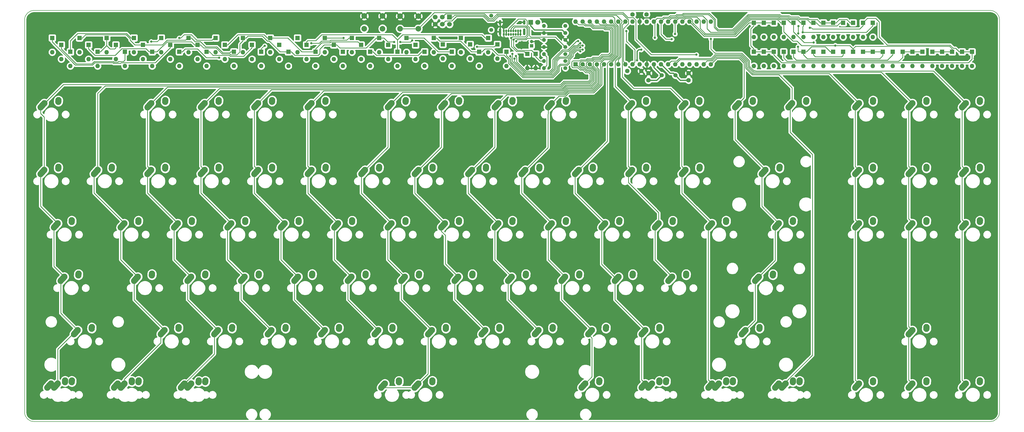
<source format=gbl>
G04 #@! TF.GenerationSoftware,KiCad,Pcbnew,(5.1.9)-1*
G04 #@! TF.CreationDate,2021-01-28T16:01:25-05:00*
G04 #@! TF.ProjectId,Alpsterium-pcb,416c7073-7465-4726-9975-6d2d7063622e,rev?*
G04 #@! TF.SameCoordinates,Original*
G04 #@! TF.FileFunction,Copper,L2,Bot*
G04 #@! TF.FilePolarity,Positive*
%FSLAX46Y46*%
G04 Gerber Fmt 4.6, Leading zero omitted, Abs format (unit mm)*
G04 Created by KiCad (PCBNEW (5.1.9)-1) date 2021-01-28 16:01:25*
%MOMM*%
%LPD*%
G01*
G04 APERTURE LIST*
G04 #@! TA.AperFunction,Profile*
%ADD10C,0.150000*%
G04 #@! TD*
G04 #@! TA.AperFunction,ComponentPad*
%ADD11C,2.250000*%
G04 #@! TD*
G04 #@! TA.AperFunction,ComponentPad*
%ADD12O,1.600000X1.600000*%
G04 #@! TD*
G04 #@! TA.AperFunction,ComponentPad*
%ADD13R,1.600000X1.600000*%
G04 #@! TD*
G04 #@! TA.AperFunction,ComponentPad*
%ADD14C,1.500000*%
G04 #@! TD*
G04 #@! TA.AperFunction,ComponentPad*
%ADD15O,0.650000X1.000000*%
G04 #@! TD*
G04 #@! TA.AperFunction,ComponentPad*
%ADD16O,0.900000X2.400000*%
G04 #@! TD*
G04 #@! TA.AperFunction,ComponentPad*
%ADD17O,0.900000X1.700000*%
G04 #@! TD*
G04 #@! TA.AperFunction,ComponentPad*
%ADD18C,2.000000*%
G04 #@! TD*
G04 #@! TA.AperFunction,ComponentPad*
%ADD19C,1.400000*%
G04 #@! TD*
G04 #@! TA.AperFunction,ComponentPad*
%ADD20O,1.400000X1.400000*%
G04 #@! TD*
G04 #@! TA.AperFunction,ComponentPad*
%ADD21C,1.800000*%
G04 #@! TD*
G04 #@! TA.AperFunction,ComponentPad*
%ADD22R,1.800000X1.800000*%
G04 #@! TD*
G04 #@! TA.AperFunction,ComponentPad*
%ADD23R,1.700000X1.700000*%
G04 #@! TD*
G04 #@! TA.AperFunction,ComponentPad*
%ADD24C,1.700000*%
G04 #@! TD*
G04 #@! TA.AperFunction,ComponentPad*
%ADD25C,1.600000*%
G04 #@! TD*
G04 #@! TA.AperFunction,ComponentPad*
%ADD26R,1.200000X1.200000*%
G04 #@! TD*
G04 #@! TA.AperFunction,ComponentPad*
%ADD27C,1.200000*%
G04 #@! TD*
G04 #@! TA.AperFunction,ViaPad*
%ADD28C,0.800000*%
G04 #@! TD*
G04 #@! TA.AperFunction,Conductor*
%ADD29C,0.400000*%
G04 #@! TD*
G04 #@! TA.AperFunction,Conductor*
%ADD30C,0.250000*%
G04 #@! TD*
G04 #@! TA.AperFunction,Conductor*
%ADD31C,0.254000*%
G04 #@! TD*
G04 #@! TA.AperFunction,Conductor*
%ADD32C,0.150000*%
G04 #@! TD*
G04 APERTURE END LIST*
D10*
X384809999Y-198619941D02*
G75*
G02*
X381505940Y-201930000I-3307059J-3000D01*
G01*
X381499941Y-55313501D02*
G75*
G02*
X384810000Y-58617560I3000J-3307059D01*
G01*
X37147501Y-58623559D02*
G75*
G02*
X40451560Y-55313500I3307059J3000D01*
G01*
X40457559Y-201929999D02*
G75*
G02*
X37147500Y-198625940I-3000J3307059D01*
G01*
X384810000Y-58617560D02*
X384809999Y-198619941D01*
X381505940Y-201930000D02*
X40457559Y-201929999D01*
X37147500Y-198625940D02*
X37147501Y-58623559D01*
X40451560Y-55313500D02*
X381499941Y-55313500D01*
D11*
X253786000Y-112205000D03*
G04 #@! TA.AperFunction,ComponentPad*
G36*
G01*
X251724688Y-114502350D02*
X251724683Y-114502345D01*
G75*
G02*
X251638655Y-112913683I751317J837345D01*
G01*
X252948657Y-111453683D01*
G75*
G02*
X254537319Y-111367655I837345J-751317D01*
G01*
X254537319Y-111367655D01*
G75*
G02*
X254623347Y-112956317I-751317J-837345D01*
G01*
X253313345Y-114416317D01*
G75*
G02*
X251724683Y-114502345I-837345J751317D01*
G01*
G37*
G04 #@! TD.AperFunction*
X258826000Y-111125000D03*
G04 #@! TA.AperFunction,ComponentPad*
G36*
G01*
X258709483Y-112827395D02*
X258708597Y-112827334D01*
G75*
G02*
X257663666Y-111627597I77403J1122334D01*
G01*
X257703666Y-111047597D01*
G75*
G02*
X258903403Y-110002666I1122334J-77403D01*
G01*
X258903403Y-110002666D01*
G75*
G02*
X259948334Y-111202403I-77403J-1122334D01*
G01*
X259908334Y-111782403D01*
G75*
G02*
X258708597Y-112827334I-1122334J77403D01*
G01*
G37*
G04 #@! TD.AperFunction*
X310854720Y-88389960D03*
G04 #@! TA.AperFunction,ComponentPad*
G36*
G01*
X308793408Y-90687310D02*
X308793403Y-90687305D01*
G75*
G02*
X308707375Y-89098643I751317J837345D01*
G01*
X310017377Y-87638643D01*
G75*
G02*
X311606039Y-87552615I837345J-751317D01*
G01*
X311606039Y-87552615D01*
G75*
G02*
X311692067Y-89141277I-751317J-837345D01*
G01*
X310382065Y-90601277D01*
G75*
G02*
X308793403Y-90687305I-837345J751317D01*
G01*
G37*
G04 #@! TD.AperFunction*
X315894720Y-87309960D03*
G04 #@! TA.AperFunction,ComponentPad*
G36*
G01*
X315778203Y-89012355D02*
X315777317Y-89012294D01*
G75*
G02*
X314732386Y-87812557I77403J1122334D01*
G01*
X314772386Y-87232557D01*
G75*
G02*
X315972123Y-86187626I1122334J-77403D01*
G01*
X315972123Y-86187626D01*
G75*
G02*
X317017054Y-87387363I-77403J-1122334D01*
G01*
X316977054Y-87967363D01*
G75*
G02*
X315777317Y-89012294I-1122334J77403D01*
G01*
G37*
G04 #@! TD.AperFunction*
X334690080Y-88400120D03*
G04 #@! TA.AperFunction,ComponentPad*
G36*
G01*
X332628768Y-90697470D02*
X332628763Y-90697465D01*
G75*
G02*
X332542735Y-89108803I751317J837345D01*
G01*
X333852737Y-87648803D01*
G75*
G02*
X335441399Y-87562775I837345J-751317D01*
G01*
X335441399Y-87562775D01*
G75*
G02*
X335527427Y-89151437I-751317J-837345D01*
G01*
X334217425Y-90611437D01*
G75*
G02*
X332628763Y-90697465I-837345J751317D01*
G01*
G37*
G04 #@! TD.AperFunction*
X339730080Y-87320120D03*
G04 #@! TA.AperFunction,ComponentPad*
G36*
G01*
X339613563Y-89022515D02*
X339612677Y-89022454D01*
G75*
G02*
X338567746Y-87822717I77403J1122334D01*
G01*
X338607746Y-87242717D01*
G75*
G02*
X339807483Y-86197786I1122334J-77403D01*
G01*
X339807483Y-86197786D01*
G75*
G02*
X340852414Y-87397523I-77403J-1122334D01*
G01*
X340812414Y-87977523D01*
G75*
G02*
X339612677Y-89022454I-1122334J77403D01*
G01*
G37*
G04 #@! TD.AperFunction*
X44175040Y-88400120D03*
G04 #@! TA.AperFunction,ComponentPad*
G36*
G01*
X42113728Y-90697470D02*
X42113723Y-90697465D01*
G75*
G02*
X42027695Y-89108803I751317J837345D01*
G01*
X43337697Y-87648803D01*
G75*
G02*
X44926359Y-87562775I837345J-751317D01*
G01*
X44926359Y-87562775D01*
G75*
G02*
X45012387Y-89151437I-751317J-837345D01*
G01*
X43702385Y-90611437D01*
G75*
G02*
X42113723Y-90697465I-837345J751317D01*
G01*
G37*
G04 #@! TD.AperFunction*
X49215040Y-87320120D03*
G04 #@! TA.AperFunction,ComponentPad*
G36*
G01*
X49098523Y-89022515D02*
X49097637Y-89022454D01*
G75*
G02*
X48052706Y-87822717I77403J1122334D01*
G01*
X48092706Y-87242717D01*
G75*
G02*
X49292443Y-86197786I1122334J-77403D01*
G01*
X49292443Y-86197786D01*
G75*
G02*
X50337374Y-87397523I-77403J-1122334D01*
G01*
X50297374Y-87977523D01*
G75*
G02*
X49097637Y-89022454I-1122334J77403D01*
G01*
G37*
G04 #@! TD.AperFunction*
G04 #@! TA.AperFunction,ComponentPad*
G36*
G01*
X306268443Y-112812155D02*
X306267557Y-112812094D01*
G75*
G02*
X305222626Y-111612357I77403J1122334D01*
G01*
X305262626Y-111032357D01*
G75*
G02*
X306462363Y-109987426I1122334J-77403D01*
G01*
X306462363Y-109987426D01*
G75*
G02*
X307507294Y-111187163I-77403J-1122334D01*
G01*
X307467294Y-111767163D01*
G75*
G02*
X306267557Y-112812094I-1122334J77403D01*
G01*
G37*
G04 #@! TD.AperFunction*
X306384960Y-111109760D03*
G04 #@! TA.AperFunction,ComponentPad*
G36*
G01*
X299283648Y-114487110D02*
X299283643Y-114487105D01*
G75*
G02*
X299197615Y-112898443I751317J837345D01*
G01*
X300507617Y-111438443D01*
G75*
G02*
X302096279Y-111352415I837345J-751317D01*
G01*
X302096279Y-111352415D01*
G75*
G02*
X302182307Y-112941077I-751317J-837345D01*
G01*
X300872305Y-114401077D01*
G75*
G02*
X299283643Y-114487105I-837345J751317D01*
G01*
G37*
G04 #@! TD.AperFunction*
X301344960Y-112189760D03*
X334664680Y-112199920D03*
G04 #@! TA.AperFunction,ComponentPad*
G36*
G01*
X332603368Y-114497270D02*
X332603363Y-114497265D01*
G75*
G02*
X332517335Y-112908603I751317J837345D01*
G01*
X333827337Y-111448603D01*
G75*
G02*
X335415999Y-111362575I837345J-751317D01*
G01*
X335415999Y-111362575D01*
G75*
G02*
X335502027Y-112951237I-751317J-837345D01*
G01*
X334192025Y-114411237D01*
G75*
G02*
X332603363Y-114497265I-837345J751317D01*
G01*
G37*
G04 #@! TD.AperFunction*
X339704680Y-111119920D03*
G04 #@! TA.AperFunction,ComponentPad*
G36*
G01*
X339588163Y-112822315D02*
X339587277Y-112822254D01*
G75*
G02*
X338542346Y-111622517I77403J1122334D01*
G01*
X338582346Y-111042517D01*
G75*
G02*
X339782083Y-109997586I1122334J-77403D01*
G01*
X339782083Y-109997586D01*
G75*
G02*
X340827014Y-111197323I-77403J-1122334D01*
G01*
X340787014Y-111777323D01*
G75*
G02*
X339587277Y-112822254I-1122334J77403D01*
G01*
G37*
G04 #@! TD.AperFunction*
X206094960Y-131255000D03*
G04 #@! TA.AperFunction,ComponentPad*
G36*
G01*
X204033648Y-133552350D02*
X204033643Y-133552345D01*
G75*
G02*
X203947615Y-131963683I751317J837345D01*
G01*
X205257617Y-130503683D01*
G75*
G02*
X206846279Y-130417655I837345J-751317D01*
G01*
X206846279Y-130417655D01*
G75*
G02*
X206932307Y-132006317I-751317J-837345D01*
G01*
X205622305Y-133466317D01*
G75*
G02*
X204033643Y-133552345I-837345J751317D01*
G01*
G37*
G04 #@! TD.AperFunction*
X211134960Y-130175000D03*
G04 #@! TA.AperFunction,ComponentPad*
G36*
G01*
X211018443Y-131877395D02*
X211017557Y-131877334D01*
G75*
G02*
X209972626Y-130677597I77403J1122334D01*
G01*
X210012626Y-130097597D01*
G75*
G02*
X211212363Y-129052666I1122334J-77403D01*
G01*
X211212363Y-129052666D01*
G75*
G02*
X212257294Y-130252403I-77403J-1122334D01*
G01*
X212217294Y-130832403D01*
G75*
G02*
X211017557Y-131877334I-1122334J77403D01*
G01*
G37*
G04 #@! TD.AperFunction*
X353735000Y-88400120D03*
G04 #@! TA.AperFunction,ComponentPad*
G36*
G01*
X351673688Y-90697470D02*
X351673683Y-90697465D01*
G75*
G02*
X351587655Y-89108803I751317J837345D01*
G01*
X352897657Y-87648803D01*
G75*
G02*
X354486319Y-87562775I837345J-751317D01*
G01*
X354486319Y-87562775D01*
G75*
G02*
X354572347Y-89151437I-751317J-837345D01*
G01*
X353262345Y-90611437D01*
G75*
G02*
X351673683Y-90697465I-837345J751317D01*
G01*
G37*
G04 #@! TD.AperFunction*
X358775000Y-87320120D03*
G04 #@! TA.AperFunction,ComponentPad*
G36*
G01*
X358658483Y-89022515D02*
X358657597Y-89022454D01*
G75*
G02*
X357612666Y-87822717I77403J1122334D01*
G01*
X357652666Y-87242717D01*
G75*
G02*
X358852403Y-86197786I1122334J-77403D01*
G01*
X358852403Y-86197786D01*
G75*
G02*
X359897334Y-87397523I-77403J-1122334D01*
G01*
X359857334Y-87977523D01*
G75*
G02*
X358657597Y-89022454I-1122334J77403D01*
G01*
G37*
G04 #@! TD.AperFunction*
X334674840Y-131244840D03*
G04 #@! TA.AperFunction,ComponentPad*
G36*
G01*
X332613528Y-133542190D02*
X332613523Y-133542185D01*
G75*
G02*
X332527495Y-131953523I751317J837345D01*
G01*
X333837497Y-130493523D01*
G75*
G02*
X335426159Y-130407495I837345J-751317D01*
G01*
X335426159Y-130407495D01*
G75*
G02*
X335512187Y-131996157I-751317J-837345D01*
G01*
X334202185Y-133456157D01*
G75*
G02*
X332613523Y-133542185I-837345J751317D01*
G01*
G37*
G04 #@! TD.AperFunction*
X339714840Y-130164840D03*
G04 #@! TA.AperFunction,ComponentPad*
G36*
G01*
X339598323Y-131867235D02*
X339597437Y-131867174D01*
G75*
G02*
X338552506Y-130667437I77403J1122334D01*
G01*
X338592506Y-130087437D01*
G75*
G02*
X339792243Y-129042506I1122334J-77403D01*
G01*
X339792243Y-129042506D01*
G75*
G02*
X340837174Y-130242243I-77403J-1122334D01*
G01*
X340797174Y-130822243D01*
G75*
G02*
X339597437Y-131867174I-1122334J77403D01*
G01*
G37*
G04 #@! TD.AperFunction*
X263244960Y-131260080D03*
G04 #@! TA.AperFunction,ComponentPad*
G36*
G01*
X261183648Y-133557430D02*
X261183643Y-133557425D01*
G75*
G02*
X261097615Y-131968763I751317J837345D01*
G01*
X262407617Y-130508763D01*
G75*
G02*
X263996279Y-130422735I837345J-751317D01*
G01*
X263996279Y-130422735D01*
G75*
G02*
X264082307Y-132011397I-751317J-837345D01*
G01*
X262772305Y-133471397D01*
G75*
G02*
X261183643Y-133557425I-837345J751317D01*
G01*
G37*
G04 #@! TD.AperFunction*
X268284960Y-130180080D03*
G04 #@! TA.AperFunction,ComponentPad*
G36*
G01*
X268168443Y-131882475D02*
X268167557Y-131882414D01*
G75*
G02*
X267122626Y-130682677I77403J1122334D01*
G01*
X267162626Y-130102677D01*
G75*
G02*
X268362363Y-129057746I1122334J-77403D01*
G01*
X268362363Y-129057746D01*
G75*
G02*
X269407294Y-130257483I-77403J-1122334D01*
G01*
X269367294Y-130837483D01*
G75*
G02*
X268167557Y-131882414I-1122334J77403D01*
G01*
G37*
G04 #@! TD.AperFunction*
X215696160Y-112199920D03*
G04 #@! TA.AperFunction,ComponentPad*
G36*
G01*
X213634848Y-114497270D02*
X213634843Y-114497265D01*
G75*
G02*
X213548815Y-112908603I751317J837345D01*
G01*
X214858817Y-111448603D01*
G75*
G02*
X216447479Y-111362575I837345J-751317D01*
G01*
X216447479Y-111362575D01*
G75*
G02*
X216533507Y-112951237I-751317J-837345D01*
G01*
X215223505Y-114411237D01*
G75*
G02*
X213634843Y-114497265I-837345J751317D01*
G01*
G37*
G04 #@! TD.AperFunction*
X220736160Y-111119920D03*
G04 #@! TA.AperFunction,ComponentPad*
G36*
G01*
X220619643Y-112822315D02*
X220618757Y-112822254D01*
G75*
G02*
X219573826Y-111622517I77403J1122334D01*
G01*
X219613826Y-111042517D01*
G75*
G02*
X220813563Y-109997586I1122334J-77403D01*
G01*
X220813563Y-109997586D01*
G75*
G02*
X221858494Y-111197323I-77403J-1122334D01*
G01*
X221818494Y-111777323D01*
G75*
G02*
X220618757Y-112822254I-1122334J77403D01*
G01*
G37*
G04 #@! TD.AperFunction*
X191799840Y-150310080D03*
G04 #@! TA.AperFunction,ComponentPad*
G36*
G01*
X189738528Y-152607430D02*
X189738523Y-152607425D01*
G75*
G02*
X189652495Y-151018763I751317J837345D01*
G01*
X190962497Y-149558763D01*
G75*
G02*
X192551159Y-149472735I837345J-751317D01*
G01*
X192551159Y-149472735D01*
G75*
G02*
X192637187Y-151061397I-751317J-837345D01*
G01*
X191327185Y-152521397D01*
G75*
G02*
X189738523Y-152607425I-837345J751317D01*
G01*
G37*
G04 #@! TD.AperFunction*
X196839840Y-149230080D03*
G04 #@! TA.AperFunction,ComponentPad*
G36*
G01*
X196723323Y-150932475D02*
X196722437Y-150932414D01*
G75*
G02*
X195677506Y-149732677I77403J1122334D01*
G01*
X195717506Y-149152677D01*
G75*
G02*
X196917243Y-148107746I1122334J-77403D01*
G01*
X196917243Y-148107746D01*
G75*
G02*
X197962174Y-149307483I-77403J-1122334D01*
G01*
X197922174Y-149887483D01*
G75*
G02*
X196722437Y-150932414I-1122334J77403D01*
G01*
G37*
G04 #@! TD.AperFunction*
X167969560Y-131249920D03*
G04 #@! TA.AperFunction,ComponentPad*
G36*
G01*
X165908248Y-133547270D02*
X165908243Y-133547265D01*
G75*
G02*
X165822215Y-131958603I751317J837345D01*
G01*
X167132217Y-130498603D01*
G75*
G02*
X168720879Y-130412575I837345J-751317D01*
G01*
X168720879Y-130412575D01*
G75*
G02*
X168806907Y-132001237I-751317J-837345D01*
G01*
X167496905Y-133461237D01*
G75*
G02*
X165908243Y-133547265I-837345J751317D01*
G01*
G37*
G04 #@! TD.AperFunction*
X173009560Y-130169920D03*
G04 #@! TA.AperFunction,ComponentPad*
G36*
G01*
X172893043Y-131872315D02*
X172892157Y-131872254D01*
G75*
G02*
X171847226Y-130672517I77403J1122334D01*
G01*
X171887226Y-130092517D01*
G75*
G02*
X173086963Y-129047586I1122334J-77403D01*
G01*
X173086963Y-129047586D01*
G75*
G02*
X174131894Y-130247323I-77403J-1122334D01*
G01*
X174091894Y-130827323D01*
G75*
G02*
X172892157Y-131872254I-1122334J77403D01*
G01*
G37*
G04 #@! TD.AperFunction*
X172754920Y-150315160D03*
G04 #@! TA.AperFunction,ComponentPad*
G36*
G01*
X170693608Y-152612510D02*
X170693603Y-152612505D01*
G75*
G02*
X170607575Y-151023843I751317J837345D01*
G01*
X171917577Y-149563843D01*
G75*
G02*
X173506239Y-149477815I837345J-751317D01*
G01*
X173506239Y-149477815D01*
G75*
G02*
X173592267Y-151066477I-751317J-837345D01*
G01*
X172282265Y-152526477D01*
G75*
G02*
X170693603Y-152612505I-837345J751317D01*
G01*
G37*
G04 #@! TD.AperFunction*
X177794920Y-149235160D03*
G04 #@! TA.AperFunction,ComponentPad*
G36*
G01*
X177678403Y-150937555D02*
X177677517Y-150937494D01*
G75*
G02*
X176632586Y-149737757I77403J1122334D01*
G01*
X176672586Y-149157757D01*
G75*
G02*
X177872323Y-148112826I1122334J-77403D01*
G01*
X177872323Y-148112826D01*
G75*
G02*
X178917254Y-149312563I-77403J-1122334D01*
G01*
X178877254Y-149892563D01*
G75*
G02*
X177677517Y-150937494I-1122334J77403D01*
G01*
G37*
G04 #@! TD.AperFunction*
X139419960Y-88379800D03*
G04 #@! TA.AperFunction,ComponentPad*
G36*
G01*
X137358648Y-90677150D02*
X137358643Y-90677145D01*
G75*
G02*
X137272615Y-89088483I751317J837345D01*
G01*
X138582617Y-87628483D01*
G75*
G02*
X140171279Y-87542455I837345J-751317D01*
G01*
X140171279Y-87542455D01*
G75*
G02*
X140257307Y-89131117I-751317J-837345D01*
G01*
X138947305Y-90591117D01*
G75*
G02*
X137358643Y-90677145I-837345J751317D01*
G01*
G37*
G04 #@! TD.AperFunction*
X144459960Y-87299800D03*
G04 #@! TA.AperFunction,ComponentPad*
G36*
G01*
X144343443Y-89002195D02*
X144342557Y-89002134D01*
G75*
G02*
X143297626Y-87802397I77403J1122334D01*
G01*
X143337626Y-87222397D01*
G75*
G02*
X144537363Y-86177466I1122334J-77403D01*
G01*
X144537363Y-86177466D01*
G75*
G02*
X145582294Y-87377203I-77403J-1122334D01*
G01*
X145542294Y-87957203D01*
G75*
G02*
X144342557Y-89002134I-1122334J77403D01*
G01*
G37*
G04 #@! TD.AperFunction*
X106105320Y-169344840D03*
G04 #@! TA.AperFunction,ComponentPad*
G36*
G01*
X104044008Y-171642190D02*
X104044003Y-171642185D01*
G75*
G02*
X103957975Y-170053523I751317J837345D01*
G01*
X105267977Y-168593523D01*
G75*
G02*
X106856639Y-168507495I837345J-751317D01*
G01*
X106856639Y-168507495D01*
G75*
G02*
X106942667Y-170096157I-751317J-837345D01*
G01*
X105632665Y-171556157D01*
G75*
G02*
X104044003Y-171642185I-837345J751317D01*
G01*
G37*
G04 #@! TD.AperFunction*
X111145320Y-168264840D03*
G04 #@! TA.AperFunction,ComponentPad*
G36*
G01*
X111028803Y-169967235D02*
X111027917Y-169967174D01*
G75*
G02*
X109982986Y-168767437I77403J1122334D01*
G01*
X110022986Y-168187437D01*
G75*
G02*
X111222723Y-167142506I1122334J-77403D01*
G01*
X111222723Y-167142506D01*
G75*
G02*
X112267654Y-168342243I-77403J-1122334D01*
G01*
X112227654Y-168922243D01*
G75*
G02*
X111027917Y-169967174I-1122334J77403D01*
G01*
G37*
G04 #@! TD.AperFunction*
X82264880Y-112194840D03*
G04 #@! TA.AperFunction,ComponentPad*
G36*
G01*
X80203568Y-114492190D02*
X80203563Y-114492185D01*
G75*
G02*
X80117535Y-112903523I751317J837345D01*
G01*
X81427537Y-111443523D01*
G75*
G02*
X83016199Y-111357495I837345J-751317D01*
G01*
X83016199Y-111357495D01*
G75*
G02*
X83102227Y-112946157I-751317J-837345D01*
G01*
X81792225Y-114406157D01*
G75*
G02*
X80203563Y-114492185I-837345J751317D01*
G01*
G37*
G04 #@! TD.AperFunction*
X87304880Y-111114840D03*
G04 #@! TA.AperFunction,ComponentPad*
G36*
G01*
X87188363Y-112817235D02*
X87187477Y-112817174D01*
G75*
G02*
X86142546Y-111617437I77403J1122334D01*
G01*
X86182546Y-111037437D01*
G75*
G02*
X87382283Y-109992506I1122334J-77403D01*
G01*
X87382283Y-109992506D01*
G75*
G02*
X88427214Y-111192243I-77403J-1122334D01*
G01*
X88387214Y-111772243D01*
G75*
G02*
X87187477Y-112817174I-1122334J77403D01*
G01*
G37*
G04 #@! TD.AperFunction*
X72714480Y-131255000D03*
G04 #@! TA.AperFunction,ComponentPad*
G36*
G01*
X70653168Y-133552350D02*
X70653163Y-133552345D01*
G75*
G02*
X70567135Y-131963683I751317J837345D01*
G01*
X71877137Y-130503683D01*
G75*
G02*
X73465799Y-130417655I837345J-751317D01*
G01*
X73465799Y-130417655D01*
G75*
G02*
X73551827Y-132006317I-751317J-837345D01*
G01*
X72241825Y-133466317D01*
G75*
G02*
X70653163Y-133552345I-837345J751317D01*
G01*
G37*
G04 #@! TD.AperFunction*
X77754480Y-130175000D03*
G04 #@! TA.AperFunction,ComponentPad*
G36*
G01*
X77637963Y-131877395D02*
X77637077Y-131877334D01*
G75*
G02*
X76592146Y-130677597I77403J1122334D01*
G01*
X76632146Y-130097597D01*
G75*
G02*
X77831883Y-129052666I1122334J-77403D01*
G01*
X77831883Y-129052666D01*
G75*
G02*
X78876814Y-130252403I-77403J-1122334D01*
G01*
X78836814Y-130832403D01*
G75*
G02*
X77637077Y-131877334I-1122334J77403D01*
G01*
G37*
G04 #@! TD.AperFunction*
X87045160Y-169344840D03*
G04 #@! TA.AperFunction,ComponentPad*
G36*
G01*
X84983848Y-171642190D02*
X84983843Y-171642185D01*
G75*
G02*
X84897815Y-170053523I751317J837345D01*
G01*
X86207817Y-168593523D01*
G75*
G02*
X87796479Y-168507495I837345J-751317D01*
G01*
X87796479Y-168507495D01*
G75*
G02*
X87882507Y-170096157I-751317J-837345D01*
G01*
X86572505Y-171556157D01*
G75*
G02*
X84983843Y-171642185I-837345J751317D01*
G01*
G37*
G04 #@! TD.AperFunction*
X92085160Y-168264840D03*
G04 #@! TA.AperFunction,ComponentPad*
G36*
G01*
X91968643Y-169967235D02*
X91967757Y-169967174D01*
G75*
G02*
X90922826Y-168767437I77403J1122334D01*
G01*
X90962826Y-168187437D01*
G75*
G02*
X92162563Y-167142506I1122334J-77403D01*
G01*
X92162563Y-167142506D01*
G75*
G02*
X93207494Y-168342243I-77403J-1122334D01*
G01*
X93167494Y-168922243D01*
G75*
G02*
X91967757Y-169967174I-1122334J77403D01*
G01*
G37*
G04 #@! TD.AperFunction*
X372785000Y-188410080D03*
G04 #@! TA.AperFunction,ComponentPad*
G36*
G01*
X370723688Y-190707430D02*
X370723683Y-190707425D01*
G75*
G02*
X370637655Y-189118763I751317J837345D01*
G01*
X371947657Y-187658763D01*
G75*
G02*
X373536319Y-187572735I837345J-751317D01*
G01*
X373536319Y-187572735D01*
G75*
G02*
X373622347Y-189161397I-751317J-837345D01*
G01*
X372312345Y-190621397D01*
G75*
G02*
X370723683Y-190707425I-837345J751317D01*
G01*
G37*
G04 #@! TD.AperFunction*
X377825000Y-187330080D03*
G04 #@! TA.AperFunction,ComponentPad*
G36*
G01*
X377708483Y-189032475D02*
X377707597Y-189032414D01*
G75*
G02*
X376662666Y-187832677I77403J1122334D01*
G01*
X376702666Y-187252677D01*
G75*
G02*
X377902403Y-186207746I1122334J-77403D01*
G01*
X377902403Y-186207746D01*
G75*
G02*
X378947334Y-187407483I-77403J-1122334D01*
G01*
X378907334Y-187987483D01*
G75*
G02*
X377707597Y-189032414I-1122334J77403D01*
G01*
G37*
G04 #@! TD.AperFunction*
X353729920Y-188415160D03*
G04 #@! TA.AperFunction,ComponentPad*
G36*
G01*
X351668608Y-190712510D02*
X351668603Y-190712505D01*
G75*
G02*
X351582575Y-189123843I751317J837345D01*
G01*
X352892577Y-187663843D01*
G75*
G02*
X354481239Y-187577815I837345J-751317D01*
G01*
X354481239Y-187577815D01*
G75*
G02*
X354567267Y-189166477I-751317J-837345D01*
G01*
X353257265Y-190626477D01*
G75*
G02*
X351668603Y-190712505I-837345J751317D01*
G01*
G37*
G04 #@! TD.AperFunction*
X358769920Y-187335160D03*
G04 #@! TA.AperFunction,ComponentPad*
G36*
G01*
X358653403Y-189037555D02*
X358652517Y-189037494D01*
G75*
G02*
X357607586Y-187837757I77403J1122334D01*
G01*
X357647586Y-187257757D01*
G75*
G02*
X358847323Y-186212826I1122334J-77403D01*
G01*
X358847323Y-186212826D01*
G75*
G02*
X359892254Y-187412563I-77403J-1122334D01*
G01*
X359852254Y-187992563D01*
G75*
G02*
X358652517Y-189037494I-1122334J77403D01*
G01*
G37*
G04 #@! TD.AperFunction*
X334690080Y-188425320D03*
G04 #@! TA.AperFunction,ComponentPad*
G36*
G01*
X332628768Y-190722670D02*
X332628763Y-190722665D01*
G75*
G02*
X332542735Y-189134003I751317J837345D01*
G01*
X333852737Y-187674003D01*
G75*
G02*
X335441399Y-187587975I837345J-751317D01*
G01*
X335441399Y-187587975D01*
G75*
G02*
X335527427Y-189176637I-751317J-837345D01*
G01*
X334217425Y-190636637D01*
G75*
G02*
X332628763Y-190722665I-837345J751317D01*
G01*
G37*
G04 #@! TD.AperFunction*
X339730080Y-187345320D03*
G04 #@! TA.AperFunction,ComponentPad*
G36*
G01*
X339613563Y-189047715D02*
X339612677Y-189047654D01*
G75*
G02*
X338567746Y-187847917I77403J1122334D01*
G01*
X338607746Y-187267917D01*
G75*
G02*
X339807483Y-186222986I1122334J-77403D01*
G01*
X339807483Y-186222986D01*
G75*
G02*
X340852414Y-187422723I-77403J-1122334D01*
G01*
X340812414Y-188002723D01*
G75*
G02*
X339612677Y-189047654I-1122334J77403D01*
G01*
G37*
G04 #@! TD.AperFunction*
X282315280Y-188415160D03*
G04 #@! TA.AperFunction,ComponentPad*
G36*
G01*
X280253968Y-190712510D02*
X280253963Y-190712505D01*
G75*
G02*
X280167935Y-189123843I751317J837345D01*
G01*
X281477937Y-187663843D01*
G75*
G02*
X283066599Y-187577815I837345J-751317D01*
G01*
X283066599Y-187577815D01*
G75*
G02*
X283152627Y-189166477I-751317J-837345D01*
G01*
X281842625Y-190626477D01*
G75*
G02*
X280253963Y-190712505I-837345J751317D01*
G01*
G37*
G04 #@! TD.AperFunction*
X287355280Y-187335160D03*
G04 #@! TA.AperFunction,ComponentPad*
G36*
G01*
X287238763Y-189037555D02*
X287237877Y-189037494D01*
G75*
G02*
X286192946Y-187837757I77403J1122334D01*
G01*
X286232946Y-187257757D01*
G75*
G02*
X287432683Y-186212826I1122334J-77403D01*
G01*
X287432683Y-186212826D01*
G75*
G02*
X288477614Y-187412563I-77403J-1122334D01*
G01*
X288437614Y-187992563D01*
G75*
G02*
X287237877Y-189037494I-1122334J77403D01*
G01*
G37*
G04 #@! TD.AperFunction*
X177540280Y-188405000D03*
G04 #@! TA.AperFunction,ComponentPad*
G36*
G01*
X175478968Y-190702350D02*
X175478963Y-190702345D01*
G75*
G02*
X175392935Y-189113683I751317J837345D01*
G01*
X176702937Y-187653683D01*
G75*
G02*
X178291599Y-187567655I837345J-751317D01*
G01*
X178291599Y-187567655D01*
G75*
G02*
X178377627Y-189156317I-751317J-837345D01*
G01*
X177067625Y-190616317D01*
G75*
G02*
X175478963Y-190702345I-837345J751317D01*
G01*
G37*
G04 #@! TD.AperFunction*
X182580280Y-187325000D03*
G04 #@! TA.AperFunction,ComponentPad*
G36*
G01*
X182463763Y-189027395D02*
X182462877Y-189027334D01*
G75*
G02*
X181417946Y-187827597I77403J1122334D01*
G01*
X181457946Y-187247597D01*
G75*
G02*
X182657683Y-186202666I1122334J-77403D01*
G01*
X182657683Y-186202666D01*
G75*
G02*
X183702614Y-187402403I-77403J-1122334D01*
G01*
X183662614Y-187982403D01*
G75*
G02*
X182462877Y-189027334I-1122334J77403D01*
G01*
G37*
G04 #@! TD.AperFunction*
X165617520Y-188415160D03*
G04 #@! TA.AperFunction,ComponentPad*
G36*
G01*
X163556208Y-190712510D02*
X163556203Y-190712505D01*
G75*
G02*
X163470175Y-189123843I751317J837345D01*
G01*
X164780177Y-187663843D01*
G75*
G02*
X166368839Y-187577815I837345J-751317D01*
G01*
X166368839Y-187577815D01*
G75*
G02*
X166454867Y-189166477I-751317J-837345D01*
G01*
X165144865Y-190626477D01*
G75*
G02*
X163556203Y-190712505I-837345J751317D01*
G01*
G37*
G04 #@! TD.AperFunction*
X170657520Y-187335160D03*
G04 #@! TA.AperFunction,ComponentPad*
G36*
G01*
X170541003Y-189037555D02*
X170540117Y-189037494D01*
G75*
G02*
X169495186Y-187837757I77403J1122334D01*
G01*
X169535186Y-187257757D01*
G75*
G02*
X170734923Y-186212826I1122334J-77403D01*
G01*
X170734923Y-186212826D01*
G75*
G02*
X171779854Y-187412563I-77403J-1122334D01*
G01*
X171739854Y-187992563D01*
G75*
G02*
X170540117Y-189037494I-1122334J77403D01*
G01*
G37*
G04 #@! TD.AperFunction*
X72765280Y-188405000D03*
G04 #@! TA.AperFunction,ComponentPad*
G36*
G01*
X70703968Y-190702350D02*
X70703963Y-190702345D01*
G75*
G02*
X70617935Y-189113683I751317J837345D01*
G01*
X71927937Y-187653683D01*
G75*
G02*
X73516599Y-187567655I837345J-751317D01*
G01*
X73516599Y-187567655D01*
G75*
G02*
X73602627Y-189156317I-751317J-837345D01*
G01*
X72292625Y-190616317D01*
G75*
G02*
X70703963Y-190702345I-837345J751317D01*
G01*
G37*
G04 #@! TD.AperFunction*
X77805280Y-187325000D03*
G04 #@! TA.AperFunction,ComponentPad*
G36*
G01*
X77688763Y-189027395D02*
X77687877Y-189027334D01*
G75*
G02*
X76642946Y-187827597I77403J1122334D01*
G01*
X76682946Y-187247597D01*
G75*
G02*
X77882683Y-186202666I1122334J-77403D01*
G01*
X77882683Y-186202666D01*
G75*
G02*
X78927614Y-187402403I-77403J-1122334D01*
G01*
X78887614Y-187982403D01*
G75*
G02*
X77687877Y-189027334I-1122334J77403D01*
G01*
G37*
G04 #@! TD.AperFunction*
X353735000Y-169365160D03*
G04 #@! TA.AperFunction,ComponentPad*
G36*
G01*
X351673688Y-171662510D02*
X351673683Y-171662505D01*
G75*
G02*
X351587655Y-170073843I751317J837345D01*
G01*
X352897657Y-168613843D01*
G75*
G02*
X354486319Y-168527815I837345J-751317D01*
G01*
X354486319Y-168527815D01*
G75*
G02*
X354572347Y-170116477I-751317J-837345D01*
G01*
X353262345Y-171576477D01*
G75*
G02*
X351673683Y-171662505I-837345J751317D01*
G01*
G37*
G04 #@! TD.AperFunction*
X358775000Y-168285160D03*
G04 #@! TA.AperFunction,ComponentPad*
G36*
G01*
X358658483Y-169987555D02*
X358657597Y-169987494D01*
G75*
G02*
X357612666Y-168787757I77403J1122334D01*
G01*
X357652666Y-168207757D01*
G75*
G02*
X358852403Y-167162826I1122334J-77403D01*
G01*
X358852403Y-167162826D01*
G75*
G02*
X359897334Y-168362563I-77403J-1122334D01*
G01*
X359857334Y-168942563D01*
G75*
G02*
X358657597Y-169987494I-1122334J77403D01*
G01*
G37*
G04 #@! TD.AperFunction*
X163285800Y-169370240D03*
G04 #@! TA.AperFunction,ComponentPad*
G36*
G01*
X161224488Y-171667590D02*
X161224483Y-171667585D01*
G75*
G02*
X161138455Y-170078923I751317J837345D01*
G01*
X162448457Y-168618923D01*
G75*
G02*
X164037119Y-168532895I837345J-751317D01*
G01*
X164037119Y-168532895D01*
G75*
G02*
X164123147Y-170121557I-751317J-837345D01*
G01*
X162813145Y-171581557D01*
G75*
G02*
X161224483Y-171667585I-837345J751317D01*
G01*
G37*
G04 #@! TD.AperFunction*
X168325800Y-168290240D03*
G04 #@! TA.AperFunction,ComponentPad*
G36*
G01*
X168209283Y-169992635D02*
X168208397Y-169992574D01*
G75*
G02*
X167163466Y-168792837I77403J1122334D01*
G01*
X167203466Y-168212837D01*
G75*
G02*
X168403203Y-167167906I1122334J-77403D01*
G01*
X168403203Y-167167906D01*
G75*
G02*
X169448134Y-168367643I-77403J-1122334D01*
G01*
X169408134Y-168947643D01*
G75*
G02*
X168208397Y-169992574I-1122334J77403D01*
G01*
G37*
G04 #@! TD.AperFunction*
X258490080Y-169349920D03*
G04 #@! TA.AperFunction,ComponentPad*
G36*
G01*
X256428768Y-171647270D02*
X256428763Y-171647265D01*
G75*
G02*
X256342735Y-170058603I751317J837345D01*
G01*
X257652737Y-168598603D01*
G75*
G02*
X259241399Y-168512575I837345J-751317D01*
G01*
X259241399Y-168512575D01*
G75*
G02*
X259327427Y-170101237I-751317J-837345D01*
G01*
X258017425Y-171561237D01*
G75*
G02*
X256428763Y-171647265I-837345J751317D01*
G01*
G37*
G04 #@! TD.AperFunction*
X263530080Y-168269920D03*
G04 #@! TA.AperFunction,ComponentPad*
G36*
G01*
X263413563Y-169972315D02*
X263412677Y-169972254D01*
G75*
G02*
X262367746Y-168772517I77403J1122334D01*
G01*
X262407746Y-168192517D01*
G75*
G02*
X263607483Y-167147586I1122334J-77403D01*
G01*
X263607483Y-167147586D01*
G75*
G02*
X264652414Y-168347323I-77403J-1122334D01*
G01*
X264612414Y-168927323D01*
G75*
G02*
X263412677Y-169972254I-1122334J77403D01*
G01*
G37*
G04 #@! TD.AperFunction*
X239450240Y-169349920D03*
G04 #@! TA.AperFunction,ComponentPad*
G36*
G01*
X237388928Y-171647270D02*
X237388923Y-171647265D01*
G75*
G02*
X237302895Y-170058603I751317J837345D01*
G01*
X238612897Y-168598603D01*
G75*
G02*
X240201559Y-168512575I837345J-751317D01*
G01*
X240201559Y-168512575D01*
G75*
G02*
X240287587Y-170101237I-751317J-837345D01*
G01*
X238977585Y-171561237D01*
G75*
G02*
X237388923Y-171647265I-837345J751317D01*
G01*
G37*
G04 #@! TD.AperFunction*
X244490240Y-168269920D03*
G04 #@! TA.AperFunction,ComponentPad*
G36*
G01*
X244373723Y-169972315D02*
X244372837Y-169972254D01*
G75*
G02*
X243327906Y-168772517I77403J1122334D01*
G01*
X243367906Y-168192517D01*
G75*
G02*
X244567643Y-167147586I1122334J-77403D01*
G01*
X244567643Y-167147586D01*
G75*
G02*
X245612574Y-168347323I-77403J-1122334D01*
G01*
X245572574Y-168927323D01*
G75*
G02*
X244372837Y-169972254I-1122334J77403D01*
G01*
G37*
G04 #@! TD.AperFunction*
X220425640Y-169339760D03*
G04 #@! TA.AperFunction,ComponentPad*
G36*
G01*
X218364328Y-171637110D02*
X218364323Y-171637105D01*
G75*
G02*
X218278295Y-170048443I751317J837345D01*
G01*
X219588297Y-168588443D01*
G75*
G02*
X221176959Y-168502415I837345J-751317D01*
G01*
X221176959Y-168502415D01*
G75*
G02*
X221262987Y-170091077I-751317J-837345D01*
G01*
X219952985Y-171551077D01*
G75*
G02*
X218364323Y-171637105I-837345J751317D01*
G01*
G37*
G04 #@! TD.AperFunction*
X225465640Y-168259760D03*
G04 #@! TA.AperFunction,ComponentPad*
G36*
G01*
X225349123Y-169962155D02*
X225348237Y-169962094D01*
G75*
G02*
X224303306Y-168762357I77403J1122334D01*
G01*
X224343306Y-168182357D01*
G75*
G02*
X225543043Y-167137426I1122334J-77403D01*
G01*
X225543043Y-167137426D01*
G75*
G02*
X226587974Y-168337163I-77403J-1122334D01*
G01*
X226547974Y-168917163D01*
G75*
G02*
X225348237Y-169962094I-1122334J77403D01*
G01*
G37*
G04 #@! TD.AperFunction*
X201426440Y-169370240D03*
G04 #@! TA.AperFunction,ComponentPad*
G36*
G01*
X199365128Y-171667590D02*
X199365123Y-171667585D01*
G75*
G02*
X199279095Y-170078923I751317J837345D01*
G01*
X200589097Y-168618923D01*
G75*
G02*
X202177759Y-168532895I837345J-751317D01*
G01*
X202177759Y-168532895D01*
G75*
G02*
X202263787Y-170121557I-751317J-837345D01*
G01*
X200953785Y-171581557D01*
G75*
G02*
X199365123Y-171667585I-837345J751317D01*
G01*
G37*
G04 #@! TD.AperFunction*
X206466440Y-168290240D03*
G04 #@! TA.AperFunction,ComponentPad*
G36*
G01*
X206349923Y-169992635D02*
X206349037Y-169992574D01*
G75*
G02*
X205304106Y-168792837I77403J1122334D01*
G01*
X205344106Y-168212837D01*
G75*
G02*
X206543843Y-167167906I1122334J-77403D01*
G01*
X206543843Y-167167906D01*
G75*
G02*
X207588774Y-168367643I-77403J-1122334D01*
G01*
X207548774Y-168947643D01*
G75*
G02*
X206349037Y-169992574I-1122334J77403D01*
G01*
G37*
G04 #@! TD.AperFunction*
X182356120Y-169370240D03*
G04 #@! TA.AperFunction,ComponentPad*
G36*
G01*
X180294808Y-171667590D02*
X180294803Y-171667585D01*
G75*
G02*
X180208775Y-170078923I751317J837345D01*
G01*
X181518777Y-168618923D01*
G75*
G02*
X183107439Y-168532895I837345J-751317D01*
G01*
X183107439Y-168532895D01*
G75*
G02*
X183193467Y-170121557I-751317J-837345D01*
G01*
X181883465Y-171581557D01*
G75*
G02*
X180294803Y-171667585I-837345J751317D01*
G01*
G37*
G04 #@! TD.AperFunction*
X187396120Y-168290240D03*
G04 #@! TA.AperFunction,ComponentPad*
G36*
G01*
X187279603Y-169992635D02*
X187278717Y-169992574D01*
G75*
G02*
X186233786Y-168792837I77403J1122334D01*
G01*
X186273786Y-168212837D01*
G75*
G02*
X187473523Y-167167906I1122334J-77403D01*
G01*
X187473523Y-167167906D01*
G75*
G02*
X188518454Y-168367643I-77403J-1122334D01*
G01*
X188478454Y-168947643D01*
G75*
G02*
X187278717Y-169992574I-1122334J77403D01*
G01*
G37*
G04 #@! TD.AperFunction*
X144240880Y-169365160D03*
G04 #@! TA.AperFunction,ComponentPad*
G36*
G01*
X142179568Y-171662510D02*
X142179563Y-171662505D01*
G75*
G02*
X142093535Y-170073843I751317J837345D01*
G01*
X143403537Y-168613843D01*
G75*
G02*
X144992199Y-168527815I837345J-751317D01*
G01*
X144992199Y-168527815D01*
G75*
G02*
X145078227Y-170116477I-751317J-837345D01*
G01*
X143768225Y-171576477D01*
G75*
G02*
X142179563Y-171662505I-837345J751317D01*
G01*
G37*
G04 #@! TD.AperFunction*
X149280880Y-168285160D03*
G04 #@! TA.AperFunction,ComponentPad*
G36*
G01*
X149164363Y-169987555D02*
X149163477Y-169987494D01*
G75*
G02*
X148118546Y-168787757I77403J1122334D01*
G01*
X148158546Y-168207757D01*
G75*
G02*
X149358283Y-167162826I1122334J-77403D01*
G01*
X149358283Y-167162826D01*
G75*
G02*
X150403214Y-168362563I-77403J-1122334D01*
G01*
X150363214Y-168942563D01*
G75*
G02*
X149163477Y-169987494I-1122334J77403D01*
G01*
G37*
G04 #@! TD.AperFunction*
X125170560Y-169365160D03*
G04 #@! TA.AperFunction,ComponentPad*
G36*
G01*
X123109248Y-171662510D02*
X123109243Y-171662505D01*
G75*
G02*
X123023215Y-170073843I751317J837345D01*
G01*
X124333217Y-168613843D01*
G75*
G02*
X125921879Y-168527815I837345J-751317D01*
G01*
X125921879Y-168527815D01*
G75*
G02*
X126007907Y-170116477I-751317J-837345D01*
G01*
X124697905Y-171576477D01*
G75*
G02*
X123109243Y-171662505I-837345J751317D01*
G01*
G37*
G04 #@! TD.AperFunction*
X130210560Y-168285160D03*
G04 #@! TA.AperFunction,ComponentPad*
G36*
G01*
X130094043Y-169987555D02*
X130093157Y-169987494D01*
G75*
G02*
X129048226Y-168787757I77403J1122334D01*
G01*
X129088226Y-168207757D01*
G75*
G02*
X130287963Y-167162826I1122334J-77403D01*
G01*
X130287963Y-167162826D01*
G75*
G02*
X131332894Y-168362563I-77403J-1122334D01*
G01*
X131292894Y-168942563D01*
G75*
G02*
X130093157Y-169987494I-1122334J77403D01*
G01*
G37*
G04 #@! TD.AperFunction*
X77515080Y-150305000D03*
G04 #@! TA.AperFunction,ComponentPad*
G36*
G01*
X75453768Y-152602350D02*
X75453763Y-152602345D01*
G75*
G02*
X75367735Y-151013683I751317J837345D01*
G01*
X76677737Y-149553683D01*
G75*
G02*
X78266399Y-149467655I837345J-751317D01*
G01*
X78266399Y-149467655D01*
G75*
G02*
X78352427Y-151056317I-751317J-837345D01*
G01*
X77042425Y-152516317D01*
G75*
G02*
X75453763Y-152602345I-837345J751317D01*
G01*
G37*
G04 #@! TD.AperFunction*
X82555080Y-149225000D03*
G04 #@! TA.AperFunction,ComponentPad*
G36*
G01*
X82438563Y-150927395D02*
X82437677Y-150927334D01*
G75*
G02*
X81392746Y-149727597I77403J1122334D01*
G01*
X81432746Y-149147597D01*
G75*
G02*
X82632483Y-148102666I1122334J-77403D01*
G01*
X82632483Y-148102666D01*
G75*
G02*
X83677414Y-149302403I-77403J-1122334D01*
G01*
X83637414Y-149882403D01*
G75*
G02*
X82437677Y-150927334I-1122334J77403D01*
G01*
G37*
G04 #@! TD.AperFunction*
X96549840Y-150310080D03*
G04 #@! TA.AperFunction,ComponentPad*
G36*
G01*
X94488528Y-152607430D02*
X94488523Y-152607425D01*
G75*
G02*
X94402495Y-151018763I751317J837345D01*
G01*
X95712497Y-149558763D01*
G75*
G02*
X97301159Y-149472735I837345J-751317D01*
G01*
X97301159Y-149472735D01*
G75*
G02*
X97387187Y-151061397I-751317J-837345D01*
G01*
X96077185Y-152521397D01*
G75*
G02*
X94488523Y-152607425I-837345J751317D01*
G01*
G37*
G04 #@! TD.AperFunction*
X101589840Y-149230080D03*
G04 #@! TA.AperFunction,ComponentPad*
G36*
G01*
X101473323Y-150932475D02*
X101472437Y-150932414D01*
G75*
G02*
X100427506Y-149732677I77403J1122334D01*
G01*
X100467506Y-149152677D01*
G75*
G02*
X101667243Y-148107746I1122334J-77403D01*
G01*
X101667243Y-148107746D01*
G75*
G02*
X102712174Y-149307483I-77403J-1122334D01*
G01*
X102672174Y-149887483D01*
G75*
G02*
X101472437Y-150932414I-1122334J77403D01*
G01*
G37*
G04 #@! TD.AperFunction*
X115620160Y-150305000D03*
G04 #@! TA.AperFunction,ComponentPad*
G36*
G01*
X113558848Y-152602350D02*
X113558843Y-152602345D01*
G75*
G02*
X113472815Y-151013683I751317J837345D01*
G01*
X114782817Y-149553683D01*
G75*
G02*
X116371479Y-149467655I837345J-751317D01*
G01*
X116371479Y-149467655D01*
G75*
G02*
X116457507Y-151056317I-751317J-837345D01*
G01*
X115147505Y-152516317D01*
G75*
G02*
X113558843Y-152602345I-837345J751317D01*
G01*
G37*
G04 #@! TD.AperFunction*
X120660160Y-149225000D03*
G04 #@! TA.AperFunction,ComponentPad*
G36*
G01*
X120543643Y-150927395D02*
X120542757Y-150927334D01*
G75*
G02*
X119497826Y-149727597I77403J1122334D01*
G01*
X119537826Y-149147597D01*
G75*
G02*
X120737563Y-148102666I1122334J-77403D01*
G01*
X120737563Y-148102666D01*
G75*
G02*
X121782494Y-149302403I-77403J-1122334D01*
G01*
X121742494Y-149882403D01*
G75*
G02*
X120542757Y-150927334I-1122334J77403D01*
G01*
G37*
G04 #@! TD.AperFunction*
X134665080Y-150305000D03*
G04 #@! TA.AperFunction,ComponentPad*
G36*
G01*
X132603768Y-152602350D02*
X132603763Y-152602345D01*
G75*
G02*
X132517735Y-151013683I751317J837345D01*
G01*
X133827737Y-149553683D01*
G75*
G02*
X135416399Y-149467655I837345J-751317D01*
G01*
X135416399Y-149467655D01*
G75*
G02*
X135502427Y-151056317I-751317J-837345D01*
G01*
X134192425Y-152516317D01*
G75*
G02*
X132603763Y-152602345I-837345J751317D01*
G01*
G37*
G04 #@! TD.AperFunction*
X139705080Y-149225000D03*
G04 #@! TA.AperFunction,ComponentPad*
G36*
G01*
X139588563Y-150927395D02*
X139587677Y-150927334D01*
G75*
G02*
X138542746Y-149727597I77403J1122334D01*
G01*
X138582746Y-149147597D01*
G75*
G02*
X139782483Y-148102666I1122334J-77403D01*
G01*
X139782483Y-148102666D01*
G75*
G02*
X140827414Y-149302403I-77403J-1122334D01*
G01*
X140787414Y-149882403D01*
G75*
G02*
X139587677Y-150927334I-1122334J77403D01*
G01*
G37*
G04 #@! TD.AperFunction*
X153720160Y-150305000D03*
G04 #@! TA.AperFunction,ComponentPad*
G36*
G01*
X151658848Y-152602350D02*
X151658843Y-152602345D01*
G75*
G02*
X151572815Y-151013683I751317J837345D01*
G01*
X152882817Y-149553683D01*
G75*
G02*
X154471479Y-149467655I837345J-751317D01*
G01*
X154471479Y-149467655D01*
G75*
G02*
X154557507Y-151056317I-751317J-837345D01*
G01*
X153247505Y-152516317D01*
G75*
G02*
X151658843Y-152602345I-837345J751317D01*
G01*
G37*
G04 #@! TD.AperFunction*
X158760160Y-149225000D03*
G04 #@! TA.AperFunction,ComponentPad*
G36*
G01*
X158643643Y-150927395D02*
X158642757Y-150927334D01*
G75*
G02*
X157597826Y-149727597I77403J1122334D01*
G01*
X157637826Y-149147597D01*
G75*
G02*
X158837563Y-148102666I1122334J-77403D01*
G01*
X158837563Y-148102666D01*
G75*
G02*
X159882494Y-149302403I-77403J-1122334D01*
G01*
X159842494Y-149882403D01*
G75*
G02*
X158642757Y-150927334I-1122334J77403D01*
G01*
G37*
G04 #@! TD.AperFunction*
X210860000Y-150310080D03*
G04 #@! TA.AperFunction,ComponentPad*
G36*
G01*
X208798688Y-152607430D02*
X208798683Y-152607425D01*
G75*
G02*
X208712655Y-151018763I751317J837345D01*
G01*
X210022657Y-149558763D01*
G75*
G02*
X211611319Y-149472735I837345J-751317D01*
G01*
X211611319Y-149472735D01*
G75*
G02*
X211697347Y-151061397I-751317J-837345D01*
G01*
X210387345Y-152521397D01*
G75*
G02*
X208798683Y-152607425I-837345J751317D01*
G01*
G37*
G04 #@! TD.AperFunction*
X215900000Y-149230080D03*
G04 #@! TA.AperFunction,ComponentPad*
G36*
G01*
X215783483Y-150932475D02*
X215782597Y-150932414D01*
G75*
G02*
X214737666Y-149732677I77403J1122334D01*
G01*
X214777666Y-149152677D01*
G75*
G02*
X215977403Y-148107746I1122334J-77403D01*
G01*
X215977403Y-148107746D01*
G75*
G02*
X217022334Y-149307483I-77403J-1122334D01*
G01*
X216982334Y-149887483D01*
G75*
G02*
X215782597Y-150932414I-1122334J77403D01*
G01*
G37*
G04 #@! TD.AperFunction*
X229910000Y-150305000D03*
G04 #@! TA.AperFunction,ComponentPad*
G36*
G01*
X227848688Y-152602350D02*
X227848683Y-152602345D01*
G75*
G02*
X227762655Y-151013683I751317J837345D01*
G01*
X229072657Y-149553683D01*
G75*
G02*
X230661319Y-149467655I837345J-751317D01*
G01*
X230661319Y-149467655D01*
G75*
G02*
X230747347Y-151056317I-751317J-837345D01*
G01*
X229437345Y-152516317D01*
G75*
G02*
X227848683Y-152602345I-837345J751317D01*
G01*
G37*
G04 #@! TD.AperFunction*
X234950000Y-149225000D03*
G04 #@! TA.AperFunction,ComponentPad*
G36*
G01*
X234833483Y-150927395D02*
X234832597Y-150927334D01*
G75*
G02*
X233787666Y-149727597I77403J1122334D01*
G01*
X233827666Y-149147597D01*
G75*
G02*
X235027403Y-148102666I1122334J-77403D01*
G01*
X235027403Y-148102666D01*
G75*
G02*
X236072334Y-149302403I-77403J-1122334D01*
G01*
X236032334Y-149882403D01*
G75*
G02*
X234832597Y-150927334I-1122334J77403D01*
G01*
G37*
G04 #@! TD.AperFunction*
X248960000Y-150310080D03*
G04 #@! TA.AperFunction,ComponentPad*
G36*
G01*
X246898688Y-152607430D02*
X246898683Y-152607425D01*
G75*
G02*
X246812655Y-151018763I751317J837345D01*
G01*
X248122657Y-149558763D01*
G75*
G02*
X249711319Y-149472735I837345J-751317D01*
G01*
X249711319Y-149472735D01*
G75*
G02*
X249797347Y-151061397I-751317J-837345D01*
G01*
X248487345Y-152521397D01*
G75*
G02*
X246898683Y-152607425I-837345J751317D01*
G01*
G37*
G04 #@! TD.AperFunction*
X254000000Y-149230080D03*
G04 #@! TA.AperFunction,ComponentPad*
G36*
G01*
X253883483Y-150932475D02*
X253882597Y-150932414D01*
G75*
G02*
X252837666Y-149732677I77403J1122334D01*
G01*
X252877666Y-149152677D01*
G75*
G02*
X254077403Y-148107746I1122334J-77403D01*
G01*
X254077403Y-148107746D01*
G75*
G02*
X255122334Y-149307483I-77403J-1122334D01*
G01*
X255082334Y-149887483D01*
G75*
G02*
X253882597Y-150932414I-1122334J77403D01*
G01*
G37*
G04 #@! TD.AperFunction*
X268035400Y-150320240D03*
G04 #@! TA.AperFunction,ComponentPad*
G36*
G01*
X265974088Y-152617590D02*
X265974083Y-152617585D01*
G75*
G02*
X265888055Y-151028923I751317J837345D01*
G01*
X267198057Y-149568923D01*
G75*
G02*
X268786719Y-149482895I837345J-751317D01*
G01*
X268786719Y-149482895D01*
G75*
G02*
X268872747Y-151071557I-751317J-837345D01*
G01*
X267562745Y-152531557D01*
G75*
G02*
X265974083Y-152617585I-837345J751317D01*
G01*
G37*
G04 #@! TD.AperFunction*
X273075400Y-149240240D03*
G04 #@! TA.AperFunction,ComponentPad*
G36*
G01*
X272958883Y-150942635D02*
X272957997Y-150942574D01*
G75*
G02*
X271913066Y-149742837I77403J1122334D01*
G01*
X271953066Y-149162837D01*
G75*
G02*
X273152803Y-148117906I1122334J-77403D01*
G01*
X273152803Y-148117906D01*
G75*
G02*
X274197734Y-149317643I-77403J-1122334D01*
G01*
X274157734Y-149897643D01*
G75*
G02*
X272957997Y-150942574I-1122334J77403D01*
G01*
G37*
G04 #@! TD.AperFunction*
X372795160Y-131239760D03*
G04 #@! TA.AperFunction,ComponentPad*
G36*
G01*
X370733848Y-133537110D02*
X370733843Y-133537105D01*
G75*
G02*
X370647815Y-131948443I751317J837345D01*
G01*
X371957817Y-130488443D01*
G75*
G02*
X373546479Y-130402415I837345J-751317D01*
G01*
X373546479Y-130402415D01*
G75*
G02*
X373632507Y-131991077I-751317J-837345D01*
G01*
X372322505Y-133451077D01*
G75*
G02*
X370733843Y-133537105I-837345J751317D01*
G01*
G37*
G04 #@! TD.AperFunction*
X377835160Y-130159760D03*
G04 #@! TA.AperFunction,ComponentPad*
G36*
G01*
X377718643Y-131862155D02*
X377717757Y-131862094D01*
G75*
G02*
X376672826Y-130662357I77403J1122334D01*
G01*
X376712826Y-130082357D01*
G75*
G02*
X377912563Y-129037426I1122334J-77403D01*
G01*
X377912563Y-129037426D01*
G75*
G02*
X378957494Y-130237163I-77403J-1122334D01*
G01*
X378917494Y-130817163D01*
G75*
G02*
X377717757Y-131862094I-1122334J77403D01*
G01*
G37*
G04 #@! TD.AperFunction*
X353729920Y-131244840D03*
G04 #@! TA.AperFunction,ComponentPad*
G36*
G01*
X351668608Y-133542190D02*
X351668603Y-133542185D01*
G75*
G02*
X351582575Y-131953523I751317J837345D01*
G01*
X352892577Y-130493523D01*
G75*
G02*
X354481239Y-130407495I837345J-751317D01*
G01*
X354481239Y-130407495D01*
G75*
G02*
X354567267Y-131996157I-751317J-837345D01*
G01*
X353257265Y-133456157D01*
G75*
G02*
X351668603Y-133542185I-837345J751317D01*
G01*
G37*
G04 #@! TD.AperFunction*
X358769920Y-130164840D03*
G04 #@! TA.AperFunction,ComponentPad*
G36*
G01*
X358653403Y-131867235D02*
X358652517Y-131867174D01*
G75*
G02*
X357607586Y-130667437I77403J1122334D01*
G01*
X357647586Y-130087437D01*
G75*
G02*
X358847323Y-129042506I1122334J-77403D01*
G01*
X358847323Y-129042506D01*
G75*
G02*
X359892254Y-130242243I-77403J-1122334D01*
G01*
X359852254Y-130822243D01*
G75*
G02*
X358652517Y-131867174I-1122334J77403D01*
G01*
G37*
G04 #@! TD.AperFunction*
X282284800Y-131249920D03*
G04 #@! TA.AperFunction,ComponentPad*
G36*
G01*
X280223488Y-133547270D02*
X280223483Y-133547265D01*
G75*
G02*
X280137455Y-131958603I751317J837345D01*
G01*
X281447457Y-130498603D01*
G75*
G02*
X283036119Y-130412575I837345J-751317D01*
G01*
X283036119Y-130412575D01*
G75*
G02*
X283122147Y-132001237I-751317J-837345D01*
G01*
X281812145Y-133461237D01*
G75*
G02*
X280223483Y-133547265I-837345J751317D01*
G01*
G37*
G04 #@! TD.AperFunction*
X287324800Y-130169920D03*
G04 #@! TA.AperFunction,ComponentPad*
G36*
G01*
X287208283Y-131872315D02*
X287207397Y-131872254D01*
G75*
G02*
X286162466Y-130672517I77403J1122334D01*
G01*
X286202466Y-130092517D01*
G75*
G02*
X287402203Y-129047586I1122334J-77403D01*
G01*
X287402203Y-129047586D01*
G75*
G02*
X288447134Y-130247323I-77403J-1122334D01*
G01*
X288407134Y-130827323D01*
G75*
G02*
X287207397Y-131872254I-1122334J77403D01*
G01*
G37*
G04 #@! TD.AperFunction*
X244189880Y-131260080D03*
G04 #@! TA.AperFunction,ComponentPad*
G36*
G01*
X242128568Y-133557430D02*
X242128563Y-133557425D01*
G75*
G02*
X242042535Y-131968763I751317J837345D01*
G01*
X243352537Y-130508763D01*
G75*
G02*
X244941199Y-130422735I837345J-751317D01*
G01*
X244941199Y-130422735D01*
G75*
G02*
X245027227Y-132011397I-751317J-837345D01*
G01*
X243717225Y-133471397D01*
G75*
G02*
X242128563Y-133557425I-837345J751317D01*
G01*
G37*
G04 #@! TD.AperFunction*
X249229880Y-130180080D03*
G04 #@! TA.AperFunction,ComponentPad*
G36*
G01*
X249113363Y-131882475D02*
X249112477Y-131882414D01*
G75*
G02*
X248067546Y-130682677I77403J1122334D01*
G01*
X248107546Y-130102677D01*
G75*
G02*
X249307283Y-129057746I1122334J-77403D01*
G01*
X249307283Y-129057746D01*
G75*
G02*
X250352214Y-130257483I-77403J-1122334D01*
G01*
X250312214Y-130837483D01*
G75*
G02*
X249112477Y-131882414I-1122334J77403D01*
G01*
G37*
G04 #@! TD.AperFunction*
X225150040Y-131255000D03*
G04 #@! TA.AperFunction,ComponentPad*
G36*
G01*
X223088728Y-133552350D02*
X223088723Y-133552345D01*
G75*
G02*
X223002695Y-131963683I751317J837345D01*
G01*
X224312697Y-130503683D01*
G75*
G02*
X225901359Y-130417655I837345J-751317D01*
G01*
X225901359Y-130417655D01*
G75*
G02*
X225987387Y-132006317I-751317J-837345D01*
G01*
X224677385Y-133466317D01*
G75*
G02*
X223088723Y-133552345I-837345J751317D01*
G01*
G37*
G04 #@! TD.AperFunction*
X230190040Y-130175000D03*
G04 #@! TA.AperFunction,ComponentPad*
G36*
G01*
X230073523Y-131877395D02*
X230072637Y-131877334D01*
G75*
G02*
X229027706Y-130677597I77403J1122334D01*
G01*
X229067706Y-130097597D01*
G75*
G02*
X230267443Y-129052666I1122334J-77403D01*
G01*
X230267443Y-129052666D01*
G75*
G02*
X231312374Y-130252403I-77403J-1122334D01*
G01*
X231272374Y-130832403D01*
G75*
G02*
X230072637Y-131877334I-1122334J77403D01*
G01*
G37*
G04 #@! TD.AperFunction*
X187029720Y-131255000D03*
G04 #@! TA.AperFunction,ComponentPad*
G36*
G01*
X184968408Y-133552350D02*
X184968403Y-133552345D01*
G75*
G02*
X184882375Y-131963683I751317J837345D01*
G01*
X186192377Y-130503683D01*
G75*
G02*
X187781039Y-130417655I837345J-751317D01*
G01*
X187781039Y-130417655D01*
G75*
G02*
X187867067Y-132006317I-751317J-837345D01*
G01*
X186557065Y-133466317D01*
G75*
G02*
X184968403Y-133552345I-837345J751317D01*
G01*
G37*
G04 #@! TD.AperFunction*
X192069720Y-130175000D03*
G04 #@! TA.AperFunction,ComponentPad*
G36*
G01*
X191953203Y-131877395D02*
X191952317Y-131877334D01*
G75*
G02*
X190907386Y-130677597I77403J1122334D01*
G01*
X190947386Y-130097597D01*
G75*
G02*
X192147123Y-129052666I1122334J-77403D01*
G01*
X192147123Y-129052666D01*
G75*
G02*
X193192054Y-130252403I-77403J-1122334D01*
G01*
X193152054Y-130832403D01*
G75*
G02*
X191952317Y-131877334I-1122334J77403D01*
G01*
G37*
G04 #@! TD.AperFunction*
X148924640Y-131260080D03*
G04 #@! TA.AperFunction,ComponentPad*
G36*
G01*
X146863328Y-133557430D02*
X146863323Y-133557425D01*
G75*
G02*
X146777295Y-131968763I751317J837345D01*
G01*
X148087297Y-130508763D01*
G75*
G02*
X149675959Y-130422735I837345J-751317D01*
G01*
X149675959Y-130422735D01*
G75*
G02*
X149761987Y-132011397I-751317J-837345D01*
G01*
X148451985Y-133471397D01*
G75*
G02*
X146863323Y-133557425I-837345J751317D01*
G01*
G37*
G04 #@! TD.AperFunction*
X153964640Y-130180080D03*
G04 #@! TA.AperFunction,ComponentPad*
G36*
G01*
X153848123Y-131882475D02*
X153847237Y-131882414D01*
G75*
G02*
X152802306Y-130682677I77403J1122334D01*
G01*
X152842306Y-130102677D01*
G75*
G02*
X154042043Y-129057746I1122334J-77403D01*
G01*
X154042043Y-129057746D01*
G75*
G02*
X155086974Y-130257483I-77403J-1122334D01*
G01*
X155046974Y-130837483D01*
G75*
G02*
X153847237Y-131882414I-1122334J77403D01*
G01*
G37*
G04 #@! TD.AperFunction*
X129874640Y-131260080D03*
G04 #@! TA.AperFunction,ComponentPad*
G36*
G01*
X127813328Y-133557430D02*
X127813323Y-133557425D01*
G75*
G02*
X127727295Y-131968763I751317J837345D01*
G01*
X129037297Y-130508763D01*
G75*
G02*
X130625959Y-130422735I837345J-751317D01*
G01*
X130625959Y-130422735D01*
G75*
G02*
X130711987Y-132011397I-751317J-837345D01*
G01*
X129401985Y-133471397D01*
G75*
G02*
X127813323Y-133557425I-837345J751317D01*
G01*
G37*
G04 #@! TD.AperFunction*
X134914640Y-130180080D03*
G04 #@! TA.AperFunction,ComponentPad*
G36*
G01*
X134798123Y-131882475D02*
X134797237Y-131882414D01*
G75*
G02*
X133752306Y-130682677I77403J1122334D01*
G01*
X133792306Y-130102677D01*
G75*
G02*
X134992043Y-129057746I1122334J-77403D01*
G01*
X134992043Y-129057746D01*
G75*
G02*
X136036974Y-130257483I-77403J-1122334D01*
G01*
X135996974Y-130837483D01*
G75*
G02*
X134797237Y-131882414I-1122334J77403D01*
G01*
G37*
G04 #@! TD.AperFunction*
X110819560Y-131260080D03*
G04 #@! TA.AperFunction,ComponentPad*
G36*
G01*
X108758248Y-133557430D02*
X108758243Y-133557425D01*
G75*
G02*
X108672215Y-131968763I751317J837345D01*
G01*
X109982217Y-130508763D01*
G75*
G02*
X111570879Y-130422735I837345J-751317D01*
G01*
X111570879Y-130422735D01*
G75*
G02*
X111656907Y-132011397I-751317J-837345D01*
G01*
X110346905Y-133471397D01*
G75*
G02*
X108758243Y-133557425I-837345J751317D01*
G01*
G37*
G04 #@! TD.AperFunction*
X115859560Y-130180080D03*
G04 #@! TA.AperFunction,ComponentPad*
G36*
G01*
X115743043Y-131882475D02*
X115742157Y-131882414D01*
G75*
G02*
X114697226Y-130682677I77403J1122334D01*
G01*
X114737226Y-130102677D01*
G75*
G02*
X115936963Y-129057746I1122334J-77403D01*
G01*
X115936963Y-129057746D01*
G75*
G02*
X116981894Y-130257483I-77403J-1122334D01*
G01*
X116941894Y-130837483D01*
G75*
G02*
X115742157Y-131882414I-1122334J77403D01*
G01*
G37*
G04 #@! TD.AperFunction*
X91769560Y-131244840D03*
G04 #@! TA.AperFunction,ComponentPad*
G36*
G01*
X89708248Y-133542190D02*
X89708243Y-133542185D01*
G75*
G02*
X89622215Y-131953523I751317J837345D01*
G01*
X90932217Y-130493523D01*
G75*
G02*
X92520879Y-130407495I837345J-751317D01*
G01*
X92520879Y-130407495D01*
G75*
G02*
X92606907Y-131996157I-751317J-837345D01*
G01*
X91296905Y-133456157D01*
G75*
G02*
X89708243Y-133542185I-837345J751317D01*
G01*
G37*
G04 #@! TD.AperFunction*
X96809560Y-130164840D03*
G04 #@! TA.AperFunction,ComponentPad*
G36*
G01*
X96693043Y-131867235D02*
X96692157Y-131867174D01*
G75*
G02*
X95647226Y-130667437I77403J1122334D01*
G01*
X95687226Y-130087437D01*
G75*
G02*
X96886963Y-129042506I1122334J-77403D01*
G01*
X96886963Y-129042506D01*
G75*
G02*
X97931894Y-130242243I-77403J-1122334D01*
G01*
X97891894Y-130822243D01*
G75*
G02*
X96692157Y-131867174I-1122334J77403D01*
G01*
G37*
G04 #@! TD.AperFunction*
X372785000Y-112199920D03*
G04 #@! TA.AperFunction,ComponentPad*
G36*
G01*
X370723688Y-114497270D02*
X370723683Y-114497265D01*
G75*
G02*
X370637655Y-112908603I751317J837345D01*
G01*
X371947657Y-111448603D01*
G75*
G02*
X373536319Y-111362575I837345J-751317D01*
G01*
X373536319Y-111362575D01*
G75*
G02*
X373622347Y-112951237I-751317J-837345D01*
G01*
X372312345Y-114411237D01*
G75*
G02*
X370723683Y-114497265I-837345J751317D01*
G01*
G37*
G04 #@! TD.AperFunction*
X377825000Y-111119920D03*
G04 #@! TA.AperFunction,ComponentPad*
G36*
G01*
X377708483Y-112822315D02*
X377707597Y-112822254D01*
G75*
G02*
X376662666Y-111622517I77403J1122334D01*
G01*
X376702666Y-111042517D01*
G75*
G02*
X377902403Y-109997586I1122334J-77403D01*
G01*
X377902403Y-109997586D01*
G75*
G02*
X378947334Y-111197323I-77403J-1122334D01*
G01*
X378907334Y-111777323D01*
G75*
G02*
X377707597Y-112822254I-1122334J77403D01*
G01*
G37*
G04 #@! TD.AperFunction*
X353729920Y-112199920D03*
G04 #@! TA.AperFunction,ComponentPad*
G36*
G01*
X351668608Y-114497270D02*
X351668603Y-114497265D01*
G75*
G02*
X351582575Y-112908603I751317J837345D01*
G01*
X352892577Y-111448603D01*
G75*
G02*
X354481239Y-111362575I837345J-751317D01*
G01*
X354481239Y-111362575D01*
G75*
G02*
X354567267Y-112951237I-751317J-837345D01*
G01*
X353257265Y-114411237D01*
G75*
G02*
X351668603Y-114497265I-837345J751317D01*
G01*
G37*
G04 #@! TD.AperFunction*
X358769920Y-111119920D03*
G04 #@! TA.AperFunction,ComponentPad*
G36*
G01*
X358653403Y-112822315D02*
X358652517Y-112822254D01*
G75*
G02*
X357607586Y-111622517I77403J1122334D01*
G01*
X357647586Y-111042517D01*
G75*
G02*
X358847323Y-109997586I1122334J-77403D01*
G01*
X358847323Y-109997586D01*
G75*
G02*
X359892254Y-111197323I-77403J-1122334D01*
G01*
X359852254Y-111777323D01*
G75*
G02*
X358652517Y-112822254I-1122334J77403D01*
G01*
G37*
G04 #@! TD.AperFunction*
X272841080Y-112205000D03*
G04 #@! TA.AperFunction,ComponentPad*
G36*
G01*
X270779768Y-114502350D02*
X270779763Y-114502345D01*
G75*
G02*
X270693735Y-112913683I751317J837345D01*
G01*
X272003737Y-111453683D01*
G75*
G02*
X273592399Y-111367655I837345J-751317D01*
G01*
X273592399Y-111367655D01*
G75*
G02*
X273678427Y-112956317I-751317J-837345D01*
G01*
X272368425Y-114416317D01*
G75*
G02*
X270779763Y-114502345I-837345J751317D01*
G01*
G37*
G04 #@! TD.AperFunction*
X277881080Y-111125000D03*
G04 #@! TA.AperFunction,ComponentPad*
G36*
G01*
X277764563Y-112827395D02*
X277763677Y-112827334D01*
G75*
G02*
X276718746Y-111627597I77403J1122334D01*
G01*
X276758746Y-111047597D01*
G75*
G02*
X277958483Y-110002666I1122334J-77403D01*
G01*
X277958483Y-110002666D01*
G75*
G02*
X279003414Y-111202403I-77403J-1122334D01*
G01*
X278963414Y-111782403D01*
G75*
G02*
X277763677Y-112827334I-1122334J77403D01*
G01*
G37*
G04 #@! TD.AperFunction*
X234761400Y-112205000D03*
G04 #@! TA.AperFunction,ComponentPad*
G36*
G01*
X232700088Y-114502350D02*
X232700083Y-114502345D01*
G75*
G02*
X232614055Y-112913683I751317J837345D01*
G01*
X233924057Y-111453683D01*
G75*
G02*
X235512719Y-111367655I837345J-751317D01*
G01*
X235512719Y-111367655D01*
G75*
G02*
X235598747Y-112956317I-751317J-837345D01*
G01*
X234288745Y-114416317D01*
G75*
G02*
X232700083Y-114502345I-837345J751317D01*
G01*
G37*
G04 #@! TD.AperFunction*
X239801400Y-111125000D03*
G04 #@! TA.AperFunction,ComponentPad*
G36*
G01*
X239684883Y-112827395D02*
X239683997Y-112827334D01*
G75*
G02*
X238639066Y-111627597I77403J1122334D01*
G01*
X238679066Y-111047597D01*
G75*
G02*
X239878803Y-110002666I1122334J-77403D01*
G01*
X239878803Y-110002666D01*
G75*
G02*
X240923734Y-111202403I-77403J-1122334D01*
G01*
X240883734Y-111782403D01*
G75*
G02*
X239683997Y-112827334I-1122334J77403D01*
G01*
G37*
G04 #@! TD.AperFunction*
X196656320Y-112199920D03*
G04 #@! TA.AperFunction,ComponentPad*
G36*
G01*
X194595008Y-114497270D02*
X194595003Y-114497265D01*
G75*
G02*
X194508975Y-112908603I751317J837345D01*
G01*
X195818977Y-111448603D01*
G75*
G02*
X197407639Y-111362575I837345J-751317D01*
G01*
X197407639Y-111362575D01*
G75*
G02*
X197493667Y-112951237I-751317J-837345D01*
G01*
X196183665Y-114411237D01*
G75*
G02*
X194595003Y-114497265I-837345J751317D01*
G01*
G37*
G04 #@! TD.AperFunction*
X201696320Y-111119920D03*
G04 #@! TA.AperFunction,ComponentPad*
G36*
G01*
X201579803Y-112822315D02*
X201578917Y-112822254D01*
G75*
G02*
X200533986Y-111622517I77403J1122334D01*
G01*
X200573986Y-111042517D01*
G75*
G02*
X201773723Y-109997586I1122334J-77403D01*
G01*
X201773723Y-109997586D01*
G75*
G02*
X202818654Y-111197323I-77403J-1122334D01*
G01*
X202778654Y-111777323D01*
G75*
G02*
X201578917Y-112822254I-1122334J77403D01*
G01*
G37*
G04 #@! TD.AperFunction*
X177616480Y-112199920D03*
G04 #@! TA.AperFunction,ComponentPad*
G36*
G01*
X175555168Y-114497270D02*
X175555163Y-114497265D01*
G75*
G02*
X175469135Y-112908603I751317J837345D01*
G01*
X176779137Y-111448603D01*
G75*
G02*
X178367799Y-111362575I837345J-751317D01*
G01*
X178367799Y-111362575D01*
G75*
G02*
X178453827Y-112951237I-751317J-837345D01*
G01*
X177143825Y-114411237D01*
G75*
G02*
X175555163Y-114497265I-837345J751317D01*
G01*
G37*
G04 #@! TD.AperFunction*
X182656480Y-111119920D03*
G04 #@! TA.AperFunction,ComponentPad*
G36*
G01*
X182539963Y-112822315D02*
X182539077Y-112822254D01*
G75*
G02*
X181494146Y-111622517I77403J1122334D01*
G01*
X181534146Y-111042517D01*
G75*
G02*
X182733883Y-109997586I1122334J-77403D01*
G01*
X182733883Y-109997586D01*
G75*
G02*
X183778814Y-111197323I-77403J-1122334D01*
G01*
X183738814Y-111777323D01*
G75*
G02*
X182539077Y-112822254I-1122334J77403D01*
G01*
G37*
G04 #@! TD.AperFunction*
X158541080Y-112194840D03*
G04 #@! TA.AperFunction,ComponentPad*
G36*
G01*
X156479768Y-114492190D02*
X156479763Y-114492185D01*
G75*
G02*
X156393735Y-112903523I751317J837345D01*
G01*
X157703737Y-111443523D01*
G75*
G02*
X159292399Y-111357495I837345J-751317D01*
G01*
X159292399Y-111357495D01*
G75*
G02*
X159378427Y-112946157I-751317J-837345D01*
G01*
X158068425Y-114406157D01*
G75*
G02*
X156479763Y-114492185I-837345J751317D01*
G01*
G37*
G04 #@! TD.AperFunction*
X163581080Y-111114840D03*
G04 #@! TA.AperFunction,ComponentPad*
G36*
G01*
X163464563Y-112817235D02*
X163463677Y-112817174D01*
G75*
G02*
X162418746Y-111617437I77403J1122334D01*
G01*
X162458746Y-111037437D01*
G75*
G02*
X163658483Y-109992506I1122334J-77403D01*
G01*
X163658483Y-109992506D01*
G75*
G02*
X164703414Y-111192243I-77403J-1122334D01*
G01*
X164663414Y-111772243D01*
G75*
G02*
X163463677Y-112817174I-1122334J77403D01*
G01*
G37*
G04 #@! TD.AperFunction*
X139465680Y-112194840D03*
G04 #@! TA.AperFunction,ComponentPad*
G36*
G01*
X137404368Y-114492190D02*
X137404363Y-114492185D01*
G75*
G02*
X137318335Y-112903523I751317J837345D01*
G01*
X138628337Y-111443523D01*
G75*
G02*
X140216999Y-111357495I837345J-751317D01*
G01*
X140216999Y-111357495D01*
G75*
G02*
X140303027Y-112946157I-751317J-837345D01*
G01*
X138993025Y-114406157D01*
G75*
G02*
X137404363Y-114492185I-837345J751317D01*
G01*
G37*
G04 #@! TD.AperFunction*
X144505680Y-111114840D03*
G04 #@! TA.AperFunction,ComponentPad*
G36*
G01*
X144389163Y-112817235D02*
X144388277Y-112817174D01*
G75*
G02*
X143343346Y-111617437I77403J1122334D01*
G01*
X143383346Y-111037437D01*
G75*
G02*
X144583083Y-109992506I1122334J-77403D01*
G01*
X144583083Y-109992506D01*
G75*
G02*
X145628014Y-111192243I-77403J-1122334D01*
G01*
X145588014Y-111772243D01*
G75*
G02*
X144388277Y-112817174I-1122334J77403D01*
G01*
G37*
G04 #@! TD.AperFunction*
X120395360Y-112194840D03*
G04 #@! TA.AperFunction,ComponentPad*
G36*
G01*
X118334048Y-114492190D02*
X118334043Y-114492185D01*
G75*
G02*
X118248015Y-112903523I751317J837345D01*
G01*
X119558017Y-111443523D01*
G75*
G02*
X121146679Y-111357495I837345J-751317D01*
G01*
X121146679Y-111357495D01*
G75*
G02*
X121232707Y-112946157I-751317J-837345D01*
G01*
X119922705Y-114406157D01*
G75*
G02*
X118334043Y-114492185I-837345J751317D01*
G01*
G37*
G04 #@! TD.AperFunction*
X125435360Y-111114840D03*
G04 #@! TA.AperFunction,ComponentPad*
G36*
G01*
X125318843Y-112817235D02*
X125317957Y-112817174D01*
G75*
G02*
X124273026Y-111617437I77403J1122334D01*
G01*
X124313026Y-111037437D01*
G75*
G02*
X125512763Y-109992506I1122334J-77403D01*
G01*
X125512763Y-109992506D01*
G75*
G02*
X126557694Y-111192243I-77403J-1122334D01*
G01*
X126517694Y-111772243D01*
G75*
G02*
X125317957Y-112817174I-1122334J77403D01*
G01*
G37*
G04 #@! TD.AperFunction*
X101319960Y-112199920D03*
G04 #@! TA.AperFunction,ComponentPad*
G36*
G01*
X99258648Y-114497270D02*
X99258643Y-114497265D01*
G75*
G02*
X99172615Y-112908603I751317J837345D01*
G01*
X100482617Y-111448603D01*
G75*
G02*
X102071279Y-111362575I837345J-751317D01*
G01*
X102071279Y-111362575D01*
G75*
G02*
X102157307Y-112951237I-751317J-837345D01*
G01*
X100847305Y-114411237D01*
G75*
G02*
X99258643Y-114497265I-837345J751317D01*
G01*
G37*
G04 #@! TD.AperFunction*
X106359960Y-111119920D03*
G04 #@! TA.AperFunction,ComponentPad*
G36*
G01*
X106243443Y-112822315D02*
X106242557Y-112822254D01*
G75*
G02*
X105197626Y-111622517I77403J1122334D01*
G01*
X105237626Y-111042517D01*
G75*
G02*
X106437363Y-109997586I1122334J-77403D01*
G01*
X106437363Y-109997586D01*
G75*
G02*
X107482294Y-111197323I-77403J-1122334D01*
G01*
X107442294Y-111777323D01*
G75*
G02*
X106242557Y-112822254I-1122334J77403D01*
G01*
G37*
G04 #@! TD.AperFunction*
X63214880Y-112194840D03*
G04 #@! TA.AperFunction,ComponentPad*
G36*
G01*
X61153568Y-114492190D02*
X61153563Y-114492185D01*
G75*
G02*
X61067535Y-112903523I751317J837345D01*
G01*
X62377537Y-111443523D01*
G75*
G02*
X63966199Y-111357495I837345J-751317D01*
G01*
X63966199Y-111357495D01*
G75*
G02*
X64052227Y-112946157I-751317J-837345D01*
G01*
X62742225Y-114406157D01*
G75*
G02*
X61153563Y-114492185I-837345J751317D01*
G01*
G37*
G04 #@! TD.AperFunction*
X68254880Y-111114840D03*
G04 #@! TA.AperFunction,ComponentPad*
G36*
G01*
X68138363Y-112817235D02*
X68137477Y-112817174D01*
G75*
G02*
X67092546Y-111617437I77403J1122334D01*
G01*
X67132546Y-111037437D01*
G75*
G02*
X68332283Y-109992506I1122334J-77403D01*
G01*
X68332283Y-109992506D01*
G75*
G02*
X69377214Y-111192243I-77403J-1122334D01*
G01*
X69337214Y-111772243D01*
G75*
G02*
X68137477Y-112817174I-1122334J77403D01*
G01*
G37*
G04 #@! TD.AperFunction*
X44164880Y-112205000D03*
G04 #@! TA.AperFunction,ComponentPad*
G36*
G01*
X42103568Y-114502350D02*
X42103563Y-114502345D01*
G75*
G02*
X42017535Y-112913683I751317J837345D01*
G01*
X43327537Y-111453683D01*
G75*
G02*
X44916199Y-111367655I837345J-751317D01*
G01*
X44916199Y-111367655D01*
G75*
G02*
X45002227Y-112956317I-751317J-837345D01*
G01*
X43692225Y-114416317D01*
G75*
G02*
X42103563Y-114502345I-837345J751317D01*
G01*
G37*
G04 #@! TD.AperFunction*
X49204880Y-111125000D03*
G04 #@! TA.AperFunction,ComponentPad*
G36*
G01*
X49088363Y-112827395D02*
X49087477Y-112827334D01*
G75*
G02*
X48042546Y-111627597I77403J1122334D01*
G01*
X48082546Y-111047597D01*
G75*
G02*
X49282283Y-110002666I1122334J-77403D01*
G01*
X49282283Y-110002666D01*
G75*
G02*
X50327214Y-111202403I-77403J-1122334D01*
G01*
X50287214Y-111782403D01*
G75*
G02*
X49087477Y-112827334I-1122334J77403D01*
G01*
G37*
G04 #@! TD.AperFunction*
X372779920Y-88400120D03*
G04 #@! TA.AperFunction,ComponentPad*
G36*
G01*
X370718608Y-90697470D02*
X370718603Y-90697465D01*
G75*
G02*
X370632575Y-89108803I751317J837345D01*
G01*
X371942577Y-87648803D01*
G75*
G02*
X373531239Y-87562775I837345J-751317D01*
G01*
X373531239Y-87562775D01*
G75*
G02*
X373617267Y-89151437I-751317J-837345D01*
G01*
X372307265Y-90611437D01*
G75*
G02*
X370718603Y-90697465I-837345J751317D01*
G01*
G37*
G04 #@! TD.AperFunction*
X377819920Y-87320120D03*
G04 #@! TA.AperFunction,ComponentPad*
G36*
G01*
X377703403Y-89022515D02*
X377702517Y-89022454D01*
G75*
G02*
X376657586Y-87822717I77403J1122334D01*
G01*
X376697586Y-87242717D01*
G75*
G02*
X377897323Y-86197786I1122334J-77403D01*
G01*
X377897323Y-86197786D01*
G75*
G02*
X378942254Y-87397523I-77403J-1122334D01*
G01*
X378902254Y-87977523D01*
G75*
G02*
X377702517Y-89022454I-1122334J77403D01*
G01*
G37*
G04 #@! TD.AperFunction*
X291814880Y-88389960D03*
G04 #@! TA.AperFunction,ComponentPad*
G36*
G01*
X289753568Y-90687310D02*
X289753563Y-90687305D01*
G75*
G02*
X289667535Y-89098643I751317J837345D01*
G01*
X290977537Y-87638643D01*
G75*
G02*
X292566199Y-87552615I837345J-751317D01*
G01*
X292566199Y-87552615D01*
G75*
G02*
X292652227Y-89141277I-751317J-837345D01*
G01*
X291342225Y-90601277D01*
G75*
G02*
X289753563Y-90687305I-837345J751317D01*
G01*
G37*
G04 #@! TD.AperFunction*
X296854880Y-87309960D03*
G04 #@! TA.AperFunction,ComponentPad*
G36*
G01*
X296738363Y-89012355D02*
X296737477Y-89012294D01*
G75*
G02*
X295692546Y-87812557I77403J1122334D01*
G01*
X295732546Y-87232557D01*
G75*
G02*
X296932283Y-86187626I1122334J-77403D01*
G01*
X296932283Y-86187626D01*
G75*
G02*
X297977214Y-87387363I-77403J-1122334D01*
G01*
X297937214Y-87967363D01*
G75*
G02*
X296737477Y-89012294I-1122334J77403D01*
G01*
G37*
G04 #@! TD.AperFunction*
X272769960Y-88395040D03*
G04 #@! TA.AperFunction,ComponentPad*
G36*
G01*
X270708648Y-90692390D02*
X270708643Y-90692385D01*
G75*
G02*
X270622615Y-89103723I751317J837345D01*
G01*
X271932617Y-87643723D01*
G75*
G02*
X273521279Y-87557695I837345J-751317D01*
G01*
X273521279Y-87557695D01*
G75*
G02*
X273607307Y-89146357I-751317J-837345D01*
G01*
X272297305Y-90606357D01*
G75*
G02*
X270708643Y-90692385I-837345J751317D01*
G01*
G37*
G04 #@! TD.AperFunction*
X277809960Y-87315040D03*
G04 #@! TA.AperFunction,ComponentPad*
G36*
G01*
X277693443Y-89017435D02*
X277692557Y-89017374D01*
G75*
G02*
X276647626Y-87817637I77403J1122334D01*
G01*
X276687626Y-87237637D01*
G75*
G02*
X277887363Y-86192706I1122334J-77403D01*
G01*
X277887363Y-86192706D01*
G75*
G02*
X278932294Y-87392443I-77403J-1122334D01*
G01*
X278892294Y-87972443D01*
G75*
G02*
X277692557Y-89017374I-1122334J77403D01*
G01*
G37*
G04 #@! TD.AperFunction*
X253730120Y-88395040D03*
G04 #@! TA.AperFunction,ComponentPad*
G36*
G01*
X251668808Y-90692390D02*
X251668803Y-90692385D01*
G75*
G02*
X251582775Y-89103723I751317J837345D01*
G01*
X252892777Y-87643723D01*
G75*
G02*
X254481439Y-87557695I837345J-751317D01*
G01*
X254481439Y-87557695D01*
G75*
G02*
X254567467Y-89146357I-751317J-837345D01*
G01*
X253257465Y-90606357D01*
G75*
G02*
X251668803Y-90692385I-837345J751317D01*
G01*
G37*
G04 #@! TD.AperFunction*
X258770120Y-87315040D03*
G04 #@! TA.AperFunction,ComponentPad*
G36*
G01*
X258653603Y-89017435D02*
X258652717Y-89017374D01*
G75*
G02*
X257607786Y-87817637I77403J1122334D01*
G01*
X257647786Y-87237637D01*
G75*
G02*
X258847523Y-86192706I1122334J-77403D01*
G01*
X258847523Y-86192706D01*
G75*
G02*
X259892454Y-87392443I-77403J-1122334D01*
G01*
X259852454Y-87972443D01*
G75*
G02*
X258652717Y-89017374I-1122334J77403D01*
G01*
G37*
G04 #@! TD.AperFunction*
X225139880Y-88379800D03*
G04 #@! TA.AperFunction,ComponentPad*
G36*
G01*
X223078568Y-90677150D02*
X223078563Y-90677145D01*
G75*
G02*
X222992535Y-89088483I751317J837345D01*
G01*
X224302537Y-87628483D01*
G75*
G02*
X225891199Y-87542455I837345J-751317D01*
G01*
X225891199Y-87542455D01*
G75*
G02*
X225977227Y-89131117I-751317J-837345D01*
G01*
X224667225Y-90591117D01*
G75*
G02*
X223078563Y-90677145I-837345J751317D01*
G01*
G37*
G04 #@! TD.AperFunction*
X230179880Y-87299800D03*
G04 #@! TA.AperFunction,ComponentPad*
G36*
G01*
X230063363Y-89002195D02*
X230062477Y-89002134D01*
G75*
G02*
X229017546Y-87802397I77403J1122334D01*
G01*
X229057546Y-87222397D01*
G75*
G02*
X230257283Y-86177466I1122334J-77403D01*
G01*
X230257283Y-86177466D01*
G75*
G02*
X231302214Y-87377203I-77403J-1122334D01*
G01*
X231262214Y-87957203D01*
G75*
G02*
X230062477Y-89002134I-1122334J77403D01*
G01*
G37*
G04 #@! TD.AperFunction*
X206100040Y-88379800D03*
G04 #@! TA.AperFunction,ComponentPad*
G36*
G01*
X204038728Y-90677150D02*
X204038723Y-90677145D01*
G75*
G02*
X203952695Y-89088483I751317J837345D01*
G01*
X205262697Y-87628483D01*
G75*
G02*
X206851359Y-87542455I837345J-751317D01*
G01*
X206851359Y-87542455D01*
G75*
G02*
X206937387Y-89131117I-751317J-837345D01*
G01*
X205627385Y-90591117D01*
G75*
G02*
X204038723Y-90677145I-837345J751317D01*
G01*
G37*
G04 #@! TD.AperFunction*
X211140040Y-87299800D03*
G04 #@! TA.AperFunction,ComponentPad*
G36*
G01*
X211023523Y-89002195D02*
X211022637Y-89002134D01*
G75*
G02*
X209977706Y-87802397I77403J1122334D01*
G01*
X210017706Y-87222397D01*
G75*
G02*
X211217443Y-86177466I1122334J-77403D01*
G01*
X211217443Y-86177466D01*
G75*
G02*
X212262374Y-87377203I-77403J-1122334D01*
G01*
X212222374Y-87957203D01*
G75*
G02*
X211022637Y-89002134I-1122334J77403D01*
G01*
G37*
G04 #@! TD.AperFunction*
X187060200Y-88374720D03*
G04 #@! TA.AperFunction,ComponentPad*
G36*
G01*
X184998888Y-90672070D02*
X184998883Y-90672065D01*
G75*
G02*
X184912855Y-89083403I751317J837345D01*
G01*
X186222857Y-87623403D01*
G75*
G02*
X187811519Y-87537375I837345J-751317D01*
G01*
X187811519Y-87537375D01*
G75*
G02*
X187897547Y-89126037I-751317J-837345D01*
G01*
X186587545Y-90586037D01*
G75*
G02*
X184998883Y-90672065I-837345J751317D01*
G01*
G37*
G04 #@! TD.AperFunction*
X192100200Y-87294720D03*
G04 #@! TA.AperFunction,ComponentPad*
G36*
G01*
X191983683Y-88997115D02*
X191982797Y-88997054D01*
G75*
G02*
X190937866Y-87797317I77403J1122334D01*
G01*
X190977866Y-87217317D01*
G75*
G02*
X192177603Y-86172386I1122334J-77403D01*
G01*
X192177603Y-86172386D01*
G75*
G02*
X193222534Y-87372123I-77403J-1122334D01*
G01*
X193182534Y-87952123D01*
G75*
G02*
X191982797Y-88997054I-1122334J77403D01*
G01*
G37*
G04 #@! TD.AperFunction*
X168010200Y-88379800D03*
G04 #@! TA.AperFunction,ComponentPad*
G36*
G01*
X165948888Y-90677150D02*
X165948883Y-90677145D01*
G75*
G02*
X165862855Y-89088483I751317J837345D01*
G01*
X167172857Y-87628483D01*
G75*
G02*
X168761519Y-87542455I837345J-751317D01*
G01*
X168761519Y-87542455D01*
G75*
G02*
X168847547Y-89131117I-751317J-837345D01*
G01*
X167537545Y-90591117D01*
G75*
G02*
X165948883Y-90677145I-837345J751317D01*
G01*
G37*
G04 #@! TD.AperFunction*
X173050200Y-87299800D03*
G04 #@! TA.AperFunction,ComponentPad*
G36*
G01*
X172933683Y-89002195D02*
X172932797Y-89002134D01*
G75*
G02*
X171887866Y-87802397I77403J1122334D01*
G01*
X171927866Y-87222397D01*
G75*
G02*
X173127603Y-86177466I1122334J-77403D01*
G01*
X173127603Y-86177466D01*
G75*
G02*
X174172534Y-87377203I-77403J-1122334D01*
G01*
X174132534Y-87957203D01*
G75*
G02*
X172932797Y-89002134I-1122334J77403D01*
G01*
G37*
G04 #@! TD.AperFunction*
X120375040Y-88379800D03*
G04 #@! TA.AperFunction,ComponentPad*
G36*
G01*
X118313728Y-90677150D02*
X118313723Y-90677145D01*
G75*
G02*
X118227695Y-89088483I751317J837345D01*
G01*
X119537697Y-87628483D01*
G75*
G02*
X121126359Y-87542455I837345J-751317D01*
G01*
X121126359Y-87542455D01*
G75*
G02*
X121212387Y-89131117I-751317J-837345D01*
G01*
X119902385Y-90591117D01*
G75*
G02*
X118313723Y-90677145I-837345J751317D01*
G01*
G37*
G04 #@! TD.AperFunction*
X125415040Y-87299800D03*
G04 #@! TA.AperFunction,ComponentPad*
G36*
G01*
X125298523Y-89002195D02*
X125297637Y-89002134D01*
G75*
G02*
X124252706Y-87802397I77403J1122334D01*
G01*
X124292706Y-87222397D01*
G75*
G02*
X125492443Y-86177466I1122334J-77403D01*
G01*
X125492443Y-86177466D01*
G75*
G02*
X126537374Y-87377203I-77403J-1122334D01*
G01*
X126497374Y-87957203D01*
G75*
G02*
X125297637Y-89002134I-1122334J77403D01*
G01*
G37*
G04 #@! TD.AperFunction*
X101335200Y-88379800D03*
G04 #@! TA.AperFunction,ComponentPad*
G36*
G01*
X99273888Y-90677150D02*
X99273883Y-90677145D01*
G75*
G02*
X99187855Y-89088483I751317J837345D01*
G01*
X100497857Y-87628483D01*
G75*
G02*
X102086519Y-87542455I837345J-751317D01*
G01*
X102086519Y-87542455D01*
G75*
G02*
X102172547Y-89131117I-751317J-837345D01*
G01*
X100862545Y-90591117D01*
G75*
G02*
X99273883Y-90677145I-837345J751317D01*
G01*
G37*
G04 #@! TD.AperFunction*
X106375200Y-87299800D03*
G04 #@! TA.AperFunction,ComponentPad*
G36*
G01*
X106258683Y-89002195D02*
X106257797Y-89002134D01*
G75*
G02*
X105212866Y-87802397I77403J1122334D01*
G01*
X105252866Y-87222397D01*
G75*
G02*
X106452603Y-86177466I1122334J-77403D01*
G01*
X106452603Y-86177466D01*
G75*
G02*
X107497534Y-87377203I-77403J-1122334D01*
G01*
X107457534Y-87957203D01*
G75*
G02*
X106257797Y-89002134I-1122334J77403D01*
G01*
G37*
G04 #@! TD.AperFunction*
X82295360Y-88395040D03*
G04 #@! TA.AperFunction,ComponentPad*
G36*
G01*
X80234048Y-90692390D02*
X80234043Y-90692385D01*
G75*
G02*
X80148015Y-89103723I751317J837345D01*
G01*
X81458017Y-87643723D01*
G75*
G02*
X83046679Y-87557695I837345J-751317D01*
G01*
X83046679Y-87557695D01*
G75*
G02*
X83132707Y-89146357I-751317J-837345D01*
G01*
X81822705Y-90606357D01*
G75*
G02*
X80234043Y-90692385I-837345J751317D01*
G01*
G37*
G04 #@! TD.AperFunction*
X87335360Y-87315040D03*
G04 #@! TA.AperFunction,ComponentPad*
G36*
G01*
X87218843Y-89017435D02*
X87217957Y-89017374D01*
G75*
G02*
X86173026Y-87817637I77403J1122334D01*
G01*
X86213026Y-87237637D01*
G75*
G02*
X87412763Y-86192706I1122334J-77403D01*
G01*
X87412763Y-86192706D01*
G75*
G02*
X88457694Y-87392443I-77403J-1122334D01*
G01*
X88417694Y-87972443D01*
G75*
G02*
X87217957Y-89017374I-1122334J77403D01*
G01*
G37*
G04 #@! TD.AperFunction*
X306120160Y-188399920D03*
G04 #@! TA.AperFunction,ComponentPad*
G36*
G01*
X304058848Y-190697270D02*
X304058843Y-190697265D01*
G75*
G02*
X303972815Y-189108603I751317J837345D01*
G01*
X305282817Y-187648603D01*
G75*
G02*
X306871479Y-187562575I837345J-751317D01*
G01*
X306871479Y-187562575D01*
G75*
G02*
X306957507Y-189151237I-751317J-837345D01*
G01*
X305647505Y-190611237D01*
G75*
G02*
X304058843Y-190697265I-837345J751317D01*
G01*
G37*
G04 #@! TD.AperFunction*
X311160160Y-187319920D03*
G04 #@! TA.AperFunction,ComponentPad*
G36*
G01*
X311043643Y-189022315D02*
X311042757Y-189022254D01*
G75*
G02*
X309997826Y-187822517I77403J1122334D01*
G01*
X310037826Y-187242517D01*
G75*
G02*
X311237563Y-186197586I1122334J-77403D01*
G01*
X311237563Y-186197586D01*
G75*
G02*
X312282494Y-187397323I-77403J-1122334D01*
G01*
X312242494Y-187977323D01*
G75*
G02*
X311042757Y-189022254I-1122334J77403D01*
G01*
G37*
G04 #@! TD.AperFunction*
X308502680Y-188399920D03*
G04 #@! TA.AperFunction,ComponentPad*
G36*
G01*
X306441368Y-190697270D02*
X306441363Y-190697265D01*
G75*
G02*
X306355335Y-189108603I751317J837345D01*
G01*
X307665337Y-187648603D01*
G75*
G02*
X309253999Y-187562575I837345J-751317D01*
G01*
X309253999Y-187562575D01*
G75*
G02*
X309340027Y-189151237I-751317J-837345D01*
G01*
X308030025Y-190611237D01*
G75*
G02*
X306441363Y-190697265I-837345J751317D01*
G01*
G37*
G04 #@! TD.AperFunction*
X313542680Y-187319920D03*
G04 #@! TA.AperFunction,ComponentPad*
G36*
G01*
X313426163Y-189022315D02*
X313425277Y-189022254D01*
G75*
G02*
X312380346Y-187822517I77403J1122334D01*
G01*
X312420346Y-187242517D01*
G75*
G02*
X313620083Y-186197586I1122334J-77403D01*
G01*
X313620083Y-186197586D01*
G75*
G02*
X314665014Y-187397323I-77403J-1122334D01*
G01*
X314625014Y-187977323D01*
G75*
G02*
X313425277Y-189022254I-1122334J77403D01*
G01*
G37*
G04 #@! TD.AperFunction*
G04 #@! TA.AperFunction,ComponentPad*
G36*
G01*
X289621283Y-189037555D02*
X289620397Y-189037494D01*
G75*
G02*
X288575466Y-187837757I77403J1122334D01*
G01*
X288615466Y-187257757D01*
G75*
G02*
X289815203Y-186212826I1122334J-77403D01*
G01*
X289815203Y-186212826D01*
G75*
G02*
X290860134Y-187412563I-77403J-1122334D01*
G01*
X290820134Y-187992563D01*
G75*
G02*
X289620397Y-189037494I-1122334J77403D01*
G01*
G37*
G04 #@! TD.AperFunction*
X289737800Y-187335160D03*
G04 #@! TA.AperFunction,ComponentPad*
G36*
G01*
X282636488Y-190712510D02*
X282636483Y-190712505D01*
G75*
G02*
X282550455Y-189123843I751317J837345D01*
G01*
X283860457Y-187663843D01*
G75*
G02*
X285449119Y-187577815I837345J-751317D01*
G01*
X285449119Y-187577815D01*
G75*
G02*
X285535147Y-189166477I-751317J-837345D01*
G01*
X284225145Y-190626477D01*
G75*
G02*
X282636483Y-190712505I-837345J751317D01*
G01*
G37*
G04 #@! TD.AperFunction*
X284697800Y-188415160D03*
X258495160Y-188405000D03*
G04 #@! TA.AperFunction,ComponentPad*
G36*
G01*
X256433848Y-190702350D02*
X256433843Y-190702345D01*
G75*
G02*
X256347815Y-189113683I751317J837345D01*
G01*
X257657817Y-187653683D01*
G75*
G02*
X259246479Y-187567655I837345J-751317D01*
G01*
X259246479Y-187567655D01*
G75*
G02*
X259332507Y-189156317I-751317J-837345D01*
G01*
X258022505Y-190616317D01*
G75*
G02*
X256433843Y-190702345I-837345J751317D01*
G01*
G37*
G04 #@! TD.AperFunction*
X263535160Y-187325000D03*
G04 #@! TA.AperFunction,ComponentPad*
G36*
G01*
X263418643Y-189027395D02*
X263417757Y-189027334D01*
G75*
G02*
X262372826Y-187827597I77403J1122334D01*
G01*
X262412826Y-187247597D01*
G75*
G02*
X263612563Y-186202666I1122334J-77403D01*
G01*
X263612563Y-186202666D01*
G75*
G02*
X264657494Y-187402403I-77403J-1122334D01*
G01*
X264617494Y-187982403D01*
G75*
G02*
X263417757Y-189027334I-1122334J77403D01*
G01*
G37*
G04 #@! TD.AperFunction*
X260882760Y-188405000D03*
G04 #@! TA.AperFunction,ComponentPad*
G36*
G01*
X258821448Y-190702350D02*
X258821443Y-190702345D01*
G75*
G02*
X258735415Y-189113683I751317J837345D01*
G01*
X260045417Y-187653683D01*
G75*
G02*
X261634079Y-187567655I837345J-751317D01*
G01*
X261634079Y-187567655D01*
G75*
G02*
X261720107Y-189156317I-751317J-837345D01*
G01*
X260410105Y-190616317D01*
G75*
G02*
X258821443Y-190702345I-837345J751317D01*
G01*
G37*
G04 #@! TD.AperFunction*
X265922760Y-187325000D03*
G04 #@! TA.AperFunction,ComponentPad*
G36*
G01*
X265806243Y-189027395D02*
X265805357Y-189027334D01*
G75*
G02*
X264760426Y-187827597I77403J1122334D01*
G01*
X264800426Y-187247597D01*
G75*
G02*
X266000163Y-186202666I1122334J-77403D01*
G01*
X266000163Y-186202666D01*
G75*
G02*
X267045094Y-187402403I-77403J-1122334D01*
G01*
X267005094Y-187982403D01*
G75*
G02*
X265805357Y-189027334I-1122334J77403D01*
G01*
G37*
G04 #@! TD.AperFunction*
X237072800Y-188379600D03*
G04 #@! TA.AperFunction,ComponentPad*
G36*
G01*
X235011488Y-190676950D02*
X235011483Y-190676945D01*
G75*
G02*
X234925455Y-189088283I751317J837345D01*
G01*
X236235457Y-187628283D01*
G75*
G02*
X237824119Y-187542255I837345J-751317D01*
G01*
X237824119Y-187542255D01*
G75*
G02*
X237910147Y-189130917I-751317J-837345D01*
G01*
X236600145Y-190590917D01*
G75*
G02*
X235011483Y-190676945I-837345J751317D01*
G01*
G37*
G04 #@! TD.AperFunction*
X242112800Y-187299600D03*
G04 #@! TA.AperFunction,ComponentPad*
G36*
G01*
X241996283Y-189001995D02*
X241995397Y-189001934D01*
G75*
G02*
X240950466Y-187802197I77403J1122334D01*
G01*
X240990466Y-187222197D01*
G75*
G02*
X242190203Y-186177266I1122334J-77403D01*
G01*
X242190203Y-186177266D01*
G75*
G02*
X243235134Y-187377003I-77403J-1122334D01*
G01*
X243195134Y-187957003D01*
G75*
G02*
X241995397Y-189001934I-1122334J77403D01*
G01*
G37*
G04 #@! TD.AperFunction*
X96560000Y-188394840D03*
G04 #@! TA.AperFunction,ComponentPad*
G36*
G01*
X94498688Y-190692190D02*
X94498683Y-190692185D01*
G75*
G02*
X94412655Y-189103523I751317J837345D01*
G01*
X95722657Y-187643523D01*
G75*
G02*
X97311319Y-187557495I837345J-751317D01*
G01*
X97311319Y-187557495D01*
G75*
G02*
X97397347Y-189146157I-751317J-837345D01*
G01*
X96087345Y-190606157D01*
G75*
G02*
X94498683Y-190692185I-837345J751317D01*
G01*
G37*
G04 #@! TD.AperFunction*
X101600000Y-187314840D03*
G04 #@! TA.AperFunction,ComponentPad*
G36*
G01*
X101483483Y-189017235D02*
X101482597Y-189017174D01*
G75*
G02*
X100437666Y-187817437I77403J1122334D01*
G01*
X100477666Y-187237437D01*
G75*
G02*
X101677403Y-186192506I1122334J-77403D01*
G01*
X101677403Y-186192506D01*
G75*
G02*
X102722334Y-187392243I-77403J-1122334D01*
G01*
X102682334Y-187972243D01*
G75*
G02*
X101482597Y-189017174I-1122334J77403D01*
G01*
G37*
G04 #@! TD.AperFunction*
X94187640Y-188420240D03*
G04 #@! TA.AperFunction,ComponentPad*
G36*
G01*
X92126328Y-190717590D02*
X92126323Y-190717585D01*
G75*
G02*
X92040295Y-189128923I751317J837345D01*
G01*
X93350297Y-187668923D01*
G75*
G02*
X94938959Y-187582895I837345J-751317D01*
G01*
X94938959Y-187582895D01*
G75*
G02*
X95024987Y-189171557I-751317J-837345D01*
G01*
X93714985Y-190631557D01*
G75*
G02*
X92126323Y-190717585I-837345J751317D01*
G01*
G37*
G04 #@! TD.AperFunction*
X99227640Y-187340240D03*
G04 #@! TA.AperFunction,ComponentPad*
G36*
G01*
X99111123Y-189042635D02*
X99110237Y-189042574D01*
G75*
G02*
X98065306Y-187842837I77403J1122334D01*
G01*
X98105306Y-187262837D01*
G75*
G02*
X99305043Y-186217906I1122334J-77403D01*
G01*
X99305043Y-186217906D01*
G75*
G02*
X100349974Y-187417643I-77403J-1122334D01*
G01*
X100309974Y-187997643D01*
G75*
G02*
X99110237Y-189042574I-1122334J77403D01*
G01*
G37*
G04 #@! TD.AperFunction*
X70367520Y-188405000D03*
G04 #@! TA.AperFunction,ComponentPad*
G36*
G01*
X68306208Y-190702350D02*
X68306203Y-190702345D01*
G75*
G02*
X68220175Y-189113683I751317J837345D01*
G01*
X69530177Y-187653683D01*
G75*
G02*
X71118839Y-187567655I837345J-751317D01*
G01*
X71118839Y-187567655D01*
G75*
G02*
X71204867Y-189156317I-751317J-837345D01*
G01*
X69894865Y-190616317D01*
G75*
G02*
X68306203Y-190702345I-837345J751317D01*
G01*
G37*
G04 #@! TD.AperFunction*
X75407520Y-187325000D03*
G04 #@! TA.AperFunction,ComponentPad*
G36*
G01*
X75291003Y-189027395D02*
X75290117Y-189027334D01*
G75*
G02*
X74245186Y-187827597I77403J1122334D01*
G01*
X74285186Y-187247597D01*
G75*
G02*
X75484923Y-186202666I1122334J-77403D01*
G01*
X75484923Y-186202666D01*
G75*
G02*
X76529854Y-187402403I-77403J-1122334D01*
G01*
X76489854Y-187982403D01*
G75*
G02*
X75290117Y-189027334I-1122334J77403D01*
G01*
G37*
G04 #@! TD.AperFunction*
X51322600Y-150310080D03*
G04 #@! TA.AperFunction,ComponentPad*
G36*
G01*
X49261288Y-152607430D02*
X49261283Y-152607425D01*
G75*
G02*
X49175255Y-151018763I751317J837345D01*
G01*
X50485257Y-149558763D01*
G75*
G02*
X52073919Y-149472735I837345J-751317D01*
G01*
X52073919Y-149472735D01*
G75*
G02*
X52159947Y-151061397I-751317J-837345D01*
G01*
X50849945Y-152521397D01*
G75*
G02*
X49261283Y-152607425I-837345J751317D01*
G01*
G37*
G04 #@! TD.AperFunction*
X56362600Y-149230080D03*
G04 #@! TA.AperFunction,ComponentPad*
G36*
G01*
X56246083Y-150932475D02*
X56245197Y-150932414D01*
G75*
G02*
X55200266Y-149732677I77403J1122334D01*
G01*
X55240266Y-149152677D01*
G75*
G02*
X56440003Y-148107746I1122334J-77403D01*
G01*
X56440003Y-148107746D01*
G75*
G02*
X57484934Y-149307483I-77403J-1122334D01*
G01*
X57444934Y-149887483D01*
G75*
G02*
X56245197Y-150932414I-1122334J77403D01*
G01*
G37*
G04 #@! TD.AperFunction*
X294212640Y-169360080D03*
G04 #@! TA.AperFunction,ComponentPad*
G36*
G01*
X292151328Y-171657430D02*
X292151323Y-171657425D01*
G75*
G02*
X292065295Y-170068763I751317J837345D01*
G01*
X293375297Y-168608763D01*
G75*
G02*
X294963959Y-168522735I837345J-751317D01*
G01*
X294963959Y-168522735D01*
G75*
G02*
X295049987Y-170111397I-751317J-837345D01*
G01*
X293739985Y-171571397D01*
G75*
G02*
X292151323Y-171657425I-837345J751317D01*
G01*
G37*
G04 #@! TD.AperFunction*
X299252640Y-168280080D03*
G04 #@! TA.AperFunction,ComponentPad*
G36*
G01*
X299136123Y-169982475D02*
X299135237Y-169982414D01*
G75*
G02*
X298090306Y-168782677I77403J1122334D01*
G01*
X298130306Y-168202677D01*
G75*
G02*
X299330043Y-167157746I1122334J-77403D01*
G01*
X299330043Y-167157746D01*
G75*
G02*
X300374974Y-168357483I-77403J-1122334D01*
G01*
X300334974Y-168937483D01*
G75*
G02*
X299135237Y-169982414I-1122334J77403D01*
G01*
G37*
G04 #@! TD.AperFunction*
G04 #@! TA.AperFunction,ComponentPad*
G36*
G01*
X53883883Y-189012155D02*
X53882997Y-189012094D01*
G75*
G02*
X52838066Y-187812357I77403J1122334D01*
G01*
X52878066Y-187232357D01*
G75*
G02*
X54077803Y-186187426I1122334J-77403D01*
G01*
X54077803Y-186187426D01*
G75*
G02*
X55122734Y-187387163I-77403J-1122334D01*
G01*
X55082734Y-187967163D01*
G75*
G02*
X53882997Y-189012094I-1122334J77403D01*
G01*
G37*
G04 #@! TD.AperFunction*
X54000400Y-187309760D03*
G04 #@! TA.AperFunction,ComponentPad*
G36*
G01*
X46899088Y-190687110D02*
X46899083Y-190687105D01*
G75*
G02*
X46813055Y-189098443I751317J837345D01*
G01*
X48123057Y-187638443D01*
G75*
G02*
X49711719Y-187552415I837345J-751317D01*
G01*
X49711719Y-187552415D01*
G75*
G02*
X49797747Y-189141077I-751317J-837345D01*
G01*
X48487745Y-190601077D01*
G75*
G02*
X46899083Y-190687105I-837345J751317D01*
G01*
G37*
G04 #@! TD.AperFunction*
X48960400Y-188389760D03*
G04 #@! TA.AperFunction,ComponentPad*
G36*
G01*
X51475963Y-189022315D02*
X51475077Y-189022254D01*
G75*
G02*
X50430146Y-187822517I77403J1122334D01*
G01*
X50470146Y-187242517D01*
G75*
G02*
X51669883Y-186197586I1122334J-77403D01*
G01*
X51669883Y-186197586D01*
G75*
G02*
X52714814Y-187397323I-77403J-1122334D01*
G01*
X52674814Y-187977323D01*
G75*
G02*
X51475077Y-189022254I-1122334J77403D01*
G01*
G37*
G04 #@! TD.AperFunction*
X51592480Y-187319920D03*
G04 #@! TA.AperFunction,ComponentPad*
G36*
G01*
X44491168Y-190697270D02*
X44491163Y-190697265D01*
G75*
G02*
X44405135Y-189108603I751317J837345D01*
G01*
X45715137Y-187648603D01*
G75*
G02*
X47303799Y-187562575I837345J-751317D01*
G01*
X47303799Y-187562575D01*
G75*
G02*
X47389827Y-189151237I-751317J-837345D01*
G01*
X46079825Y-190611237D01*
G75*
G02*
X44491163Y-190697265I-837345J751317D01*
G01*
G37*
G04 #@! TD.AperFunction*
X46552480Y-188399920D03*
G04 #@! TA.AperFunction,ComponentPad*
G36*
G01*
X61000963Y-169972315D02*
X61000077Y-169972254D01*
G75*
G02*
X59955146Y-168772517I77403J1122334D01*
G01*
X59995146Y-168192517D01*
G75*
G02*
X61194883Y-167147586I1122334J-77403D01*
G01*
X61194883Y-167147586D01*
G75*
G02*
X62239814Y-168347323I-77403J-1122334D01*
G01*
X62199814Y-168927323D01*
G75*
G02*
X61000077Y-169972254I-1122334J77403D01*
G01*
G37*
G04 #@! TD.AperFunction*
X61117480Y-168269920D03*
G04 #@! TA.AperFunction,ComponentPad*
G36*
G01*
X54016168Y-171647270D02*
X54016163Y-171647265D01*
G75*
G02*
X53930135Y-170058603I751317J837345D01*
G01*
X55240137Y-168598603D01*
G75*
G02*
X56828799Y-168512575I837345J-751317D01*
G01*
X56828799Y-168512575D01*
G75*
G02*
X56914827Y-170101237I-751317J-837345D01*
G01*
X55604825Y-171561237D01*
G75*
G02*
X54016163Y-171647265I-837345J751317D01*
G01*
G37*
G04 #@! TD.AperFunction*
X56077480Y-169349920D03*
G04 #@! TA.AperFunction,ComponentPad*
G36*
G01*
X303896083Y-150942635D02*
X303895197Y-150942574D01*
G75*
G02*
X302850266Y-149742837I77403J1122334D01*
G01*
X302890266Y-149162837D01*
G75*
G02*
X304090003Y-148117906I1122334J-77403D01*
G01*
X304090003Y-148117906D01*
G75*
G02*
X305134934Y-149317643I-77403J-1122334D01*
G01*
X305094934Y-149897643D01*
G75*
G02*
X303895197Y-150942574I-1122334J77403D01*
G01*
G37*
G04 #@! TD.AperFunction*
X304012600Y-149240240D03*
G04 #@! TA.AperFunction,ComponentPad*
G36*
G01*
X296911288Y-152617590D02*
X296911283Y-152617585D01*
G75*
G02*
X296825255Y-151028923I751317J837345D01*
G01*
X298135257Y-149568923D01*
G75*
G02*
X299723919Y-149482895I837345J-751317D01*
G01*
X299723919Y-149482895D01*
G75*
G02*
X299809947Y-151071557I-751317J-837345D01*
G01*
X298499945Y-152531557D01*
G75*
G02*
X296911283Y-152617585I-837345J751317D01*
G01*
G37*
G04 #@! TD.AperFunction*
X298972600Y-150320240D03*
G04 #@! TA.AperFunction,ComponentPad*
G36*
G01*
X311033483Y-131862155D02*
X311032597Y-131862094D01*
G75*
G02*
X309987666Y-130662357I77403J1122334D01*
G01*
X310027666Y-130082357D01*
G75*
G02*
X311227403Y-129037426I1122334J-77403D01*
G01*
X311227403Y-129037426D01*
G75*
G02*
X312272334Y-130237163I-77403J-1122334D01*
G01*
X312232334Y-130817163D01*
G75*
G02*
X311032597Y-131862094I-1122334J77403D01*
G01*
G37*
G04 #@! TD.AperFunction*
X311150000Y-130159760D03*
G04 #@! TA.AperFunction,ComponentPad*
G36*
G01*
X304048688Y-133537110D02*
X304048683Y-133537105D01*
G75*
G02*
X303962655Y-131948443I751317J837345D01*
G01*
X305272657Y-130488443D01*
G75*
G02*
X306861319Y-130402415I837345J-751317D01*
G01*
X306861319Y-130402415D01*
G75*
G02*
X306947347Y-131991077I-751317J-837345D01*
G01*
X305637345Y-133451077D01*
G75*
G02*
X304048683Y-133537105I-837345J751317D01*
G01*
G37*
G04 #@! TD.AperFunction*
X306110000Y-131239760D03*
G04 #@! TA.AperFunction,ComponentPad*
G36*
G01*
X53858483Y-131872315D02*
X53857597Y-131872254D01*
G75*
G02*
X52812666Y-130672517I77403J1122334D01*
G01*
X52852666Y-130092517D01*
G75*
G02*
X54052403Y-129047586I1122334J-77403D01*
G01*
X54052403Y-129047586D01*
G75*
G02*
X55097334Y-130247323I-77403J-1122334D01*
G01*
X55057334Y-130827323D01*
G75*
G02*
X53857597Y-131872254I-1122334J77403D01*
G01*
G37*
G04 #@! TD.AperFunction*
X53975000Y-130169920D03*
G04 #@! TA.AperFunction,ComponentPad*
G36*
G01*
X46873688Y-133547270D02*
X46873683Y-133547265D01*
G75*
G02*
X46787655Y-131958603I751317J837345D01*
G01*
X48097657Y-130498603D01*
G75*
G02*
X49686319Y-130412575I837345J-751317D01*
G01*
X49686319Y-130412575D01*
G75*
G02*
X49772347Y-132001237I-751317J-837345D01*
G01*
X48462345Y-133461237D01*
G75*
G02*
X46873683Y-133547265I-837345J751317D01*
G01*
G37*
G04 #@! TD.AperFunction*
X48935000Y-131249920D03*
D12*
X311365410Y-75134948D03*
D13*
X311365410Y-70054948D03*
D12*
X72896866Y-75134948D03*
D13*
X72896866Y-70054948D03*
D12*
X108530629Y-72654655D03*
D13*
X108530629Y-67574655D03*
D12*
X321967188Y-75134948D03*
D13*
X321967188Y-70054948D03*
D12*
X343170744Y-75134948D03*
D13*
X343170744Y-70054948D03*
D12*
X339636818Y-75134948D03*
D13*
X339636818Y-70054948D03*
D12*
X339636818Y-64760499D03*
D13*
X339636818Y-59680499D03*
D12*
X336102892Y-75134948D03*
D13*
X336102892Y-70054948D03*
D12*
X325501114Y-75134948D03*
D13*
X325501114Y-70054948D03*
D12*
X314899336Y-75134948D03*
D13*
X314899336Y-70054948D03*
D12*
X314899336Y-64760499D03*
D13*
X314899336Y-59680499D03*
D12*
X150643258Y-75134948D03*
D13*
X150643258Y-70054948D03*
D12*
X69657433Y-72654655D03*
D13*
X69657433Y-67574655D03*
D12*
X66418000Y-70174362D03*
D13*
X66418000Y-65094362D03*
D12*
X63178567Y-75134948D03*
D13*
X63178567Y-70054948D03*
D12*
X346704670Y-75134948D03*
D13*
X346704670Y-70054948D03*
D12*
X329035040Y-64760499D03*
D13*
X329035040Y-59680499D03*
D12*
X318433262Y-64760499D03*
D13*
X318433262Y-59680499D03*
D12*
X199234783Y-75134948D03*
D13*
X199234783Y-70054948D03*
D12*
X183037588Y-70174362D03*
D13*
X183037588Y-65094362D03*
D12*
X163600990Y-70174362D03*
D13*
X163600990Y-65094362D03*
D12*
X147403825Y-72654655D03*
D13*
X147403825Y-67574655D03*
D12*
X131206660Y-75134948D03*
D13*
X131206660Y-70054948D03*
D12*
X115009495Y-70174362D03*
D13*
X115009495Y-65094362D03*
D12*
X98812330Y-72654655D03*
D13*
X98812330Y-67574655D03*
D12*
X82615165Y-75134948D03*
D13*
X82615165Y-70054948D03*
D12*
X59939134Y-72654655D03*
D13*
X59939134Y-67574655D03*
D12*
X329035040Y-75134948D03*
D13*
X329035040Y-70054948D03*
D12*
X318433262Y-75134948D03*
D13*
X318433262Y-70054948D03*
D12*
X311365410Y-64760499D03*
D13*
X311365410Y-59680499D03*
D12*
X208953100Y-75134948D03*
D13*
X208953100Y-70054948D03*
D12*
X195995344Y-72453500D03*
D13*
X195995344Y-67373500D03*
D12*
X179798155Y-75134948D03*
D13*
X179798155Y-70054948D03*
D12*
X160361557Y-75134948D03*
D13*
X160361557Y-70054948D03*
D12*
X144164392Y-70174362D03*
D13*
X144164392Y-65094362D03*
D12*
X127967227Y-72654655D03*
D13*
X127967227Y-67574655D03*
D12*
X111770062Y-75134948D03*
D13*
X111770062Y-70054948D03*
D12*
X95572897Y-70174362D03*
D13*
X95572897Y-65094362D03*
D12*
X79375732Y-72654655D03*
D13*
X79375732Y-67574655D03*
D12*
X56699701Y-70174362D03*
D13*
X56699701Y-65094362D03*
D12*
X357306448Y-75134948D03*
D13*
X357306448Y-70054948D03*
D12*
X353772522Y-75134948D03*
D13*
X353772522Y-70054948D03*
D12*
X350238596Y-75134948D03*
D13*
X350238596Y-70054948D03*
D12*
X332568966Y-64760499D03*
D13*
X332568966Y-59680499D03*
D12*
X325501114Y-64760499D03*
D13*
X325501114Y-59680499D03*
D12*
X321967188Y-64760499D03*
D13*
X321967188Y-59680499D03*
D12*
X307831484Y-75134948D03*
D13*
X307831484Y-70054948D03*
D12*
X192755905Y-70174362D03*
D13*
X192755905Y-65094362D03*
D12*
X186277027Y-72453500D03*
D13*
X186277027Y-67373500D03*
D12*
X176558722Y-72654655D03*
D13*
X176558722Y-67574655D03*
D12*
X157122124Y-72654655D03*
D13*
X157122124Y-67574655D03*
D12*
X140924959Y-75134948D03*
D13*
X140924959Y-70054948D03*
D12*
X124727794Y-70174362D03*
D13*
X124727794Y-65094362D03*
D12*
X92333464Y-75134948D03*
D13*
X92333464Y-70054948D03*
D12*
X76136299Y-70174362D03*
D13*
X76136299Y-65094362D03*
D12*
X53460268Y-75134948D03*
D13*
X53460268Y-70054948D03*
D12*
X367908226Y-75134948D03*
D13*
X367908226Y-70054948D03*
D12*
X364374300Y-75134948D03*
D13*
X364374300Y-70054948D03*
D12*
X360840374Y-75134948D03*
D13*
X360840374Y-70054948D03*
D12*
X332568966Y-75134948D03*
D13*
X332568966Y-70054948D03*
D12*
X307831484Y-64760499D03*
D13*
X307831484Y-59680499D03*
D12*
X205713661Y-72453500D03*
D13*
X205713661Y-67373500D03*
D12*
X189516466Y-75134948D03*
D13*
X189516466Y-70054948D03*
D12*
X173319289Y-70174362D03*
D13*
X173319289Y-65094362D03*
D12*
X166840423Y-72654655D03*
D13*
X166840423Y-67574655D03*
D12*
X153882691Y-70174362D03*
D13*
X153882691Y-65094362D03*
D12*
X134446093Y-70174362D03*
D13*
X134446093Y-65094362D03*
D12*
X118248928Y-72654655D03*
D13*
X118248928Y-67574655D03*
D12*
X102051763Y-75134948D03*
D13*
X102051763Y-70054948D03*
D12*
X85854598Y-70174362D03*
D13*
X85854598Y-65094362D03*
D12*
X50220835Y-72654655D03*
D13*
X50220835Y-67574655D03*
D12*
X374976098Y-75134948D03*
D13*
X374976098Y-70054948D03*
D12*
X371442152Y-75134948D03*
D13*
X371442152Y-70054948D03*
D12*
X336102892Y-64760499D03*
D13*
X336102892Y-59680499D03*
D12*
X297229706Y-64760499D03*
D13*
X297229706Y-59680499D03*
D12*
X297229706Y-75134948D03*
D13*
X297229706Y-70054948D03*
D12*
X300763632Y-64760499D03*
D13*
X300763632Y-59680499D03*
D12*
X300763632Y-75134948D03*
D13*
X300763632Y-70054948D03*
D12*
X304297558Y-64760499D03*
D13*
X304297558Y-59680499D03*
D12*
X304297558Y-75134948D03*
D13*
X304297558Y-70054948D03*
D12*
X202474222Y-70174362D03*
D13*
X202474222Y-65094362D03*
D12*
X170079856Y-75134948D03*
D13*
X170079856Y-70054948D03*
D12*
X137685526Y-72654655D03*
D13*
X137685526Y-67574655D03*
D12*
X121488361Y-75134948D03*
D13*
X121488361Y-70054948D03*
D12*
X105291196Y-70174362D03*
D13*
X105291196Y-65094362D03*
D12*
X89094031Y-72654655D03*
D13*
X89094031Y-67574655D03*
D12*
X46981402Y-70174362D03*
D13*
X46981402Y-65094362D03*
D14*
X269227300Y-78447900D03*
X264347300Y-78447900D03*
D15*
X212291251Y-63897700D03*
X213991251Y-63897700D03*
X213141251Y-63897700D03*
X211441251Y-63897700D03*
X210591251Y-63897700D03*
X209741251Y-63897700D03*
X208891251Y-63897700D03*
X208041251Y-63897700D03*
X213991251Y-62572700D03*
X213136251Y-62572700D03*
X212286251Y-62572700D03*
X211436251Y-62572700D03*
X210586251Y-62572700D03*
X209736251Y-62572700D03*
X208886251Y-62572700D03*
X208036251Y-62572700D03*
D16*
X215341251Y-62917700D03*
X206691251Y-62917700D03*
D17*
X215341251Y-59537700D03*
X206691251Y-59537700D03*
D13*
X233616500Y-74485500D03*
D12*
X281876500Y-59245500D03*
X236156500Y-74485500D03*
X279336500Y-59245500D03*
X238696500Y-74485500D03*
X276796500Y-59245500D03*
X241236500Y-74485500D03*
X274256500Y-59245500D03*
X243776500Y-74485500D03*
X271716500Y-59245500D03*
X246316500Y-74485500D03*
X269176500Y-59245500D03*
X248856500Y-74485500D03*
X266636500Y-59245500D03*
X251396500Y-74485500D03*
X264096500Y-59245500D03*
X253936500Y-74485500D03*
X261556500Y-59245500D03*
X256476500Y-74485500D03*
X259016500Y-59245500D03*
X259016500Y-74485500D03*
X256476500Y-59245500D03*
X261556500Y-74485500D03*
X253936500Y-59245500D03*
X264096500Y-74485500D03*
X251396500Y-59245500D03*
X266636500Y-74485500D03*
X248856500Y-59245500D03*
X269176500Y-74485500D03*
X246316500Y-59245500D03*
X271716500Y-74485500D03*
X243776500Y-59245500D03*
X274256500Y-74485500D03*
X241236500Y-59245500D03*
X276796500Y-74485500D03*
X238696500Y-59245500D03*
X279336500Y-74485500D03*
X236156500Y-59245500D03*
X281876500Y-74485500D03*
X233616500Y-59245500D03*
D18*
X164784597Y-57289700D03*
X164784597Y-61789700D03*
X158284597Y-57289700D03*
X158284597Y-61789700D03*
D19*
X229984300Y-60820300D03*
D20*
X222364300Y-60820300D03*
D19*
X229984300Y-63331263D03*
D20*
X222364300Y-63331263D03*
D19*
X229984300Y-75886078D03*
D20*
X222364300Y-75886078D03*
D19*
X229984300Y-73375115D03*
D20*
X222364300Y-73375115D03*
D19*
X229984300Y-70864152D03*
D20*
X222364300Y-70864152D03*
D19*
X229984300Y-68353189D03*
D20*
X222364300Y-68353189D03*
D19*
X229984300Y-65842226D03*
D20*
X222364300Y-65842226D03*
D21*
X220135499Y-59524900D03*
D22*
X217595499Y-59524900D03*
D23*
X188688397Y-57696100D03*
D24*
X188688397Y-60236100D03*
X186148397Y-57696100D03*
X186148397Y-60236100D03*
X183608397Y-57696100D03*
X183608397Y-60236100D03*
D19*
X203515397Y-57178100D03*
X203515397Y-62278100D03*
D12*
X219367100Y-75882500D03*
D13*
X219367100Y-70802500D03*
D12*
X216420700Y-75882500D03*
D13*
X216420700Y-70802500D03*
D25*
X257082300Y-76923900D03*
X252082300Y-76923900D03*
X253940300Y-56756300D03*
X258940300Y-56756300D03*
D26*
X217945459Y-67911544D03*
D27*
X217945459Y-66411544D03*
D25*
X259626100Y-77700500D03*
X259626100Y-80200500D03*
X273951700Y-77700500D03*
X273951700Y-80200500D03*
D18*
X177523197Y-57315100D03*
X177523197Y-61815100D03*
X171023197Y-57315100D03*
X171023197Y-61815100D03*
D28*
X247078500Y-124320300D03*
X244005100Y-145681700D03*
X184035700Y-86677500D03*
X352971100Y-72656700D03*
X120764300Y-67652900D03*
X113652300Y-73164700D03*
X179235100Y-66484500D03*
X181825900Y-72478900D03*
X198920100Y-65468500D03*
X185102500Y-75730100D03*
X193890900Y-72301100D03*
X203669900Y-73723500D03*
X158813500Y-72682100D03*
X80581500Y-75831700D03*
X79489300Y-70472300D03*
X63131700Y-65163700D03*
X73215500Y-66687700D03*
X111975900Y-67221100D03*
X117767100Y-65468500D03*
X166611300Y-70091300D03*
X227647500Y-69532500D03*
X214490300Y-66586100D03*
X266230100Y-62395100D03*
X253276100Y-69659500D03*
X253199900Y-72326500D03*
X214312500Y-68745100D03*
X230289100Y-78371700D03*
X186728100Y-65163700D03*
X198259700Y-59550300D03*
X138315700Y-64935100D03*
X298970700Y-62242700D03*
X340855300Y-62090300D03*
X253580900Y-62547500D03*
X257060700Y-56375300D03*
X261658100Y-56476900D03*
X375958100Y-72402700D03*
X293763700Y-63182500D03*
X275399500Y-62826900D03*
X126631700Y-70700900D03*
X153835100Y-74053700D03*
X165036500Y-66687700D03*
X159016700Y-65316100D03*
X291706300Y-57518300D03*
X276745700Y-71081900D03*
X257035300Y-69303900D03*
X255562100Y-73063100D03*
X210654900Y-65138300D03*
X211506910Y-65712784D03*
X251701300Y-62674500D03*
X212407500Y-66306700D03*
X122796300Y-67957700D03*
X92265500Y-65163700D03*
X235281549Y-68429223D03*
X317157100Y-61455300D03*
X210299300Y-71640700D03*
X326224900Y-67805300D03*
X82283300Y-66433700D03*
X198488300Y-68287900D03*
X236135755Y-67867331D03*
X139382500Y-66967100D03*
X211061300Y-70802500D03*
X106489500Y-72174100D03*
X211888283Y-72466852D03*
X235302560Y-66979211D03*
X261912100Y-65011300D03*
X150863300Y-65112900D03*
X236108519Y-69317710D03*
X269100300Y-63690500D03*
X318528700Y-66713100D03*
X267931900Y-65570100D03*
X235273468Y-69901910D03*
X168922700Y-66586100D03*
X171157900Y-66586100D03*
X175348900Y-65976500D03*
X313067700Y-63538100D03*
X313143900Y-60921900D03*
X312940700Y-68287900D03*
X212390157Y-71601898D03*
X234565373Y-66254201D03*
X314642500Y-63131700D03*
X281876500Y-65493900D03*
D29*
X213991251Y-62572700D02*
X213991251Y-63897700D01*
X208036251Y-63892700D02*
X208041251Y-63897700D01*
X208036251Y-62572700D02*
X208036251Y-63892700D01*
X219367100Y-75882500D02*
X216420700Y-75882500D01*
X218793987Y-66411544D02*
X217945459Y-66411544D01*
X219432706Y-66411544D02*
X218793987Y-66411544D01*
X221374351Y-68353189D02*
X219432706Y-66411544D01*
X222364300Y-68353189D02*
X221374351Y-68353189D01*
X230002426Y-65824100D02*
X229984300Y-65842226D01*
X229284301Y-65142227D02*
X229284301Y-65124101D01*
X229984300Y-65842226D02*
X229284301Y-65142227D01*
X227491463Y-63331263D02*
X222364300Y-63331263D01*
X229284301Y-65124101D02*
X227491463Y-63331263D01*
X260178699Y-57956301D02*
X261658100Y-56476900D01*
X258076016Y-57956301D02*
X260178699Y-57956301D01*
X257060700Y-56375300D02*
X257060700Y-56940985D01*
X257060700Y-56940985D02*
X258076016Y-57956301D01*
D30*
X276745700Y-71081900D02*
X260591300Y-71081900D01*
X260591300Y-71081900D02*
X255155700Y-65646300D01*
X255155700Y-65646300D02*
X255155700Y-58799698D01*
X255155700Y-58799698D02*
X254237303Y-57881301D01*
X254237303Y-57881301D02*
X252333714Y-57881301D01*
X252333714Y-57881301D02*
X252333714Y-57871314D01*
X172437410Y-61815100D02*
X177523197Y-61815100D01*
X171023197Y-61815100D02*
X172437410Y-61815100D01*
X177523197Y-61815100D02*
X183267797Y-56070500D01*
X250532900Y-56070500D02*
X250672600Y-56210200D01*
X183267797Y-56070500D02*
X250532900Y-56070500D01*
X252333714Y-57871314D02*
X250672600Y-56210200D01*
X250672600Y-56210200D02*
X250558300Y-56095900D01*
D29*
X264325100Y-74714100D02*
X264096500Y-74485500D01*
X264896499Y-75285499D02*
X264096500Y-74485500D01*
X267308901Y-77697901D02*
X264896499Y-75285499D01*
X268477301Y-77697901D02*
X267308901Y-77697901D01*
X269227300Y-78447900D02*
X268477301Y-77697901D01*
X270979900Y-80200500D02*
X273951700Y-80200500D01*
X269227300Y-78447900D02*
X270979900Y-80200500D01*
X261556500Y-75657100D02*
X261556500Y-74485500D01*
X264347300Y-78447900D02*
X261556500Y-75657100D01*
X262594700Y-80200500D02*
X264347300Y-78447900D01*
X259626100Y-80200500D02*
X262594700Y-80200500D01*
X256146300Y-69303900D02*
X257035300Y-69303900D01*
X255562100Y-73063100D02*
X255562100Y-69888100D01*
X255562100Y-69888100D02*
X256146300Y-69303900D01*
D30*
X210781900Y-65265300D02*
X210654900Y-65138300D01*
X210781900Y-68135500D02*
X210781900Y-65265300D01*
X212636100Y-69989700D02*
X210781900Y-68135500D01*
X215328500Y-69989700D02*
X212636100Y-69989700D01*
X216420700Y-70802500D02*
X216141300Y-70802500D01*
X216141300Y-70802500D02*
X215328500Y-69989700D01*
X211436251Y-61822700D02*
X212006851Y-61252100D01*
X212006851Y-61252100D02*
X215732078Y-61252100D01*
X215732078Y-61252100D02*
X216242900Y-61762922D01*
X216242900Y-61762922D02*
X216242900Y-64096900D01*
X215601499Y-64738301D02*
X211054899Y-64738301D01*
X216242900Y-64096900D02*
X215601499Y-64738301D01*
X211436251Y-62572700D02*
X211436251Y-61822700D01*
X211054899Y-64738301D02*
X210654900Y-65138300D01*
X223064299Y-71564151D02*
X222364300Y-70864152D01*
X223389301Y-71889153D02*
X223064299Y-71564151D01*
X223389301Y-74861077D02*
X223389301Y-71889153D01*
X222364300Y-75886078D02*
X223389301Y-74861077D01*
X215709500Y-65290700D02*
X211928994Y-65290700D01*
X210586251Y-62572700D02*
X210586251Y-61822700D01*
X211906909Y-65312785D02*
X211506910Y-65712784D01*
X216700100Y-64300100D02*
X215709500Y-65290700D01*
X215911290Y-60794900D02*
X216700100Y-61583710D01*
X211928994Y-65290700D02*
X211906909Y-65312785D01*
X216700100Y-61583710D02*
X216700100Y-64300100D01*
X211614051Y-60794900D02*
X215911290Y-60794900D01*
X210586251Y-61822700D02*
X211614051Y-60794900D01*
X221374351Y-73375115D02*
X222364300Y-73375115D01*
X220889715Y-73375115D02*
X221374351Y-73375115D01*
X219367100Y-71852500D02*
X220889715Y-73375115D01*
X219367100Y-70802500D02*
X219367100Y-71852500D01*
X211506910Y-66278469D02*
X211506910Y-65712784D01*
X211506910Y-68200110D02*
X211506910Y-66278469D01*
X212839300Y-69532500D02*
X211506910Y-68200110D01*
X217970100Y-69532500D02*
X212839300Y-69532500D01*
X219240100Y-70802500D02*
X217970100Y-69532500D01*
X219367100Y-70802500D02*
X219240100Y-70802500D01*
D29*
X213136251Y-63892700D02*
X213141251Y-63897700D01*
X213136251Y-62572700D02*
X213136251Y-63892700D01*
X208886251Y-63892700D02*
X208891251Y-63897700D01*
X208886251Y-62572700D02*
X208886251Y-63892700D01*
D30*
X189788397Y-57696100D02*
X188688397Y-57696100D01*
X190499597Y-56984900D02*
X189788397Y-57696100D01*
X204193798Y-58653112D02*
X202594912Y-58653112D01*
X248856500Y-74485500D02*
X248856500Y-74460100D01*
X202594912Y-58653112D02*
X200926700Y-56984900D01*
X205843799Y-57003111D02*
X204193798Y-58653112D01*
X248212900Y-57003111D02*
X205843799Y-57003111D01*
X249796300Y-59970702D02*
X250151900Y-59615102D01*
X200926700Y-56984900D02*
X190499597Y-56984900D01*
X250151900Y-59615102D02*
X250151900Y-58942111D01*
X250151900Y-58942111D02*
X248212900Y-57003111D01*
X249796300Y-71894700D02*
X249796300Y-71361300D01*
X249796300Y-70827900D02*
X249796300Y-71894700D01*
X249796300Y-71361300D02*
X249796300Y-70827900D01*
X249796300Y-70827900D02*
X249796300Y-59970702D01*
X249796300Y-71894700D02*
X248856500Y-72834500D01*
X248856500Y-72834500D02*
X248856500Y-74485500D01*
X187323398Y-56521099D02*
X186148397Y-57696100D01*
X201123299Y-56521099D02*
X187323398Y-56521099D01*
X202805301Y-58203101D02*
X201123299Y-56521099D01*
X204007398Y-58203101D02*
X202805301Y-58203101D01*
X205657399Y-56553100D02*
X204007398Y-58203101D01*
X251396500Y-74485500D02*
X251396500Y-74206100D01*
X251396500Y-74206100D02*
X250710700Y-73520300D01*
X250710700Y-73520300D02*
X250710700Y-61785500D01*
X250710700Y-61785500D02*
X252521501Y-59974699D01*
X250369102Y-56553100D02*
X205657399Y-56553100D01*
X252521501Y-59974699D02*
X252521501Y-58705499D01*
X252521501Y-58705499D02*
X250369102Y-56553100D01*
X246316500Y-74485500D02*
X246443500Y-74485500D01*
X247586500Y-58102500D02*
X247586500Y-59651900D01*
X246937122Y-57453122D02*
X247586500Y-58102500D01*
X206125498Y-57453122D02*
X246937122Y-57453122D01*
X204475497Y-59103123D02*
X206125498Y-57453122D01*
X187323398Y-59061099D02*
X189528701Y-59061099D01*
X186148397Y-60236100D02*
X187323398Y-59061099D01*
X189528701Y-59061099D02*
X191147700Y-57442100D01*
X200723500Y-57442100D02*
X202384523Y-59103123D01*
X191147700Y-57442100D02*
X200723500Y-57442100D01*
X202384523Y-59103123D02*
X204475497Y-59103123D01*
X247586500Y-59651900D02*
X248450100Y-60515500D01*
X248450100Y-60515500D02*
X248602500Y-60667900D01*
X246316500Y-74053700D02*
X246316500Y-74485500D01*
X248881900Y-71488300D02*
X246316500Y-74053700D01*
X248450100Y-60515500D02*
X248881900Y-60947300D01*
X248881900Y-60947300D02*
X248881900Y-71488300D01*
X254736499Y-73685501D02*
X254736499Y-69316499D01*
X253936500Y-74485500D02*
X254736499Y-73685501D01*
X251701300Y-66281300D02*
X251701300Y-62674500D01*
X254736499Y-69316499D02*
X251701300Y-66281300D01*
D29*
X217595499Y-60824900D02*
X217595499Y-59524900D01*
X219001861Y-62231262D02*
X217595499Y-60824900D01*
X228884299Y-62231262D02*
X219001861Y-62231262D01*
X229984300Y-63331263D02*
X228884299Y-62231262D01*
D30*
X222364300Y-65925700D02*
X222161100Y-65925700D01*
X212407500Y-66154300D02*
X212407500Y-66306700D01*
X221374351Y-65842226D02*
X220746625Y-65214500D01*
X222364300Y-65842226D02*
X221374351Y-65842226D01*
X220746625Y-65214500D02*
X216446100Y-65214500D01*
X216446100Y-65214500D02*
X215912700Y-65747900D01*
X215912700Y-65747900D02*
X212813900Y-65747900D01*
X212813900Y-65747900D02*
X212407500Y-66154300D01*
X217157300Y-61404500D02*
X217157300Y-64274700D01*
X209736251Y-62572700D02*
X209736251Y-61822700D01*
X209736251Y-61822700D02*
X213196261Y-58362690D01*
X213196261Y-58362690D02*
X215715690Y-58362690D01*
X215715690Y-58362690D02*
X216370498Y-59017498D01*
X216370498Y-59017498D02*
X216370498Y-60617698D01*
X216370498Y-60617698D02*
X217157300Y-61404500D01*
X226388411Y-64757300D02*
X229984300Y-68353189D01*
X217639900Y-64757300D02*
X226388411Y-64757300D01*
X217157300Y-64274700D02*
X217639900Y-64757300D01*
X297229706Y-69004948D02*
X297229706Y-70054948D01*
X296104705Y-67879947D02*
X297229706Y-69004948D01*
X296104705Y-61855500D02*
X296104705Y-67879947D01*
X297229706Y-60730499D02*
X296104705Y-61855500D01*
X297229706Y-59680499D02*
X297229706Y-60730499D01*
X298279706Y-70054948D02*
X300763632Y-70054948D01*
X297229706Y-70054948D02*
X298279706Y-70054948D01*
X301813632Y-70054948D02*
X304297558Y-70054948D01*
X300763632Y-70054948D02*
X301813632Y-70054948D01*
X304297558Y-71104948D02*
X307093910Y-73901300D01*
X304297558Y-70054948D02*
X304297558Y-71104948D01*
X307093910Y-73901300D02*
X373748300Y-73901300D01*
X374976098Y-72673502D02*
X374976098Y-70054948D01*
X373748300Y-73901300D02*
X374976098Y-72673502D01*
X373926098Y-70054948D02*
X371442152Y-70054948D01*
X374976098Y-70054948D02*
X373926098Y-70054948D01*
X297229706Y-59680499D02*
X296179706Y-59680499D01*
X55244289Y-74783111D02*
X46981402Y-66520224D01*
X46981402Y-66520224D02*
X46981402Y-65094362D01*
X61311500Y-74783111D02*
X55244289Y-74783111D01*
X62142510Y-73952100D02*
X61311500Y-74783111D01*
X68653466Y-73952100D02*
X62142510Y-73952100D01*
X89094031Y-67574655D02*
X89094031Y-68624655D01*
X89094031Y-68624655D02*
X83766586Y-73952100D01*
X71615300Y-73952100D02*
X71337733Y-74229667D01*
X71337733Y-74229667D02*
X68931032Y-74229667D01*
X83766586Y-73952100D02*
X71615300Y-73952100D01*
X68931032Y-74229667D02*
X68653466Y-73952100D01*
X122535609Y-67957700D02*
X122796300Y-67957700D01*
X121488361Y-70054948D02*
X121488361Y-69004948D01*
X121488361Y-69004948D02*
X122535609Y-67957700D01*
X104780838Y-65094362D02*
X105291196Y-65094362D01*
X92831185Y-65163700D02*
X94050385Y-63944500D01*
X92265500Y-65163700D02*
X92831185Y-65163700D01*
X94050385Y-63944500D02*
X96608037Y-63944500D01*
X96608037Y-63944500D02*
X98513037Y-65849500D01*
X98513037Y-65849500D02*
X104025700Y-65849500D01*
X104025700Y-65849500D02*
X104780838Y-65094362D01*
X170079856Y-66368744D02*
X170079856Y-65784544D01*
X170079856Y-66368744D02*
X170079856Y-70054948D01*
X170079856Y-65784544D02*
X171945300Y-63919100D01*
X201424222Y-65094362D02*
X202474222Y-65094362D01*
X200248960Y-63919100D02*
X201424222Y-65094362D01*
X171945300Y-63919100D02*
X200248960Y-63919100D01*
X137685526Y-66524655D02*
X137685526Y-67574655D01*
X138122291Y-66087891D02*
X137685526Y-66524655D01*
X140985861Y-66087891D02*
X138122291Y-66087891D01*
X143104391Y-63969361D02*
X140985861Y-66087891D01*
X168236361Y-63969361D02*
X143104391Y-63969361D01*
X170079856Y-65812856D02*
X168236361Y-63969361D01*
X170079856Y-66368744D02*
X170079856Y-65812856D01*
X298279706Y-59680499D02*
X300763632Y-59680499D01*
X297229706Y-59680499D02*
X298279706Y-59680499D01*
X300763632Y-59680499D02*
X304297558Y-59680499D01*
X336102892Y-60730499D02*
X336102892Y-59680499D01*
X334946291Y-61887100D02*
X336102892Y-60730499D01*
X318154585Y-61887100D02*
X334946291Y-61887100D01*
X317722785Y-61455300D02*
X318154585Y-61887100D01*
X317157100Y-61455300D02*
X317722785Y-61455300D01*
X336102892Y-59679908D02*
X336102892Y-59680499D01*
X337680300Y-58102500D02*
X336102892Y-59679908D01*
X341871300Y-59372500D02*
X340601300Y-58102500D01*
X340601300Y-58102500D02*
X337680300Y-58102500D01*
X341871300Y-64706500D02*
X341871300Y-59372500D01*
X371442152Y-70054948D02*
X370392152Y-70054948D01*
X370392152Y-70054948D02*
X369133104Y-68795900D01*
X368338100Y-68795900D02*
X367169700Y-67627500D01*
X367169700Y-67627500D02*
X344792300Y-67627500D01*
X369133104Y-68795900D02*
X368338100Y-68795900D01*
X344792300Y-67627500D02*
X341871300Y-64706500D01*
X234937300Y-68719700D02*
X235227777Y-68429223D01*
X233514900Y-68719700D02*
X234937300Y-68719700D01*
X231838500Y-71183500D02*
X231838500Y-70396100D01*
X231838500Y-70396100D02*
X233514900Y-68719700D01*
X230671886Y-72350114D02*
X231838500Y-71183500D01*
X227954086Y-72350114D02*
X230671886Y-72350114D01*
X226885500Y-73418700D02*
X227954086Y-72350114D01*
X210299300Y-71640700D02*
X210604100Y-71945500D01*
X210604100Y-73647300D02*
X215328500Y-78371700D01*
X210604100Y-71945500D02*
X210604100Y-73647300D01*
X215328500Y-78371700D02*
X225056700Y-78371700D01*
X225056700Y-78371700D02*
X226885500Y-76542900D01*
X235227777Y-68429223D02*
X235281549Y-68429223D01*
X226885500Y-76542900D02*
X226885500Y-73418700D01*
X279514300Y-64503300D02*
X274256500Y-59245500D01*
X290664900Y-64503300D02*
X279514300Y-64503300D01*
X296179706Y-59680499D02*
X295487701Y-59680499D01*
X295487701Y-59680499D02*
X290664900Y-64503300D01*
X360840374Y-70054948D02*
X364374300Y-70054948D01*
X365424300Y-70054948D02*
X367908226Y-70054948D01*
X364374300Y-70054948D02*
X365424300Y-70054948D01*
X333463814Y-68110100D02*
X332568966Y-69004948D01*
X367013378Y-68110100D02*
X333463814Y-68110100D01*
X367908226Y-69004948D02*
X367013378Y-68110100D01*
X367908226Y-70054948D02*
X367908226Y-69004948D01*
X50220835Y-69000517D02*
X50220835Y-67574655D01*
X55553418Y-74333100D02*
X50220835Y-69000517D01*
X61125100Y-74333100D02*
X55553418Y-74333100D01*
X72896866Y-70054948D02*
X72896866Y-73026134D01*
X68832676Y-73494900D02*
X61963300Y-73494900D01*
X72896866Y-73026134D02*
X72435444Y-73487556D01*
X72435444Y-73487556D02*
X70642756Y-73487556D01*
X61963300Y-73494900D02*
X61125100Y-74333100D01*
X70642756Y-73487556D02*
X70350656Y-73779656D01*
X70350656Y-73779656D02*
X69117432Y-73779656D01*
X69117432Y-73779656D02*
X68832676Y-73494900D01*
X85854598Y-65094362D02*
X85807038Y-65094362D01*
X84467700Y-66433700D02*
X83985100Y-66433700D01*
X85807038Y-65094362D02*
X84467700Y-66433700D01*
X82283300Y-66433700D02*
X83985100Y-66433700D01*
X102051763Y-70054948D02*
X103101763Y-70054948D01*
X115243623Y-71629960D02*
X118248928Y-68624655D01*
X118248928Y-68624655D02*
X118248928Y-67574655D01*
X110193064Y-71299363D02*
X110523661Y-71629960D01*
X110523661Y-71629960D02*
X115243623Y-71629960D01*
X104346178Y-71299363D02*
X110193064Y-71299363D01*
X103101763Y-70054948D02*
X104346178Y-71299363D01*
X188466466Y-70054948D02*
X189516466Y-70054948D01*
X184583176Y-70054948D02*
X188466466Y-70054948D01*
X179622590Y-65094362D02*
X184583176Y-70054948D01*
X173319289Y-65094362D02*
X179622590Y-65094362D01*
X199053985Y-68287900D02*
X198488300Y-68287900D01*
X204609700Y-68287900D02*
X199053985Y-68287900D01*
X205713661Y-67373500D02*
X205524100Y-67373500D01*
X205524100Y-67373500D02*
X204609700Y-68287900D01*
X145937704Y-66219363D02*
X146231367Y-65925700D01*
X142974391Y-66219363D02*
X145937704Y-66219363D01*
X142226654Y-66967100D02*
X142974391Y-66219363D01*
X139382500Y-66967100D02*
X142226654Y-66967100D01*
X152832691Y-65094362D02*
X153882691Y-65094362D01*
X152001353Y-65925700D02*
X152832691Y-65094362D01*
X146231367Y-65925700D02*
X152001353Y-65925700D01*
X307831484Y-60730499D02*
X307831484Y-59680499D01*
X307831484Y-62891575D02*
X307831484Y-60730499D01*
X311170409Y-66230500D02*
X307831484Y-62891575D01*
X312610500Y-66230500D02*
X311170409Y-66230500D01*
X314185300Y-67805300D02*
X312610500Y-66230500D01*
X326224900Y-67805300D02*
X314185300Y-67805300D01*
X332568966Y-69247166D02*
X332568966Y-68993166D01*
X332568966Y-69004948D02*
X332568966Y-69247166D01*
X332568966Y-69247166D02*
X332568966Y-70054948D01*
X331381100Y-67805300D02*
X326224900Y-67805300D01*
X332568966Y-68993166D02*
X331381100Y-67805300D01*
X205713661Y-67373500D02*
X205803500Y-67373500D01*
X235972637Y-67704213D02*
X236135755Y-67867331D01*
X234405310Y-68262500D02*
X234963597Y-67704213D01*
X233311700Y-68262500D02*
X234405310Y-68262500D01*
X231381300Y-70192900D02*
X233311700Y-68262500D01*
X230470754Y-71894700D02*
X231381300Y-70984154D01*
X231381300Y-70984154D02*
X231381300Y-70192900D01*
X227749100Y-71894700D02*
X230470754Y-71894700D01*
X211061300Y-70802500D02*
X211061300Y-73444100D01*
X211061300Y-73444100D02*
X215524723Y-77907523D01*
X215524723Y-77907523D02*
X224860477Y-77907523D01*
X234963597Y-67704213D02*
X235972637Y-67704213D01*
X224860477Y-77907523D02*
X226428300Y-76339700D01*
X226428300Y-76339700D02*
X226428300Y-73215500D01*
X226428300Y-73215500D02*
X227749100Y-71894700D01*
X274796501Y-58120499D02*
X272841501Y-58120499D01*
X275381501Y-59710101D02*
X275381501Y-58705499D01*
X307831484Y-59680499D02*
X306781484Y-59680499D01*
X275381501Y-58705499D02*
X274796501Y-58120499D01*
X306781484Y-59680499D02*
X305635285Y-58534300D01*
X305635285Y-58534300D02*
X295973500Y-58534300D01*
X295973500Y-58534300D02*
X290461700Y-64046100D01*
X272841501Y-58120499D02*
X271716500Y-59245500D01*
X290461700Y-64046100D02*
X279717500Y-64046100D01*
X279717500Y-64046100D02*
X275381501Y-59710101D01*
X356256448Y-70054948D02*
X353772522Y-70054948D01*
X357306448Y-70054948D02*
X356256448Y-70054948D01*
X352722522Y-70054948D02*
X350238596Y-70054948D01*
X353772522Y-70054948D02*
X352722522Y-70054948D01*
X350238596Y-72036404D02*
X350238596Y-70054948D01*
X348856300Y-73418700D02*
X350238596Y-72036404D01*
X309003700Y-73418700D02*
X348856300Y-73418700D01*
X307831484Y-70054948D02*
X307831484Y-72246484D01*
X307831484Y-72246484D02*
X309003700Y-73418700D01*
X73511287Y-63519350D02*
X75086299Y-65094362D01*
X75086299Y-65094362D02*
X76136299Y-65094362D01*
X56089711Y-63519350D02*
X73511287Y-63519350D01*
X53460268Y-66148793D02*
X56089711Y-63519350D01*
X53460268Y-70054948D02*
X53460268Y-66148793D01*
X123677794Y-65094362D02*
X124727794Y-65094362D01*
X122552793Y-63969361D02*
X123677794Y-65094362D01*
X113185923Y-63969361D02*
X122552793Y-63969361D01*
X109580629Y-67574655D02*
X113185923Y-63969361D01*
X108530629Y-67574655D02*
X109580629Y-67574655D01*
X101985913Y-72174100D02*
X106489500Y-72174100D01*
X98861174Y-69049361D02*
X101985913Y-72174100D01*
X94389051Y-69049361D02*
X98861174Y-69049361D01*
X92333464Y-70054948D02*
X93383464Y-70054948D01*
X93383464Y-70054948D02*
X94389051Y-69049361D01*
X139874959Y-70054948D02*
X140924959Y-70054948D01*
X135991681Y-70054948D02*
X139874959Y-70054948D01*
X131031095Y-65094362D02*
X135991681Y-70054948D01*
X124727794Y-65094362D02*
X131031095Y-65094362D01*
X267373100Y-57188100D02*
X269252700Y-57188100D01*
X264579100Y-58102500D02*
X265036300Y-57645300D01*
X266915900Y-57645300D02*
X267373100Y-57188100D01*
X265036300Y-57645300D02*
X266915900Y-57645300D01*
X261556500Y-59245500D02*
X262699500Y-58102500D01*
X262699500Y-58102500D02*
X264579100Y-58102500D01*
X269252700Y-57188100D02*
X269709900Y-56730900D01*
X269709900Y-56730900D02*
X271589500Y-56730900D01*
X271589500Y-56730900D02*
X272021300Y-56299100D01*
X261912100Y-59601100D02*
X261556500Y-59245500D01*
X261912100Y-65011300D02*
X261912100Y-59601100D01*
X140924959Y-69004948D02*
X140924959Y-70054948D01*
X156010054Y-66449654D02*
X146343824Y-66449654D01*
X157122124Y-67561724D02*
X156010054Y-66449654D01*
X146343824Y-66449654D02*
X145985967Y-66807511D01*
X157122124Y-67574655D02*
X157122124Y-67561724D01*
X145985967Y-66807511D02*
X143122396Y-66807511D01*
X143122396Y-66807511D02*
X140924959Y-69004948D01*
X323017188Y-59680499D02*
X325501114Y-59680499D01*
X321967188Y-59680499D02*
X323017188Y-59680499D01*
X331518966Y-59680499D02*
X332568966Y-59680499D01*
X330393965Y-58555498D02*
X331518966Y-59680499D01*
X327676115Y-58555498D02*
X330393965Y-58555498D01*
X326551114Y-59680499D02*
X327676115Y-58555498D01*
X325501114Y-59680499D02*
X326551114Y-59680499D01*
X233108500Y-67805300D02*
X234226100Y-67805300D01*
X231085599Y-69828201D02*
X233108500Y-67805300D01*
X234226100Y-67805300D02*
X235052189Y-66979211D01*
X229155199Y-69828201D02*
X231085599Y-69828201D01*
X211888283Y-72466852D02*
X211888283Y-73610683D01*
X235052189Y-66979211D02*
X235302560Y-66979211D01*
X211888283Y-73610683D02*
X215735112Y-77457512D01*
X215735112Y-77457512D02*
X224650088Y-77457512D01*
X224650088Y-77457512D02*
X225971100Y-76136500D01*
X225971100Y-76136500D02*
X225971100Y-73012300D01*
X225971100Y-73012300D02*
X229155199Y-69828201D01*
X320917188Y-59680499D02*
X319770989Y-58534300D01*
X321967188Y-59680499D02*
X320917188Y-59680499D01*
X319770989Y-58534300D02*
X316877700Y-58534300D01*
X316877700Y-58534300D02*
X316420500Y-58077100D01*
X316420500Y-58077100D02*
X313550300Y-58077100D01*
X313550300Y-58077100D02*
X313093100Y-57619900D01*
X313093100Y-57619900D02*
X310222900Y-57619900D01*
X310222900Y-57619900D02*
X309765700Y-57162700D01*
X309765700Y-57162700D02*
X306895500Y-57162700D01*
X306895500Y-57162700D02*
X306438300Y-56705500D01*
X306438300Y-56705500D02*
X295160700Y-56705500D01*
X295160700Y-56705500D02*
X289699700Y-62166500D01*
X289699700Y-62166500D02*
X284518100Y-62166500D01*
X284518100Y-62166500D02*
X283476700Y-61125100D01*
X283476700Y-61125100D02*
X283476700Y-58534300D01*
X283476700Y-58534300D02*
X281241500Y-56299100D01*
X281241500Y-56299100D02*
X272021300Y-56299100D01*
X318433262Y-71104948D02*
X319146814Y-71818500D01*
X318433262Y-70054948D02*
X318433262Y-71104948D01*
X319146814Y-71818500D02*
X328485500Y-71818500D01*
X329035040Y-71268960D02*
X329035040Y-70054948D01*
X328485500Y-71818500D02*
X329035040Y-71268960D01*
X78325732Y-67574655D02*
X79375732Y-67574655D01*
X76431590Y-67574655D02*
X78325732Y-67574655D01*
X74739500Y-65882565D02*
X76431590Y-67574655D01*
X73316561Y-63969361D02*
X74739500Y-65392300D01*
X58874702Y-63969361D02*
X73316561Y-63969361D01*
X57749701Y-65094362D02*
X58874702Y-63969361D01*
X56699701Y-65094362D02*
X57749701Y-65094362D01*
X74739500Y-65392300D02*
X74739500Y-65882565D01*
X95572897Y-65094362D02*
X95306638Y-65094362D01*
X94500700Y-65900300D02*
X93814900Y-65900300D01*
X95306638Y-65094362D02*
X94500700Y-65900300D01*
X93814900Y-65900300D02*
X94221300Y-65900300D01*
X96622897Y-65094362D02*
X97911435Y-66382900D01*
X95572897Y-65094362D02*
X96622897Y-65094362D01*
X99805577Y-66382900D02*
X101659777Y-68237100D01*
X97911435Y-66382900D02*
X99805577Y-66382900D01*
X101659777Y-68237100D02*
X105651300Y-68237100D01*
X105651300Y-68237100D02*
X107784900Y-70370700D01*
X107784900Y-70370700D02*
X110375700Y-70370700D01*
X110691452Y-70054948D02*
X111770062Y-70054948D01*
X110375700Y-70370700D02*
X110691452Y-70054948D01*
X91827498Y-65900300D02*
X91841299Y-65914101D01*
X86272618Y-67574655D02*
X87946973Y-65900300D01*
X87946973Y-65900300D02*
X91827498Y-65900300D01*
X91841299Y-65914101D02*
X93801099Y-65914101D01*
X93801099Y-65914101D02*
X93814900Y-65900300D01*
X79375732Y-67574655D02*
X86272618Y-67574655D01*
X144164392Y-65094362D02*
X150844762Y-65094362D01*
X150844762Y-65094362D02*
X150863300Y-65112900D01*
X178748155Y-70054948D02*
X179798155Y-70054948D01*
X177503740Y-71299363D02*
X178748155Y-70054948D01*
X162655972Y-71299363D02*
X177503740Y-71299363D01*
X161411557Y-70054948D02*
X162655972Y-71299363D01*
X160361557Y-70054948D02*
X161411557Y-70054948D01*
X269100300Y-59321700D02*
X269176500Y-59245500D01*
X269100300Y-63690500D02*
X269100300Y-59321700D01*
X235945034Y-69154225D02*
X236108519Y-69317710D01*
X311365410Y-62953410D02*
X311365410Y-59680499D01*
X318528700Y-66713100D02*
X315125100Y-66713100D01*
X315125100Y-66713100D02*
X311365410Y-62953410D01*
X232295700Y-71386700D02*
X232295700Y-70599300D01*
X235967709Y-69176900D02*
X236108519Y-69317710D01*
X231025700Y-72656700D02*
X232295700Y-71386700D01*
X231025700Y-73850717D02*
X231025700Y-72656700D01*
X230467117Y-74409300D02*
X231025700Y-73850717D01*
X232295700Y-70599300D02*
X233718100Y-69176900D01*
X227342700Y-76746100D02*
X227342700Y-75171300D01*
X227342700Y-75171300D02*
X228104700Y-74409300D01*
X208953100Y-70054948D02*
X208953100Y-71386700D01*
X210146900Y-72580500D02*
X210146900Y-73850500D01*
X210146900Y-73850500D02*
X215118110Y-78821710D01*
X233718100Y-69176900D02*
X235967709Y-69176900D01*
X215118110Y-78821710D02*
X225267090Y-78821710D01*
X228104700Y-74409300D02*
X230467117Y-74409300D01*
X208953100Y-71386700D02*
X210146900Y-72580500D01*
X225267090Y-78821710D02*
X227342700Y-76746100D01*
X270319500Y-58102500D02*
X269176500Y-59245500D01*
X272631112Y-57670488D02*
X272199100Y-58102500D01*
X278041100Y-58825098D02*
X276886490Y-57670488D01*
X272199100Y-58102500D02*
X270319500Y-58102500D01*
X278041100Y-61683900D02*
X278041100Y-58825098D01*
X279920700Y-63563500D02*
X278041100Y-61683900D01*
X311365410Y-59680499D02*
X310315410Y-59680499D01*
X290283900Y-63563500D02*
X279920700Y-63563500D01*
X310315410Y-59680499D02*
X309169212Y-58534300D01*
X309169212Y-58534300D02*
X306285900Y-58534300D01*
X276886490Y-57670488D02*
X272631112Y-57670488D01*
X306285900Y-58534300D02*
X305828700Y-58077100D01*
X305828700Y-58077100D02*
X295770300Y-58077100D01*
X295770300Y-58077100D02*
X290283900Y-63563500D01*
X346704670Y-71104948D02*
X344848118Y-72961500D01*
X346704670Y-70054948D02*
X346704670Y-71104948D01*
X344848118Y-72961500D02*
X312331100Y-72961500D01*
X311365410Y-71995810D02*
X311365410Y-70054948D01*
X312331100Y-72961500D02*
X311365410Y-71995810D01*
X81565165Y-70054948D02*
X82615165Y-70054948D01*
X80440164Y-68929947D02*
X81565165Y-70054948D01*
X71836865Y-68929947D02*
X80440164Y-68929947D01*
X69467449Y-71299363D02*
X71836865Y-68929947D01*
X62237980Y-71299363D02*
X69467449Y-71299363D01*
X59939134Y-69000517D02*
X62237980Y-71299363D01*
X59939134Y-67574655D02*
X59939134Y-69000517D01*
X84378463Y-70054948D02*
X86408745Y-68024666D01*
X86459018Y-68024666D02*
X88034030Y-66449654D01*
X97762330Y-67574655D02*
X98812330Y-67574655D01*
X86408745Y-68024666D02*
X86459018Y-68024666D01*
X88034030Y-66449654D02*
X96637329Y-66449654D01*
X82615165Y-70054948D02*
X84378463Y-70054948D01*
X96637329Y-66449654D02*
X97762330Y-67574655D01*
X99862330Y-67574655D02*
X98812330Y-67574655D01*
X105453456Y-68699656D02*
X100987331Y-68699656D01*
X107590544Y-70836744D02*
X105453456Y-68699656D01*
X100987331Y-68699656D02*
X99862330Y-67574655D01*
X110366856Y-70836744D02*
X107590544Y-70836744D01*
X115009495Y-65094362D02*
X115009495Y-66144362D01*
X115009495Y-66144362D02*
X113884494Y-67269363D01*
X113884494Y-67269363D02*
X113884494Y-70125518D01*
X113884494Y-70125518D02*
X112830063Y-71179949D01*
X112830063Y-71179949D02*
X110710061Y-71179949D01*
X110710061Y-71179949D02*
X110366856Y-70836744D01*
X141865546Y-71299363D02*
X142455900Y-70709009D01*
X133501075Y-71299363D02*
X141865546Y-71299363D01*
X131206660Y-70054948D02*
X132256660Y-70054948D01*
X132256660Y-70054948D02*
X133501075Y-71299363D01*
X142455900Y-70709009D02*
X142455900Y-69100700D01*
X143981945Y-67574655D02*
X147403825Y-67574655D01*
X142455900Y-69100700D02*
X143981945Y-67574655D01*
X162550990Y-65094362D02*
X163600990Y-65094362D01*
X158945696Y-68699656D02*
X162550990Y-65094362D01*
X149578826Y-68699656D02*
X158945696Y-68699656D01*
X148453825Y-67574655D02*
X149578826Y-68699656D01*
X147403825Y-67574655D02*
X148453825Y-67574655D01*
X198184783Y-70054948D02*
X199234783Y-70054948D01*
X196491790Y-70054948D02*
X198184783Y-70054948D01*
X192656205Y-66219363D02*
X196491790Y-70054948D01*
X185212589Y-66219363D02*
X192656205Y-66219363D01*
X184087588Y-65094362D02*
X185212589Y-66219363D01*
X183037588Y-65094362D02*
X184087588Y-65094362D01*
X130156660Y-70054948D02*
X131206660Y-70054948D01*
X128262518Y-70054948D02*
X130156660Y-70054948D01*
X115009495Y-65094362D02*
X116083838Y-65094362D01*
X116083838Y-65094362D02*
X116751100Y-64427100D01*
X116751100Y-64427100D02*
X121958100Y-64427100D01*
X121958100Y-64427100D02*
X123750363Y-66219363D01*
X123750363Y-66219363D02*
X124426933Y-66219363D01*
X124426933Y-66219363D02*
X128262518Y-70054948D01*
X267931900Y-65570100D02*
X265874500Y-65570100D01*
X264096500Y-63792100D02*
X264096500Y-59245500D01*
X265874500Y-65570100D02*
X264096500Y-63792100D01*
X168786254Y-66449654D02*
X168922700Y-66586100D01*
X166595652Y-66449654D02*
X168786254Y-66449654D01*
X163600990Y-65094362D02*
X165240360Y-65094362D01*
X165240360Y-65094362D02*
X166595652Y-66449654D01*
X171157900Y-66586100D02*
X174739300Y-66586100D01*
X174739300Y-66586100D02*
X175348900Y-65976500D01*
X327985040Y-59680499D02*
X329035040Y-59680499D01*
X326860039Y-60805500D02*
X327985040Y-59680499D01*
X320608263Y-60805500D02*
X326860039Y-60805500D01*
X319483262Y-59680499D02*
X320608263Y-60805500D01*
X318433262Y-59680499D02*
X319483262Y-59680499D01*
X313067700Y-63538100D02*
X313067700Y-60998100D01*
X313067700Y-60998100D02*
X313143900Y-60921900D01*
X201290370Y-69049361D02*
X200284783Y-70054948D01*
X200284783Y-70054948D02*
X199234783Y-70054948D01*
X208114900Y-71208900D02*
X205880778Y-71208900D01*
X209689700Y-74079100D02*
X209689700Y-72783700D01*
X233921300Y-69634100D02*
X232752900Y-70802500D01*
X205880778Y-71208900D02*
X203721239Y-69049361D01*
X231475710Y-72867090D02*
X231475710Y-74037117D01*
X234962700Y-69634100D02*
X233921300Y-69634100D01*
X214896700Y-79286100D02*
X209689700Y-74079100D01*
X235230510Y-69901910D02*
X234962700Y-69634100D01*
X235273468Y-69901910D02*
X235230510Y-69901910D01*
X227799900Y-75374500D02*
X227799900Y-76949300D01*
X203721239Y-69049361D02*
X201290370Y-69049361D01*
X230653518Y-74859309D02*
X228315090Y-74859310D01*
X232752900Y-71589900D02*
X231475710Y-72867090D01*
X227799900Y-76949300D02*
X225463100Y-79286100D01*
X209689700Y-72783700D02*
X208114900Y-71208900D01*
X231475710Y-74037117D02*
X230653518Y-74859309D01*
X228315090Y-74859310D02*
X227799900Y-75374500D01*
X232752900Y-70802500D02*
X232752900Y-71589900D01*
X225463100Y-79286100D02*
X214896700Y-79286100D01*
X265239500Y-58102500D02*
X264096500Y-59245500D01*
X267569110Y-57652490D02*
X267119100Y-58102500D01*
X267119100Y-58102500D02*
X265239500Y-58102500D01*
X269448710Y-57652490D02*
X267569110Y-57652490D01*
X269913100Y-57188100D02*
X269448710Y-57652490D01*
X271792700Y-57188100D02*
X269913100Y-57188100D01*
X310019700Y-58077100D02*
X309562500Y-57619900D01*
X316239882Y-58537118D02*
X313349918Y-58537118D01*
X313349918Y-58537118D02*
X312889900Y-58077100D01*
X317383262Y-59680499D02*
X316239882Y-58537118D01*
X289902900Y-62623700D02*
X284314900Y-62623700D01*
X318433262Y-59680499D02*
X317383262Y-59680499D01*
X309562500Y-57619900D02*
X306692300Y-57619900D01*
X306235100Y-57162700D02*
X295363900Y-57162700D01*
X295363900Y-57162700D02*
X289902900Y-62623700D01*
X312889900Y-58077100D02*
X310019700Y-58077100D01*
X284314900Y-62623700D02*
X283019500Y-61328300D01*
X283019500Y-61328300D02*
X283019500Y-58723498D01*
X306692300Y-57619900D02*
X306235100Y-57162700D01*
X283019500Y-58723498D02*
X281052302Y-56756300D01*
X281052302Y-56756300D02*
X272224500Y-56756300D01*
X272224500Y-56756300D02*
X271792700Y-57188100D01*
X314899336Y-71104948D02*
X314899336Y-70054948D01*
X316273288Y-72478900D02*
X314899336Y-71104948D01*
X342125300Y-72478900D02*
X316273288Y-72478900D01*
X343170744Y-71433456D02*
X342125300Y-72478900D01*
X343170744Y-70054948D02*
X343170744Y-71433456D01*
X342120744Y-70054948D02*
X339636818Y-70054948D01*
X343170744Y-70054948D02*
X342120744Y-70054948D01*
X338586818Y-70054948D02*
X336102892Y-70054948D01*
X339636818Y-70054948D02*
X338586818Y-70054948D01*
X312940700Y-68287900D02*
X312940700Y-69786500D01*
X313209148Y-70054948D02*
X314899336Y-70054948D01*
X312940700Y-69786500D02*
X313209148Y-70054948D01*
X315949336Y-70054948D02*
X317741784Y-68262500D01*
X314899336Y-70054948D02*
X315949336Y-70054948D01*
X322658666Y-68262500D02*
X324451114Y-70054948D01*
X317741784Y-68262500D02*
X322658666Y-68262500D01*
X324451114Y-70054948D02*
X325501114Y-70054948D01*
X66418000Y-66144362D02*
X66418000Y-65094362D01*
X64228567Y-70054948D02*
X66418000Y-67865515D01*
X63178567Y-70054948D02*
X64228567Y-70054948D01*
X66418000Y-67865515D02*
X66418000Y-67109800D01*
X66418000Y-67109800D02*
X66418000Y-66144362D01*
X69657433Y-68624655D02*
X69657433Y-67574655D01*
X69257588Y-69024500D02*
X69657433Y-68624655D01*
X67576700Y-69024500D02*
X69257588Y-69024500D01*
X66418000Y-67865800D02*
X67576700Y-69024500D01*
X66418000Y-67109800D02*
X66418000Y-67865800D01*
X314899336Y-60823136D02*
X314899336Y-59680499D01*
X339636818Y-59680499D02*
X339636818Y-60730499D01*
X337235616Y-63131700D02*
X337546858Y-62820458D01*
X316852300Y-63131700D02*
X337235616Y-63131700D01*
X337546858Y-62820458D02*
X337438817Y-62928500D01*
X339636818Y-60730499D02*
X337546858Y-62820458D01*
X316979300Y-63131700D02*
X316852300Y-63131700D01*
X316852300Y-63131700D02*
X314642500Y-63131700D01*
X314642500Y-61079972D02*
X314642500Y-63131700D01*
X314899336Y-60823136D02*
X314642500Y-61079972D01*
X233999688Y-66254201D02*
X234565373Y-66254201D01*
X225513900Y-72809100D02*
X228944810Y-69378190D01*
X212390157Y-71601898D02*
X212390157Y-71928157D01*
X212390157Y-71928157D02*
X212636100Y-72174100D01*
X212636100Y-72174100D02*
X212636100Y-73698100D01*
X230875699Y-69378190D02*
X233999688Y-66254201D01*
X228944810Y-69378190D02*
X230875699Y-69378190D01*
X212636100Y-73698100D02*
X215945501Y-77007501D01*
X225513900Y-75933300D02*
X225513900Y-72809100D01*
X215945501Y-77007501D02*
X224439699Y-77007501D01*
X224439699Y-77007501D02*
X225513900Y-75933300D01*
X278969502Y-57213500D02*
X272427700Y-57213500D01*
X280555700Y-58799698D02*
X278969502Y-57213500D01*
X290106100Y-63080900D02*
X285178500Y-63080900D01*
X285178500Y-63080900D02*
X284111700Y-63080900D01*
X306031900Y-57619900D02*
X295567100Y-57619900D01*
X306489100Y-58077100D02*
X306031900Y-57619900D01*
X309359300Y-58077100D02*
X306489100Y-58077100D01*
X309816500Y-58534300D02*
X309359300Y-58077100D01*
X281800300Y-63080900D02*
X280555700Y-61836300D01*
X280555700Y-61836300D02*
X280555700Y-58799698D01*
X313849336Y-59680499D02*
X312703138Y-58534300D01*
X270116300Y-57645300D02*
X269659100Y-58102500D01*
X272427700Y-57213500D02*
X271995900Y-57645300D01*
X312703138Y-58534300D02*
X309816500Y-58534300D01*
X285178500Y-63080900D02*
X281800300Y-63080900D01*
X295567100Y-57619900D02*
X290106100Y-63080900D01*
X314899336Y-59680499D02*
X313849336Y-59680499D01*
X271995900Y-57645300D02*
X270116300Y-57645300D01*
X269659100Y-58102500D02*
X267779500Y-58102500D01*
X267779500Y-58102500D02*
X266636500Y-59245500D01*
X50975260Y-81749900D02*
X42865040Y-89860120D01*
X238239300Y-80505300D02*
X229501700Y-80505300D01*
X238798100Y-79946500D02*
X238239300Y-80505300D01*
X238798100Y-77812900D02*
X238798100Y-79946500D01*
X245402100Y-71005700D02*
X242963700Y-71005700D01*
X232295700Y-75349702D02*
X232625298Y-75679300D01*
X235267500Y-76568300D02*
X236308900Y-76568300D01*
X245852111Y-62184711D02*
X246087900Y-62420500D01*
X238442500Y-77457300D02*
X238798100Y-77812900D01*
X244074111Y-62184711D02*
X245852111Y-62184711D01*
X243649500Y-61760100D02*
X244074111Y-62184711D01*
X238975900Y-60845700D02*
X239890300Y-61760100D01*
X246087900Y-70319900D02*
X245402100Y-71005700D01*
X246087900Y-62420500D02*
X246087900Y-70319900D01*
X239890300Y-61760100D02*
X243649500Y-61760100D01*
X232651300Y-73240900D02*
X232295700Y-73596500D01*
X242963700Y-71005700D02*
X242023900Y-71945500D01*
X237096300Y-60845700D02*
X238975900Y-60845700D01*
X236639100Y-60388500D02*
X237096300Y-60845700D01*
X234759500Y-60388500D02*
X236639100Y-60388500D01*
X232625298Y-75679300D02*
X234378500Y-75679300D01*
X233616500Y-59245500D02*
X234759500Y-60388500D01*
X242023900Y-71945500D02*
X239864900Y-71945500D01*
X239864900Y-71945500D02*
X239356900Y-72453500D01*
X239356900Y-72453500D02*
X237756700Y-72453500D01*
X229501700Y-80505300D02*
X228257100Y-81749900D01*
X237756700Y-72453500D02*
X237324900Y-72885300D01*
X237324900Y-72885300D02*
X235445300Y-72885300D01*
X228257100Y-81749900D02*
X50975260Y-81749900D01*
X235445300Y-72885300D02*
X235089700Y-73240900D01*
X235089700Y-73240900D02*
X232651300Y-73240900D01*
X232295700Y-73596500D02*
X232295700Y-75349702D01*
X234378500Y-75679300D02*
X235267500Y-76568300D01*
X236308900Y-76568300D02*
X237197900Y-77457300D01*
X237197900Y-77457300D02*
X238442500Y-77457300D01*
X42865040Y-113654840D02*
X42854880Y-113665000D01*
X48960400Y-176110998D02*
X48960400Y-188389760D01*
X54261478Y-170809920D02*
X48960400Y-176110998D01*
X54767480Y-170809920D02*
X54261478Y-170809920D01*
X45252640Y-189849760D02*
X45242480Y-189859920D01*
X47650400Y-189849760D02*
X45252640Y-189849760D01*
X44164880Y-93321934D02*
X44164880Y-112205000D01*
X42865040Y-92022094D02*
X44164880Y-93321934D01*
X42865040Y-89860120D02*
X42865040Y-92022094D01*
X42854880Y-125169800D02*
X48935000Y-131249920D01*
X42854880Y-113665000D02*
X42854880Y-125169800D01*
X47625000Y-146612480D02*
X51322600Y-150310080D01*
X47625000Y-132709920D02*
X47625000Y-146612480D01*
X50012600Y-163285040D02*
X56077480Y-169349920D01*
X50012600Y-151770080D02*
X50012600Y-163285040D01*
X88026100Y-82664300D02*
X82295360Y-88395040D01*
X228663500Y-82664300D02*
X88026100Y-82664300D01*
X239712500Y-77406500D02*
X239712500Y-80352900D01*
X238848900Y-76542900D02*
X239712500Y-77406500D01*
X238645700Y-81419700D02*
X229908100Y-81419700D01*
X239712500Y-80352900D02*
X238645700Y-81419700D01*
X235634498Y-75628500D02*
X236689900Y-75628500D01*
X235031499Y-75025501D02*
X235634498Y-75628500D01*
X235031499Y-73945499D02*
X235031499Y-75025501D01*
X235616499Y-73360499D02*
X235031499Y-73945499D01*
X237604300Y-76542900D02*
X238848900Y-76542900D01*
X237960111Y-72910489D02*
X237510101Y-73360499D01*
X240093500Y-61302900D02*
X243852700Y-61302900D01*
X243166900Y-71462900D02*
X242227100Y-72402700D01*
X229908100Y-81419700D02*
X228663500Y-82664300D01*
X237299500Y-60388500D02*
X239179100Y-60388500D01*
X237510101Y-73360499D02*
X235616499Y-73360499D01*
X239179100Y-60388500D02*
X240093500Y-61302900D01*
X242227100Y-72402700D02*
X240068100Y-72402700D01*
X243852700Y-61302900D02*
X244284501Y-61734701D01*
X244284501Y-61734701D02*
X246265701Y-61734701D01*
X236689900Y-75628500D02*
X237604300Y-76542900D01*
X246265701Y-61734701D02*
X246545100Y-62014100D01*
X246545100Y-62014100D02*
X246545100Y-70523100D01*
X236156500Y-59245500D02*
X237299500Y-60388500D01*
X246545100Y-70523100D02*
X245605300Y-71462900D01*
X239560311Y-72910489D02*
X237960111Y-72910489D01*
X240068100Y-72402700D02*
X239560311Y-72910489D01*
X245605300Y-71462900D02*
X243166900Y-71462900D01*
X80985360Y-113624360D02*
X80954880Y-113654840D01*
X104795320Y-177812560D02*
X94187640Y-188420240D01*
X104795320Y-170804840D02*
X104795320Y-177812560D01*
X92903040Y-189854840D02*
X92877640Y-189880240D01*
X95250000Y-189854840D02*
X92903040Y-189854840D01*
X80985360Y-110915320D02*
X82264880Y-112194840D01*
X80985360Y-89855040D02*
X80985360Y-110915320D01*
X80954880Y-120430160D02*
X91769560Y-131244840D01*
X80954880Y-113654840D02*
X80954880Y-120430160D01*
X90459560Y-144219800D02*
X96549840Y-150310080D01*
X90459560Y-132704840D02*
X90459560Y-144219800D01*
X95239840Y-158479360D02*
X106105320Y-169344840D01*
X95239840Y-151770080D02*
X95239840Y-158479360D01*
X228866700Y-83121500D02*
X106593500Y-83121500D01*
X106593500Y-83121500D02*
X101335200Y-88379800D01*
X230111300Y-81876900D02*
X228866700Y-83121500D01*
X238848900Y-81876900D02*
X230111300Y-81876900D01*
X240169700Y-80556100D02*
X238848900Y-81876900D01*
X240169700Y-77180720D02*
X240169700Y-80556100D01*
X237807500Y-76085700D02*
X239074680Y-76085700D01*
X236207300Y-74485500D02*
X237807500Y-76085700D01*
X239074680Y-76085700D02*
X240169700Y-77180720D01*
X236156500Y-74485500D02*
X236207300Y-74485500D01*
X100025200Y-113644680D02*
X100009960Y-113659920D01*
X100025200Y-110905160D02*
X101319960Y-112199920D01*
X100025200Y-89839800D02*
X100025200Y-110905160D01*
X100009960Y-120450480D02*
X110819560Y-131260080D01*
X100009960Y-113659920D02*
X100009960Y-120450480D01*
X109509560Y-144194400D02*
X115620160Y-150305000D01*
X109509560Y-132720080D02*
X109509560Y-144194400D01*
X114310160Y-158504760D02*
X125170560Y-169365160D01*
X114310160Y-151765000D02*
X114310160Y-158504760D01*
X125176140Y-83578700D02*
X120375040Y-88379800D01*
X229069900Y-83578700D02*
X125176140Y-83578700D01*
X230314500Y-82334100D02*
X229069900Y-83578700D01*
X240626900Y-80784700D02*
X239077500Y-82334100D01*
X239077500Y-82334100D02*
X230314500Y-82334100D01*
X239253890Y-75628500D02*
X240626900Y-77001510D01*
X238010700Y-75628500D02*
X239253890Y-75628500D01*
X237426500Y-75044300D02*
X238010700Y-75628500D01*
X237426500Y-74090498D02*
X237426500Y-75044300D01*
X240626900Y-77001510D02*
X240626900Y-80784700D01*
X240296700Y-60845700D02*
X244055900Y-60845700D01*
X244055900Y-60845700D02*
X244494891Y-61284691D01*
X244494891Y-61284691D02*
X246452101Y-61284691D01*
X238696500Y-59245500D02*
X240296700Y-60845700D01*
X246452101Y-61284691D02*
X247002300Y-61834890D01*
X239746711Y-73360499D02*
X238156499Y-73360499D01*
X247002300Y-61834890D02*
X247002300Y-70726300D01*
X242430300Y-72859900D02*
X240247310Y-72859900D01*
X238156499Y-73360499D02*
X237426500Y-74090498D01*
X245808500Y-71920100D02*
X243370100Y-71920100D01*
X247002300Y-70726300D02*
X245808500Y-71920100D01*
X243370100Y-71920100D02*
X242430300Y-72859900D01*
X240247310Y-72859900D02*
X239746711Y-73360499D01*
X119065040Y-113634520D02*
X119085360Y-113654840D01*
X119085360Y-120470800D02*
X129874640Y-131260080D01*
X119085360Y-113654840D02*
X119085360Y-120470800D01*
X128564640Y-144204560D02*
X134665080Y-150305000D01*
X128564640Y-132720080D02*
X128564640Y-144204560D01*
X133355080Y-158479360D02*
X144240880Y-169365160D01*
X133355080Y-151765000D02*
X133355080Y-158479360D01*
X119065040Y-110864520D02*
X120395360Y-112194840D01*
X119065040Y-89839800D02*
X119065040Y-110864520D01*
X240017300Y-75755500D02*
X239915700Y-75653900D01*
X238747300Y-74485500D02*
X238696500Y-74485500D01*
X240017300Y-75755500D02*
X238747300Y-74485500D01*
X230492300Y-82816700D02*
X229273100Y-84035900D01*
X239255300Y-82816700D02*
X230492300Y-82816700D01*
X229273100Y-84035900D02*
X143763860Y-84035900D01*
X241084100Y-80987900D02*
X239255300Y-82816700D01*
X143763860Y-84035900D02*
X139419960Y-88379800D01*
X241084100Y-76822300D02*
X241084100Y-80987900D01*
X240017300Y-75755500D02*
X241084100Y-76822300D01*
X138109960Y-113609120D02*
X138155680Y-113654840D01*
X138155680Y-120491120D02*
X148924640Y-131260080D01*
X138155680Y-113654840D02*
X138155680Y-120491120D01*
X147614640Y-144199480D02*
X153720160Y-150305000D01*
X147614640Y-132720080D02*
X147614640Y-144199480D01*
X152410160Y-158494600D02*
X163285800Y-169370240D01*
X152410160Y-151765000D02*
X152410160Y-158494600D01*
X138109960Y-110839120D02*
X139465680Y-112194840D01*
X138109960Y-89839800D02*
X138109960Y-110839120D01*
X174656866Y-189865000D02*
X164306250Y-189865000D01*
X176212500Y-189865000D02*
X174656866Y-189865000D01*
X171896900Y-84493100D02*
X168010200Y-88379800D01*
X229476300Y-84493100D02*
X171896900Y-84493100D01*
X230695500Y-83273900D02*
X229476300Y-84493100D01*
X241541300Y-76619100D02*
X241541300Y-81191100D01*
X241236500Y-59245500D02*
X242379500Y-60388500D01*
X242379500Y-60388500D02*
X244259100Y-60388500D01*
X244705280Y-60834680D02*
X246788080Y-60834680D01*
X244259100Y-60388500D02*
X244705280Y-60834680D01*
X239458500Y-83273900D02*
X230695500Y-83273900D01*
X242633500Y-73317100D02*
X240449100Y-73317100D01*
X247484900Y-61531500D02*
X247484900Y-70904100D01*
X239915700Y-73850500D02*
X239915700Y-74993500D01*
X247484900Y-70904100D02*
X245986300Y-72402700D01*
X241541300Y-81191100D02*
X239458500Y-83273900D01*
X245986300Y-72402700D02*
X243547900Y-72402700D01*
X246788080Y-60834680D02*
X247484900Y-61531500D01*
X243547900Y-72402700D02*
X242633500Y-73317100D01*
X240449100Y-73317100D02*
X239915700Y-73850500D01*
X239915700Y-74993500D02*
X241541300Y-76619100D01*
X166700200Y-89839800D02*
X166194198Y-89839800D01*
X181046120Y-184899160D02*
X177540280Y-188405000D01*
X181046120Y-170830240D02*
X181046120Y-184899160D01*
X166659560Y-144219800D02*
X172754920Y-150315160D01*
X166659560Y-132709920D02*
X166659560Y-144219800D01*
X171444920Y-158459040D02*
X182356120Y-169370240D01*
X171444920Y-151775160D02*
X171444920Y-158459040D01*
X157231080Y-113654840D02*
X157231080Y-113504840D01*
X166700200Y-104035720D02*
X158541080Y-112194840D01*
X166700200Y-89839800D02*
X166700200Y-104035720D01*
X157231080Y-120511440D02*
X167969560Y-131249920D01*
X157231080Y-113654840D02*
X157231080Y-120511440D01*
X241236500Y-74485500D02*
X241236500Y-75653900D01*
X241236500Y-75653900D02*
X241998500Y-76415900D01*
X241998500Y-76415900D02*
X241998500Y-81394300D01*
X241998500Y-81394300D02*
X239661700Y-83731100D01*
X239661700Y-83731100D02*
X230898700Y-83731100D01*
X230898700Y-83731100D02*
X229679500Y-84950300D01*
X229679500Y-84950300D02*
X189293500Y-84950300D01*
X187060200Y-87183600D02*
X187060200Y-88374720D01*
X189293500Y-84950300D02*
X187060200Y-87183600D01*
X185750200Y-104066200D02*
X177616480Y-112199920D01*
X185750200Y-89834720D02*
X185750200Y-104066200D01*
X176306480Y-120531760D02*
X187029720Y-131255000D01*
X176306480Y-113659920D02*
X176306480Y-120531760D01*
X187210819Y-145721059D02*
X191799840Y-150310080D01*
X187210819Y-135506579D02*
X187210819Y-145721059D01*
X185719720Y-134015480D02*
X187210819Y-135506579D01*
X185719720Y-132715000D02*
X185719720Y-134015480D01*
X190489840Y-158433640D02*
X201426440Y-169370240D01*
X190489840Y-151770080D02*
X190489840Y-158433640D01*
X204790040Y-104066200D02*
X196656320Y-112199920D01*
X204790040Y-89839800D02*
X204790040Y-104066200D01*
X229865900Y-85400310D02*
X209079530Y-85400310D01*
X209079530Y-85400310D02*
X206100040Y-88379800D01*
X239864900Y-84188300D02*
X231077910Y-84188300D01*
X242481100Y-81572100D02*
X239864900Y-84188300D01*
X242481100Y-74115898D02*
X242481100Y-81572100D01*
X231077910Y-84188300D02*
X229865900Y-85400310D01*
X243737098Y-72859900D02*
X242481100Y-74115898D01*
X246189500Y-72859900D02*
X243737098Y-72859900D01*
X247942100Y-61328300D02*
X247942100Y-71107300D01*
X247942100Y-71107300D02*
X246189500Y-72859900D01*
X246998469Y-60384669D02*
X247942100Y-61328300D01*
X244915669Y-60384669D02*
X246998469Y-60384669D01*
X243776500Y-59245500D02*
X244915669Y-60384669D01*
X195346320Y-120506360D02*
X206094960Y-131255000D01*
X195346320Y-113659920D02*
X195346320Y-120506360D01*
X204784960Y-144235040D02*
X210860000Y-150310080D01*
X204784960Y-132715000D02*
X204784960Y-144235040D01*
X209550000Y-158464120D02*
X220425640Y-169339760D01*
X209550000Y-151770080D02*
X209550000Y-158464120D01*
X242976501Y-75285499D02*
X243776500Y-74485500D01*
X242976501Y-81737099D02*
X242976501Y-75285499D01*
X240017300Y-84696300D02*
X242976501Y-81737099D01*
X231248066Y-84696300D02*
X240017300Y-84696300D01*
X231248066Y-84696300D02*
X231230310Y-84696300D01*
X227669360Y-85850320D02*
X225139880Y-88379800D01*
X230094046Y-85850320D02*
X227669360Y-85850320D01*
X231248066Y-84696300D02*
X230094046Y-85850320D01*
X223759881Y-104286199D02*
X214386160Y-113659920D01*
X223759881Y-92322799D02*
X223759881Y-104286199D01*
X223829880Y-92252800D02*
X223759881Y-92322799D01*
X223829880Y-89839800D02*
X223829880Y-92252800D01*
X214386160Y-120491120D02*
X225150040Y-131255000D01*
X214386160Y-113659920D02*
X214386160Y-120491120D01*
X223840040Y-144235040D02*
X229910000Y-150305000D01*
X223840040Y-132715000D02*
X223840040Y-144235040D01*
X228600000Y-158499680D02*
X239450240Y-169349920D01*
X228600000Y-151765000D02*
X228600000Y-158499680D01*
X239491401Y-185960999D02*
X237072800Y-188379600D01*
X239491401Y-172161081D02*
X239491401Y-185960999D01*
X238140240Y-170809920D02*
X239491401Y-172161081D01*
X249059700Y-59448700D02*
X248856500Y-59245500D01*
X248856500Y-59245500D02*
X249339100Y-59728100D01*
X249339100Y-59728100D02*
X249339100Y-71691500D01*
X249339100Y-71691500D02*
X247731499Y-73299101D01*
X252420120Y-110839120D02*
X253786000Y-112205000D01*
X252420120Y-89855040D02*
X252420120Y-110839120D01*
X263244960Y-127479962D02*
X263244960Y-131260080D01*
X252476000Y-116711002D02*
X263244960Y-127479962D01*
X252476000Y-113665000D02*
X252476000Y-116711002D01*
X261934960Y-144219800D02*
X268035400Y-150320240D01*
X261934960Y-132720080D02*
X261934960Y-144219800D01*
X247731499Y-82396419D02*
X253730120Y-88395040D01*
X247731499Y-79258379D02*
X247731499Y-82396419D01*
X247731499Y-73299101D02*
X247731499Y-79258379D01*
X247731499Y-79258379D02*
X247731499Y-79456499D01*
X250260689Y-60381311D02*
X251396500Y-59245500D01*
X250260689Y-79013889D02*
X250260689Y-60381311D01*
X254317500Y-83070700D02*
X250260689Y-79013889D01*
X280974800Y-187074680D02*
X282315280Y-188415160D01*
X280974800Y-132709920D02*
X280974800Y-187074680D01*
X271531080Y-120496200D02*
X282284800Y-131249920D01*
X271531080Y-113665000D02*
X271531080Y-120496200D01*
X271459960Y-110823880D02*
X272841080Y-112205000D01*
X271459960Y-89855040D02*
X271459960Y-110823880D01*
X267445620Y-83070700D02*
X272769960Y-88395040D01*
X254317500Y-83070700D02*
X267445620Y-83070700D01*
X281005280Y-189875160D02*
X283387800Y-189875160D01*
X290504880Y-101349680D02*
X301344960Y-112189760D01*
X290504880Y-89849960D02*
X290504880Y-101349680D01*
X300034960Y-125164720D02*
X306110000Y-131239760D01*
X300034960Y-113649760D02*
X300034960Y-125164720D01*
X304800000Y-144492840D02*
X298972600Y-150320240D01*
X304800000Y-132699760D02*
X304800000Y-144492840D01*
X297662600Y-165910120D02*
X294212640Y-169360080D01*
X297662600Y-151780240D02*
X297662600Y-165910120D01*
X293763700Y-86441140D02*
X291814880Y-88389960D01*
X293763700Y-74104500D02*
X293763700Y-86441140D01*
X292061900Y-72402700D02*
X293763700Y-74104500D01*
X283959300Y-72402700D02*
X292061900Y-72402700D01*
X281876500Y-74485500D02*
X283959300Y-72402700D01*
X280530300Y-73291700D02*
X279336500Y-74485500D01*
X282409900Y-73291700D02*
X280530300Y-73291700D01*
X283756100Y-71945500D02*
X282409900Y-73291700D01*
X292265100Y-71945500D02*
X283756100Y-71945500D01*
X296684700Y-78244700D02*
X294220900Y-75780900D01*
X294220900Y-75780900D02*
X294220900Y-73901300D01*
X294220900Y-73901300D02*
X292265100Y-71945500D01*
X296684700Y-78244700D02*
X306209700Y-78244700D01*
X310854720Y-82889720D02*
X310854720Y-88389960D01*
X306209700Y-78244700D02*
X310854720Y-82889720D01*
X310124961Y-90430201D02*
X310124961Y-98730921D01*
X309544720Y-89849960D02*
X310124961Y-90430201D01*
X318101861Y-178274017D02*
X308502680Y-187873198D01*
X308502680Y-187873198D02*
X308502680Y-188399920D01*
X318101861Y-106707821D02*
X318101861Y-178274017D01*
X310124961Y-98730921D02*
X318101861Y-106707821D01*
X307192680Y-189859920D02*
X304810160Y-189859920D01*
X296887900Y-77787500D02*
X294678100Y-75577700D01*
X294678100Y-75577700D02*
X294678100Y-73698100D01*
X294678100Y-73698100D02*
X292468300Y-71488300D01*
X292468300Y-71488300D02*
X284518100Y-71488300D01*
X284518100Y-71488300D02*
X284213300Y-71488300D01*
X270510000Y-73152000D02*
X269176500Y-74485500D01*
X270827500Y-72834500D02*
X270510000Y-73152000D01*
X282206700Y-72834500D02*
X270827500Y-72834500D01*
X283552900Y-71488300D02*
X282206700Y-72834500D01*
X284518100Y-71488300D02*
X283552900Y-71488300D01*
X333380080Y-110915320D02*
X334664680Y-112199920D01*
X333380080Y-89860120D02*
X333380080Y-110915320D01*
X333354680Y-129924680D02*
X334674840Y-131244840D01*
X333354680Y-113659920D02*
X333354680Y-129924680D01*
X333364840Y-187100080D02*
X334690080Y-188425320D01*
X333364840Y-132704840D02*
X333364840Y-187100080D01*
X324077460Y-77787500D02*
X334690080Y-88400120D01*
X296887900Y-77787500D02*
X324077460Y-77787500D01*
X269659100Y-73342500D02*
X267779500Y-73342500D01*
X282003500Y-72377300D02*
X270624300Y-72377300D01*
X270624300Y-72377300D02*
X269659100Y-73342500D01*
X283349700Y-71031100D02*
X282003500Y-72377300D01*
X292671500Y-71031100D02*
X283349700Y-71031100D01*
X267779500Y-73342500D02*
X266636500Y-74485500D01*
X297091100Y-77304900D02*
X295135300Y-75349100D01*
X295135300Y-75349100D02*
X295135300Y-73494900D01*
X295135300Y-73494900D02*
X292671500Y-71031100D01*
X352425000Y-110895000D02*
X353729920Y-112199920D01*
X352425000Y-89860120D02*
X352425000Y-110895000D01*
X353729920Y-130931280D02*
X353729920Y-131244840D01*
X352419920Y-129621280D02*
X353729920Y-130931280D01*
X352419920Y-113659920D02*
X352419920Y-129621280D01*
X352419920Y-168050080D02*
X353735000Y-169365160D01*
X352419920Y-132704840D02*
X352419920Y-168050080D01*
X352425000Y-187110240D02*
X353729920Y-188415160D01*
X352425000Y-170825160D02*
X352425000Y-187110240D01*
X342672370Y-77337490D02*
X353735000Y-88400120D01*
X297138930Y-77337490D02*
X342672370Y-77337490D01*
X297106340Y-77304900D02*
X297138930Y-77337490D01*
X297091100Y-77304900D02*
X297106340Y-77304900D01*
X371469920Y-110884840D02*
X372785000Y-112199920D01*
X371469920Y-89860120D02*
X371469920Y-110884840D01*
X371475000Y-129919600D02*
X372795160Y-131239760D01*
X371475000Y-113659920D02*
X371475000Y-129919600D01*
X371485160Y-187110240D02*
X372785000Y-188410080D01*
X371485160Y-132699760D02*
X371485160Y-187110240D01*
X297786200Y-76887480D02*
X361267280Y-76887480D01*
X297746420Y-76847700D02*
X297786200Y-76887480D01*
X297277456Y-76847700D02*
X297746420Y-76847700D01*
X295592500Y-75162744D02*
X297277456Y-76847700D01*
X295592500Y-73291700D02*
X295592500Y-75162744D01*
X292874700Y-70573900D02*
X295592500Y-73291700D01*
X283375100Y-70573900D02*
X292874700Y-70573900D01*
X281876500Y-69075300D02*
X283375100Y-70573900D01*
X361267280Y-76887480D02*
X372779920Y-88400120D01*
X281876500Y-65493900D02*
X281876500Y-69075300D01*
X233616500Y-74485500D02*
X233845100Y-74485500D01*
X233845100Y-74485500D02*
X234924600Y-75565000D01*
X234924600Y-75565000D02*
X234810300Y-75450700D01*
X65905380Y-82207100D02*
X63214880Y-84897600D01*
X228460300Y-82207100D02*
X65905380Y-82207100D01*
X229704900Y-80962500D02*
X228460300Y-82207100D01*
X238442500Y-80962500D02*
X229704900Y-80962500D01*
X239255300Y-80149700D02*
X238442500Y-80962500D01*
X63214880Y-84897600D02*
X63214880Y-112194840D01*
X239255300Y-77609700D02*
X239255300Y-80149700D01*
X237401100Y-77000100D02*
X238645700Y-77000100D01*
X236512100Y-76111100D02*
X237401100Y-77000100D01*
X235470700Y-76111100D02*
X236512100Y-76111100D01*
X238645700Y-77000100D02*
X239255300Y-77609700D01*
X234924600Y-75565000D02*
X235470700Y-76111100D01*
X85735160Y-170804840D02*
X85735160Y-170957240D01*
X72765280Y-186820722D02*
X72765280Y-188405000D01*
X85735160Y-173850842D02*
X72765280Y-186820722D01*
X85735160Y-170804840D02*
X85735160Y-173850842D01*
X71455280Y-189865000D02*
X69057520Y-189865000D01*
X61904880Y-120445400D02*
X72714480Y-131255000D01*
X61904880Y-113654840D02*
X61904880Y-120445400D01*
X71404480Y-144194400D02*
X77515080Y-150305000D01*
X71404480Y-132715000D02*
X71404480Y-144194400D01*
X76205080Y-158504760D02*
X87045160Y-169344840D01*
X76205080Y-151765000D02*
X76205080Y-158504760D01*
X246519700Y-59245500D02*
X246316500Y-59245500D01*
X248424700Y-61150500D02*
X246519700Y-59245500D01*
X244995700Y-74141298D02*
X245819898Y-73317100D01*
X245819898Y-73317100D02*
X246392700Y-73317100D01*
X246392700Y-73317100D02*
X248424700Y-71285100D01*
X248424700Y-71285100D02*
X248424700Y-61150500D01*
X257185160Y-189865000D02*
X259572760Y-189865000D01*
X244995700Y-101970700D02*
X234761400Y-112205000D01*
X244995700Y-74141298D02*
X244995700Y-101970700D01*
X233451400Y-120521600D02*
X244189880Y-131260080D01*
X233451400Y-113665000D02*
X233451400Y-120521600D01*
X247369010Y-150310080D02*
X248960000Y-150310080D01*
X242879880Y-145820950D02*
X247369010Y-150310080D01*
X242879880Y-132720080D02*
X242879880Y-145820950D01*
X247650000Y-158509840D02*
X258490080Y-169349920D01*
X247650000Y-151770080D02*
X247650000Y-158509840D01*
X257180080Y-187089920D02*
X258495160Y-188405000D01*
X257180080Y-170809920D02*
X257180080Y-187089920D01*
D31*
X157328789Y-56154287D02*
X158284597Y-57110095D01*
X159240405Y-56154287D01*
X159193035Y-56023500D01*
X163876159Y-56023500D01*
X163828789Y-56154287D01*
X164784597Y-57110095D01*
X165740405Y-56154287D01*
X165693035Y-56023500D01*
X170123959Y-56023500D01*
X170067389Y-56179687D01*
X171023197Y-57135495D01*
X171979005Y-56179687D01*
X171922435Y-56023500D01*
X176623959Y-56023500D01*
X176567389Y-56179687D01*
X177523197Y-57135495D01*
X178479005Y-56179687D01*
X178422435Y-56023500D01*
X182239995Y-56023500D01*
X178014573Y-60248923D01*
X178000109Y-60242932D01*
X177684230Y-60180100D01*
X177362164Y-60180100D01*
X177046285Y-60242932D01*
X176748734Y-60366182D01*
X176480945Y-60545113D01*
X176253210Y-60772848D01*
X176074279Y-61040637D01*
X176068288Y-61055100D01*
X172478106Y-61055100D01*
X172472115Y-61040637D01*
X172293184Y-60772848D01*
X172065449Y-60545113D01*
X171797660Y-60366182D01*
X171500109Y-60242932D01*
X171184230Y-60180100D01*
X170862164Y-60180100D01*
X170546285Y-60242932D01*
X170248734Y-60366182D01*
X169980945Y-60545113D01*
X169753210Y-60772848D01*
X169574279Y-61040637D01*
X169451029Y-61338188D01*
X169388197Y-61654067D01*
X169388197Y-61976133D01*
X169451029Y-62292012D01*
X169574279Y-62589563D01*
X169753210Y-62857352D01*
X169980945Y-63085087D01*
X170248734Y-63264018D01*
X170546285Y-63387268D01*
X170862164Y-63450100D01*
X171184230Y-63450100D01*
X171378051Y-63411547D01*
X170065700Y-64723899D01*
X168800165Y-63458364D01*
X168776362Y-63429360D01*
X168660637Y-63334387D01*
X168528608Y-63263815D01*
X168385347Y-63220358D01*
X168273694Y-63209361D01*
X168273683Y-63209361D01*
X168236361Y-63205685D01*
X168199039Y-63209361D01*
X165602846Y-63209361D01*
X165826849Y-63059687D01*
X166054584Y-62831952D01*
X166233515Y-62564163D01*
X166356765Y-62266612D01*
X166419597Y-61950733D01*
X166419597Y-61628667D01*
X166356765Y-61312788D01*
X166233515Y-61015237D01*
X166054584Y-60747448D01*
X165826849Y-60519713D01*
X165559060Y-60340782D01*
X165261509Y-60217532D01*
X164945630Y-60154700D01*
X164623564Y-60154700D01*
X164307685Y-60217532D01*
X164010134Y-60340782D01*
X163742345Y-60519713D01*
X163514610Y-60747448D01*
X163335679Y-61015237D01*
X163212429Y-61312788D01*
X163149597Y-61628667D01*
X163149597Y-61950733D01*
X163212429Y-62266612D01*
X163335679Y-62564163D01*
X163514610Y-62831952D01*
X163742345Y-63059687D01*
X163966348Y-63209361D01*
X159102846Y-63209361D01*
X159326849Y-63059687D01*
X159554584Y-62831952D01*
X159733515Y-62564163D01*
X159856765Y-62266612D01*
X159919597Y-61950733D01*
X159919597Y-61628667D01*
X159856765Y-61312788D01*
X159733515Y-61015237D01*
X159554584Y-60747448D01*
X159326849Y-60519713D01*
X159059060Y-60340782D01*
X158761509Y-60217532D01*
X158445630Y-60154700D01*
X158123564Y-60154700D01*
X157807685Y-60217532D01*
X157510134Y-60340782D01*
X157242345Y-60519713D01*
X157014610Y-60747448D01*
X156835679Y-61015237D01*
X156712429Y-61312788D01*
X156649597Y-61628667D01*
X156649597Y-61950733D01*
X156712429Y-62266612D01*
X156835679Y-62564163D01*
X157014610Y-62831952D01*
X157242345Y-63059687D01*
X157466348Y-63209361D01*
X143141714Y-63209361D01*
X143104391Y-63205685D01*
X143067068Y-63209361D01*
X143067058Y-63209361D01*
X142955405Y-63220358D01*
X142812144Y-63263815D01*
X142680115Y-63334387D01*
X142564390Y-63429360D01*
X142540592Y-63458358D01*
X140671060Y-65327891D01*
X138159614Y-65327891D01*
X138122291Y-65324215D01*
X138084968Y-65327891D01*
X138084958Y-65327891D01*
X137973305Y-65338888D01*
X137830044Y-65382345D01*
X137698015Y-65452917D01*
X137582290Y-65547890D01*
X137558488Y-65576893D01*
X137174529Y-65960851D01*
X137145525Y-65984654D01*
X137050552Y-66100380D01*
X137031201Y-66136583D01*
X136885526Y-66136583D01*
X136761044Y-66148843D01*
X136641346Y-66185153D01*
X136531032Y-66244118D01*
X136434341Y-66323470D01*
X136354989Y-66420161D01*
X136296024Y-66530475D01*
X136259714Y-66650173D01*
X136247454Y-66774655D01*
X136247454Y-68374655D01*
X136259714Y-68499137D01*
X136296024Y-68618835D01*
X136354989Y-68729149D01*
X136434341Y-68825840D01*
X136531032Y-68905192D01*
X136641346Y-68964157D01*
X136761044Y-69000467D01*
X136885526Y-69012727D01*
X138485526Y-69012727D01*
X138610008Y-69000467D01*
X138729706Y-68964157D01*
X138840020Y-68905192D01*
X138936711Y-68825840D01*
X139016063Y-68729149D01*
X139075028Y-68618835D01*
X139111338Y-68499137D01*
X139123598Y-68374655D01*
X139123598Y-67970878D01*
X139280561Y-68002100D01*
X139484439Y-68002100D01*
X139684398Y-67962326D01*
X139872756Y-67884305D01*
X140042274Y-67771037D01*
X140086211Y-67727100D01*
X141128006Y-67727100D01*
X140413962Y-68441144D01*
X140384958Y-68464947D01*
X140345114Y-68513498D01*
X140289985Y-68580672D01*
X140270633Y-68616876D01*
X140124959Y-68616876D01*
X140000477Y-68629136D01*
X139880779Y-68665446D01*
X139770465Y-68724411D01*
X139673774Y-68803763D01*
X139594422Y-68900454D01*
X139535457Y-69010768D01*
X139499147Y-69130466D01*
X139486887Y-69254948D01*
X139486887Y-69294948D01*
X136306483Y-69294948D01*
X133532812Y-66521277D01*
X133646093Y-66532434D01*
X135246093Y-66532434D01*
X135370575Y-66520174D01*
X135490273Y-66483864D01*
X135600587Y-66424899D01*
X135697278Y-66345547D01*
X135776630Y-66248856D01*
X135835595Y-66138542D01*
X135871905Y-66018844D01*
X135884165Y-65894362D01*
X135884165Y-64294362D01*
X135871905Y-64169880D01*
X135835595Y-64050182D01*
X135776630Y-63939868D01*
X135697278Y-63843177D01*
X135600587Y-63763825D01*
X135490273Y-63704860D01*
X135370575Y-63668550D01*
X135246093Y-63656290D01*
X133646093Y-63656290D01*
X133521611Y-63668550D01*
X133401913Y-63704860D01*
X133291599Y-63763825D01*
X133194908Y-63843177D01*
X133115556Y-63939868D01*
X133056591Y-64050182D01*
X133020281Y-64169880D01*
X133008021Y-64294362D01*
X133008021Y-65894362D01*
X133019178Y-66007644D01*
X131594899Y-64583365D01*
X131571096Y-64554361D01*
X131455371Y-64459388D01*
X131323342Y-64388816D01*
X131180081Y-64345359D01*
X131068428Y-64334362D01*
X131068417Y-64334362D01*
X131031095Y-64330686D01*
X130993773Y-64334362D01*
X126165866Y-64334362D01*
X126165866Y-64294362D01*
X126153606Y-64169880D01*
X126117296Y-64050182D01*
X126058331Y-63939868D01*
X125978979Y-63843177D01*
X125882288Y-63763825D01*
X125771974Y-63704860D01*
X125652276Y-63668550D01*
X125527794Y-63656290D01*
X123927794Y-63656290D01*
X123803312Y-63668550D01*
X123683614Y-63704860D01*
X123573300Y-63763825D01*
X123490231Y-63831998D01*
X123116597Y-63458363D01*
X123092794Y-63429360D01*
X122977069Y-63334387D01*
X122845040Y-63263815D01*
X122701779Y-63220358D01*
X122590126Y-63209361D01*
X122590115Y-63209361D01*
X122552793Y-63205685D01*
X122515471Y-63209361D01*
X113223248Y-63209361D01*
X113185923Y-63205685D01*
X113148598Y-63209361D01*
X113148590Y-63209361D01*
X113036937Y-63220358D01*
X112893676Y-63263815D01*
X112761647Y-63334387D01*
X112645922Y-63429360D01*
X112622124Y-63458358D01*
X109768192Y-66312291D01*
X109685123Y-66244118D01*
X109574809Y-66185153D01*
X109455111Y-66148843D01*
X109330629Y-66136583D01*
X107730629Y-66136583D01*
X107606147Y-66148843D01*
X107486449Y-66185153D01*
X107376135Y-66244118D01*
X107279444Y-66323470D01*
X107200092Y-66420161D01*
X107141127Y-66530475D01*
X107104817Y-66650173D01*
X107092557Y-66774655D01*
X107092557Y-68374655D01*
X107104817Y-68499137D01*
X107141127Y-68618835D01*
X107179355Y-68690354D01*
X106215104Y-67726103D01*
X106191301Y-67697099D01*
X106075576Y-67602126D01*
X105943547Y-67531554D01*
X105800286Y-67488097D01*
X105688633Y-67477100D01*
X105688622Y-67477100D01*
X105651300Y-67473424D01*
X105613978Y-67477100D01*
X101974579Y-67477100D01*
X101106978Y-66609500D01*
X103988378Y-66609500D01*
X104025700Y-66613176D01*
X104063022Y-66609500D01*
X104063033Y-66609500D01*
X104174686Y-66598503D01*
X104317947Y-66555046D01*
X104380624Y-66521544D01*
X104491196Y-66532434D01*
X106091196Y-66532434D01*
X106215678Y-66520174D01*
X106335376Y-66483864D01*
X106445690Y-66424899D01*
X106542381Y-66345547D01*
X106621733Y-66248856D01*
X106680698Y-66138542D01*
X106717008Y-66018844D01*
X106729268Y-65894362D01*
X106729268Y-64294362D01*
X106717008Y-64169880D01*
X106680698Y-64050182D01*
X106621733Y-63939868D01*
X106542381Y-63843177D01*
X106445690Y-63763825D01*
X106335376Y-63704860D01*
X106215678Y-63668550D01*
X106091196Y-63656290D01*
X104491196Y-63656290D01*
X104366714Y-63668550D01*
X104247016Y-63704860D01*
X104136702Y-63763825D01*
X104040011Y-63843177D01*
X103960659Y-63939868D01*
X103901694Y-64050182D01*
X103865384Y-64169880D01*
X103853124Y-64294362D01*
X103853124Y-64947274D01*
X103710898Y-65089500D01*
X98827839Y-65089500D01*
X97171841Y-63433503D01*
X97148038Y-63404499D01*
X97032313Y-63309526D01*
X96900284Y-63238954D01*
X96757023Y-63195497D01*
X96645370Y-63184500D01*
X96645359Y-63184500D01*
X96608037Y-63180824D01*
X96570715Y-63184500D01*
X94087707Y-63184500D01*
X94050384Y-63180824D01*
X94013061Y-63184500D01*
X94013052Y-63184500D01*
X93901399Y-63195497D01*
X93758138Y-63238954D01*
X93626109Y-63309526D01*
X93510384Y-63404499D01*
X93486586Y-63433497D01*
X92697655Y-64222429D01*
X92567398Y-64168474D01*
X92367439Y-64128700D01*
X92163561Y-64128700D01*
X91963602Y-64168474D01*
X91775244Y-64246495D01*
X91605726Y-64359763D01*
X91461563Y-64503926D01*
X91348295Y-64673444D01*
X91270274Y-64861802D01*
X91230500Y-65061761D01*
X91230500Y-65140300D01*
X87984306Y-65140300D01*
X87946973Y-65136623D01*
X87909640Y-65140300D01*
X87797987Y-65151297D01*
X87654726Y-65194754D01*
X87522697Y-65265326D01*
X87406972Y-65360299D01*
X87383174Y-65389297D01*
X87292670Y-65479801D01*
X87292670Y-64294362D01*
X87280410Y-64169880D01*
X87244100Y-64050182D01*
X87185135Y-63939868D01*
X87105783Y-63843177D01*
X87009092Y-63763825D01*
X86898778Y-63704860D01*
X86779080Y-63668550D01*
X86654598Y-63656290D01*
X85054598Y-63656290D01*
X84930116Y-63668550D01*
X84810418Y-63704860D01*
X84700104Y-63763825D01*
X84603413Y-63843177D01*
X84524061Y-63939868D01*
X84465096Y-64050182D01*
X84428786Y-64169880D01*
X84416526Y-64294362D01*
X84416526Y-65410073D01*
X84152899Y-65673700D01*
X82987011Y-65673700D01*
X82943074Y-65629763D01*
X82773556Y-65516495D01*
X82585198Y-65438474D01*
X82385239Y-65398700D01*
X82181361Y-65398700D01*
X81981402Y-65438474D01*
X81793044Y-65516495D01*
X81623526Y-65629763D01*
X81479363Y-65773926D01*
X81366095Y-65943444D01*
X81288074Y-66131802D01*
X81248300Y-66331761D01*
X81248300Y-66535639D01*
X81288074Y-66735598D01*
X81320821Y-66814655D01*
X80813804Y-66814655D01*
X80813804Y-66774655D01*
X80801544Y-66650173D01*
X80765234Y-66530475D01*
X80706269Y-66420161D01*
X80626917Y-66323470D01*
X80530226Y-66244118D01*
X80419912Y-66185153D01*
X80300214Y-66148843D01*
X80175732Y-66136583D01*
X78575732Y-66136583D01*
X78451250Y-66148843D01*
X78331552Y-66185153D01*
X78221238Y-66244118D01*
X78124547Y-66323470D01*
X78045195Y-66420161D01*
X77986230Y-66530475D01*
X77949920Y-66650173D01*
X77937660Y-66774655D01*
X77937660Y-66814655D01*
X76746392Y-66814655D01*
X76464171Y-66532434D01*
X76936299Y-66532434D01*
X77060781Y-66520174D01*
X77180479Y-66483864D01*
X77290793Y-66424899D01*
X77387484Y-66345547D01*
X77466836Y-66248856D01*
X77525801Y-66138542D01*
X77562111Y-66018844D01*
X77574371Y-65894362D01*
X77574371Y-64294362D01*
X77562111Y-64169880D01*
X77525801Y-64050182D01*
X77466836Y-63939868D01*
X77387484Y-63843177D01*
X77290793Y-63763825D01*
X77180479Y-63704860D01*
X77060781Y-63668550D01*
X76936299Y-63656290D01*
X75336299Y-63656290D01*
X75211817Y-63668550D01*
X75092119Y-63704860D01*
X74981805Y-63763825D01*
X74898736Y-63831998D01*
X74075091Y-63008353D01*
X74051288Y-62979349D01*
X73935563Y-62884376D01*
X73803534Y-62813804D01*
X73660273Y-62770347D01*
X73548620Y-62759350D01*
X73548609Y-62759350D01*
X73511287Y-62755674D01*
X73473965Y-62759350D01*
X56127034Y-62759350D01*
X56089711Y-62755674D01*
X56052388Y-62759350D01*
X56052378Y-62759350D01*
X55940725Y-62770347D01*
X55797464Y-62813804D01*
X55665434Y-62884376D01*
X55587437Y-62948387D01*
X55549710Y-62979349D01*
X55525912Y-63008347D01*
X52949266Y-65584994D01*
X52920268Y-65608792D01*
X52896470Y-65637790D01*
X52896469Y-65637791D01*
X52825294Y-65724517D01*
X52754722Y-65856547D01*
X52728053Y-65944468D01*
X52711266Y-65999807D01*
X52703218Y-66081515D01*
X52696592Y-66148793D01*
X52700269Y-66186125D01*
X52700268Y-68616876D01*
X52660268Y-68616876D01*
X52535786Y-68629136D01*
X52416088Y-68665446D01*
X52305774Y-68724411D01*
X52209083Y-68803763D01*
X52129731Y-68900454D01*
X52070766Y-69010768D01*
X52034456Y-69130466D01*
X52022196Y-69254948D01*
X52022196Y-69727077D01*
X51260612Y-68965493D01*
X51265015Y-68964157D01*
X51375329Y-68905192D01*
X51472020Y-68825840D01*
X51551372Y-68729149D01*
X51610337Y-68618835D01*
X51646647Y-68499137D01*
X51658907Y-68374655D01*
X51658907Y-66774655D01*
X51646647Y-66650173D01*
X51610337Y-66530475D01*
X51551372Y-66420161D01*
X51472020Y-66323470D01*
X51375329Y-66244118D01*
X51265015Y-66185153D01*
X51145317Y-66148843D01*
X51020835Y-66136583D01*
X49420835Y-66136583D01*
X49296353Y-66148843D01*
X49176655Y-66185153D01*
X49066341Y-66244118D01*
X48969650Y-66323470D01*
X48890298Y-66420161D01*
X48831333Y-66530475D01*
X48795023Y-66650173D01*
X48782763Y-66774655D01*
X48782763Y-67246784D01*
X48021179Y-66485200D01*
X48025582Y-66483864D01*
X48135896Y-66424899D01*
X48232587Y-66345547D01*
X48311939Y-66248856D01*
X48370904Y-66138542D01*
X48407214Y-66018844D01*
X48419474Y-65894362D01*
X48419474Y-64294362D01*
X48407214Y-64169880D01*
X48370904Y-64050182D01*
X48311939Y-63939868D01*
X48232587Y-63843177D01*
X48135896Y-63763825D01*
X48025582Y-63704860D01*
X47905884Y-63668550D01*
X47781402Y-63656290D01*
X46181402Y-63656290D01*
X46056920Y-63668550D01*
X45937222Y-63704860D01*
X45826908Y-63763825D01*
X45730217Y-63843177D01*
X45650865Y-63939868D01*
X45591900Y-64050182D01*
X45555590Y-64169880D01*
X45543330Y-64294362D01*
X45543330Y-65894362D01*
X45555590Y-66018844D01*
X45591900Y-66138542D01*
X45650865Y-66248856D01*
X45730217Y-66345547D01*
X45826908Y-66424899D01*
X45937222Y-66483864D01*
X46056920Y-66520174D01*
X46181402Y-66532434D01*
X46218929Y-66532434D01*
X46221402Y-66557546D01*
X46221402Y-66557556D01*
X46232399Y-66669209D01*
X46263064Y-66770300D01*
X46275856Y-66812470D01*
X46346428Y-66944500D01*
X46381181Y-66986846D01*
X46441401Y-67060225D01*
X46470405Y-67084028D01*
X50676572Y-71290195D01*
X50639409Y-71274802D01*
X50362170Y-71219655D01*
X50079500Y-71219655D01*
X49802261Y-71274802D01*
X49541108Y-71382975D01*
X49306076Y-71540018D01*
X49106198Y-71739896D01*
X48949155Y-71974928D01*
X48840982Y-72236081D01*
X48785835Y-72513320D01*
X48785835Y-72795990D01*
X48840982Y-73073229D01*
X48949155Y-73334382D01*
X49106198Y-73569414D01*
X49306076Y-73769292D01*
X49541108Y-73926335D01*
X49802261Y-74034508D01*
X50079500Y-74089655D01*
X50362170Y-74089655D01*
X50639409Y-74034508D01*
X50900562Y-73926335D01*
X51135594Y-73769292D01*
X51335472Y-73569414D01*
X51492515Y-73334382D01*
X51600688Y-73073229D01*
X51655835Y-72795990D01*
X51655835Y-72513320D01*
X51600688Y-72236081D01*
X51585295Y-72198918D01*
X53124917Y-73738541D01*
X53041694Y-73755095D01*
X52780541Y-73863268D01*
X52545509Y-74020311D01*
X52345631Y-74220189D01*
X52188588Y-74455221D01*
X52080415Y-74716374D01*
X52025268Y-74993613D01*
X52025268Y-75276283D01*
X52080415Y-75553522D01*
X52188588Y-75814675D01*
X52345631Y-76049707D01*
X52545509Y-76249585D01*
X52780541Y-76406628D01*
X53041694Y-76514801D01*
X53318933Y-76569948D01*
X53601603Y-76569948D01*
X53878842Y-76514801D01*
X54139995Y-76406628D01*
X54375027Y-76249585D01*
X54574905Y-76049707D01*
X54731948Y-75814675D01*
X54840121Y-75553522D01*
X54862540Y-75440816D01*
X54952042Y-75488657D01*
X55095303Y-75532114D01*
X55206956Y-75543111D01*
X55206966Y-75543111D01*
X55244289Y-75546787D01*
X55281612Y-75543111D01*
X61274178Y-75543111D01*
X61311500Y-75546787D01*
X61348823Y-75543111D01*
X61348833Y-75543111D01*
X61460486Y-75532114D01*
X61603747Y-75488657D01*
X61735776Y-75418085D01*
X61766722Y-75392688D01*
X61798714Y-75553522D01*
X61906887Y-75814675D01*
X62063930Y-76049707D01*
X62263808Y-76249585D01*
X62498840Y-76406628D01*
X62759993Y-76514801D01*
X63037232Y-76569948D01*
X63319902Y-76569948D01*
X63597141Y-76514801D01*
X63858294Y-76406628D01*
X64093326Y-76249585D01*
X64293204Y-76049707D01*
X64450247Y-75814675D01*
X64558420Y-75553522D01*
X64613567Y-75276283D01*
X64613567Y-74993613D01*
X64558420Y-74716374D01*
X64556650Y-74712100D01*
X68338664Y-74712100D01*
X68367228Y-74740663D01*
X68391031Y-74769668D01*
X68506756Y-74864641D01*
X68638785Y-74935213D01*
X68782046Y-74978670D01*
X68893699Y-74989667D01*
X68893707Y-74989667D01*
X68931030Y-74993343D01*
X68968353Y-74989667D01*
X71300411Y-74989667D01*
X71337733Y-74993343D01*
X71375055Y-74989667D01*
X71375066Y-74989667D01*
X71464401Y-74980868D01*
X71461866Y-74993613D01*
X71461866Y-75276283D01*
X71517013Y-75553522D01*
X71625186Y-75814675D01*
X71782229Y-76049707D01*
X71982107Y-76249585D01*
X72217139Y-76406628D01*
X72478292Y-76514801D01*
X72755531Y-76569948D01*
X73038201Y-76569948D01*
X73315440Y-76514801D01*
X73576593Y-76406628D01*
X73811625Y-76249585D01*
X74011503Y-76049707D01*
X74168546Y-75814675D01*
X74276719Y-75553522D01*
X74331866Y-75276283D01*
X74331866Y-74993613D01*
X74276719Y-74716374D01*
X74274949Y-74712100D01*
X81237082Y-74712100D01*
X81235312Y-74716374D01*
X81180165Y-74993613D01*
X81180165Y-75276283D01*
X81235312Y-75553522D01*
X81343485Y-75814675D01*
X81500528Y-76049707D01*
X81700406Y-76249585D01*
X81935438Y-76406628D01*
X82196591Y-76514801D01*
X82473830Y-76569948D01*
X82756500Y-76569948D01*
X83033739Y-76514801D01*
X83294892Y-76406628D01*
X83529924Y-76249585D01*
X83729802Y-76049707D01*
X83886845Y-75814675D01*
X83995018Y-75553522D01*
X84050165Y-75276283D01*
X84050165Y-74993613D01*
X90898464Y-74993613D01*
X90898464Y-75276283D01*
X90953611Y-75553522D01*
X91061784Y-75814675D01*
X91218827Y-76049707D01*
X91418705Y-76249585D01*
X91653737Y-76406628D01*
X91914890Y-76514801D01*
X92192129Y-76569948D01*
X92474799Y-76569948D01*
X92752038Y-76514801D01*
X93013191Y-76406628D01*
X93248223Y-76249585D01*
X93448101Y-76049707D01*
X93605144Y-75814675D01*
X93713317Y-75553522D01*
X93768464Y-75276283D01*
X93768464Y-74993613D01*
X100616763Y-74993613D01*
X100616763Y-75276283D01*
X100671910Y-75553522D01*
X100780083Y-75814675D01*
X100937126Y-76049707D01*
X101137004Y-76249585D01*
X101372036Y-76406628D01*
X101633189Y-76514801D01*
X101910428Y-76569948D01*
X102193098Y-76569948D01*
X102470337Y-76514801D01*
X102731490Y-76406628D01*
X102966522Y-76249585D01*
X103166400Y-76049707D01*
X103323443Y-75814675D01*
X103431616Y-75553522D01*
X103486763Y-75276283D01*
X103486763Y-74993613D01*
X110335062Y-74993613D01*
X110335062Y-75276283D01*
X110390209Y-75553522D01*
X110498382Y-75814675D01*
X110655425Y-76049707D01*
X110855303Y-76249585D01*
X111090335Y-76406628D01*
X111351488Y-76514801D01*
X111628727Y-76569948D01*
X111911397Y-76569948D01*
X112188636Y-76514801D01*
X112449789Y-76406628D01*
X112684821Y-76249585D01*
X112884699Y-76049707D01*
X113041742Y-75814675D01*
X113149915Y-75553522D01*
X113205062Y-75276283D01*
X113205062Y-74993613D01*
X120053361Y-74993613D01*
X120053361Y-75276283D01*
X120108508Y-75553522D01*
X120216681Y-75814675D01*
X120373724Y-76049707D01*
X120573602Y-76249585D01*
X120808634Y-76406628D01*
X121069787Y-76514801D01*
X121347026Y-76569948D01*
X121629696Y-76569948D01*
X121906935Y-76514801D01*
X122168088Y-76406628D01*
X122403120Y-76249585D01*
X122602998Y-76049707D01*
X122760041Y-75814675D01*
X122868214Y-75553522D01*
X122923361Y-75276283D01*
X122923361Y-74993613D01*
X129771660Y-74993613D01*
X129771660Y-75276283D01*
X129826807Y-75553522D01*
X129934980Y-75814675D01*
X130092023Y-76049707D01*
X130291901Y-76249585D01*
X130526933Y-76406628D01*
X130788086Y-76514801D01*
X131065325Y-76569948D01*
X131347995Y-76569948D01*
X131625234Y-76514801D01*
X131886387Y-76406628D01*
X132121419Y-76249585D01*
X132321297Y-76049707D01*
X132478340Y-75814675D01*
X132586513Y-75553522D01*
X132641660Y-75276283D01*
X132641660Y-74993613D01*
X139489959Y-74993613D01*
X139489959Y-75276283D01*
X139545106Y-75553522D01*
X139653279Y-75814675D01*
X139810322Y-76049707D01*
X140010200Y-76249585D01*
X140245232Y-76406628D01*
X140506385Y-76514801D01*
X140783624Y-76569948D01*
X141066294Y-76569948D01*
X141343533Y-76514801D01*
X141604686Y-76406628D01*
X141839718Y-76249585D01*
X142039596Y-76049707D01*
X142196639Y-75814675D01*
X142304812Y-75553522D01*
X142359959Y-75276283D01*
X142359959Y-74993613D01*
X149208258Y-74993613D01*
X149208258Y-75276283D01*
X149263405Y-75553522D01*
X149371578Y-75814675D01*
X149528621Y-76049707D01*
X149728499Y-76249585D01*
X149963531Y-76406628D01*
X150224684Y-76514801D01*
X150501923Y-76569948D01*
X150784593Y-76569948D01*
X151061832Y-76514801D01*
X151322985Y-76406628D01*
X151558017Y-76249585D01*
X151757895Y-76049707D01*
X151914938Y-75814675D01*
X152023111Y-75553522D01*
X152078258Y-75276283D01*
X152078258Y-74993613D01*
X158926557Y-74993613D01*
X158926557Y-75276283D01*
X158981704Y-75553522D01*
X159089877Y-75814675D01*
X159246920Y-76049707D01*
X159446798Y-76249585D01*
X159681830Y-76406628D01*
X159942983Y-76514801D01*
X160220222Y-76569948D01*
X160502892Y-76569948D01*
X160780131Y-76514801D01*
X161041284Y-76406628D01*
X161276316Y-76249585D01*
X161476194Y-76049707D01*
X161633237Y-75814675D01*
X161741410Y-75553522D01*
X161796557Y-75276283D01*
X161796557Y-74993613D01*
X168644856Y-74993613D01*
X168644856Y-75276283D01*
X168700003Y-75553522D01*
X168808176Y-75814675D01*
X168965219Y-76049707D01*
X169165097Y-76249585D01*
X169400129Y-76406628D01*
X169661282Y-76514801D01*
X169938521Y-76569948D01*
X170221191Y-76569948D01*
X170498430Y-76514801D01*
X170759583Y-76406628D01*
X170994615Y-76249585D01*
X171194493Y-76049707D01*
X171351536Y-75814675D01*
X171459709Y-75553522D01*
X171514856Y-75276283D01*
X171514856Y-74993613D01*
X178363155Y-74993613D01*
X178363155Y-75276283D01*
X178418302Y-75553522D01*
X178526475Y-75814675D01*
X178683518Y-76049707D01*
X178883396Y-76249585D01*
X179118428Y-76406628D01*
X179379581Y-76514801D01*
X179656820Y-76569948D01*
X179939490Y-76569948D01*
X180216729Y-76514801D01*
X180477882Y-76406628D01*
X180712914Y-76249585D01*
X180912792Y-76049707D01*
X181069835Y-75814675D01*
X181178008Y-75553522D01*
X181233155Y-75276283D01*
X181233155Y-74993613D01*
X188081466Y-74993613D01*
X188081466Y-75276283D01*
X188136613Y-75553522D01*
X188244786Y-75814675D01*
X188401829Y-76049707D01*
X188601707Y-76249585D01*
X188836739Y-76406628D01*
X189097892Y-76514801D01*
X189375131Y-76569948D01*
X189657801Y-76569948D01*
X189935040Y-76514801D01*
X190196193Y-76406628D01*
X190431225Y-76249585D01*
X190631103Y-76049707D01*
X190788146Y-75814675D01*
X190896319Y-75553522D01*
X190951466Y-75276283D01*
X190951466Y-74993613D01*
X197799783Y-74993613D01*
X197799783Y-75276283D01*
X197854930Y-75553522D01*
X197963103Y-75814675D01*
X198120146Y-76049707D01*
X198320024Y-76249585D01*
X198555056Y-76406628D01*
X198816209Y-76514801D01*
X199093448Y-76569948D01*
X199376118Y-76569948D01*
X199653357Y-76514801D01*
X199914510Y-76406628D01*
X200149542Y-76249585D01*
X200349420Y-76049707D01*
X200506463Y-75814675D01*
X200614636Y-75553522D01*
X200669783Y-75276283D01*
X200669783Y-74993613D01*
X200614636Y-74716374D01*
X200506463Y-74455221D01*
X200349420Y-74220189D01*
X200149542Y-74020311D01*
X199914510Y-73863268D01*
X199653357Y-73755095D01*
X199376118Y-73699948D01*
X199093448Y-73699948D01*
X198816209Y-73755095D01*
X198555056Y-73863268D01*
X198320024Y-74020311D01*
X198120146Y-74220189D01*
X197963103Y-74455221D01*
X197854930Y-74716374D01*
X197799783Y-74993613D01*
X190951466Y-74993613D01*
X190896319Y-74716374D01*
X190788146Y-74455221D01*
X190631103Y-74220189D01*
X190431225Y-74020311D01*
X190196193Y-73863268D01*
X189935040Y-73755095D01*
X189657801Y-73699948D01*
X189375131Y-73699948D01*
X189097892Y-73755095D01*
X188836739Y-73863268D01*
X188601707Y-74020311D01*
X188401829Y-74220189D01*
X188244786Y-74455221D01*
X188136613Y-74716374D01*
X188081466Y-74993613D01*
X181233155Y-74993613D01*
X181178008Y-74716374D01*
X181069835Y-74455221D01*
X180912792Y-74220189D01*
X180712914Y-74020311D01*
X180477882Y-73863268D01*
X180216729Y-73755095D01*
X179939490Y-73699948D01*
X179656820Y-73699948D01*
X179379581Y-73755095D01*
X179118428Y-73863268D01*
X178883396Y-74020311D01*
X178683518Y-74220189D01*
X178526475Y-74455221D01*
X178418302Y-74716374D01*
X178363155Y-74993613D01*
X171514856Y-74993613D01*
X171459709Y-74716374D01*
X171351536Y-74455221D01*
X171194493Y-74220189D01*
X170994615Y-74020311D01*
X170759583Y-73863268D01*
X170498430Y-73755095D01*
X170221191Y-73699948D01*
X169938521Y-73699948D01*
X169661282Y-73755095D01*
X169400129Y-73863268D01*
X169165097Y-74020311D01*
X168965219Y-74220189D01*
X168808176Y-74455221D01*
X168700003Y-74716374D01*
X168644856Y-74993613D01*
X161796557Y-74993613D01*
X161741410Y-74716374D01*
X161633237Y-74455221D01*
X161476194Y-74220189D01*
X161276316Y-74020311D01*
X161041284Y-73863268D01*
X160780131Y-73755095D01*
X160502892Y-73699948D01*
X160220222Y-73699948D01*
X159942983Y-73755095D01*
X159681830Y-73863268D01*
X159446798Y-74020311D01*
X159246920Y-74220189D01*
X159089877Y-74455221D01*
X158981704Y-74716374D01*
X158926557Y-74993613D01*
X152078258Y-74993613D01*
X152023111Y-74716374D01*
X151914938Y-74455221D01*
X151757895Y-74220189D01*
X151558017Y-74020311D01*
X151322985Y-73863268D01*
X151061832Y-73755095D01*
X150784593Y-73699948D01*
X150501923Y-73699948D01*
X150224684Y-73755095D01*
X149963531Y-73863268D01*
X149728499Y-74020311D01*
X149528621Y-74220189D01*
X149371578Y-74455221D01*
X149263405Y-74716374D01*
X149208258Y-74993613D01*
X142359959Y-74993613D01*
X142304812Y-74716374D01*
X142196639Y-74455221D01*
X142039596Y-74220189D01*
X141839718Y-74020311D01*
X141604686Y-73863268D01*
X141343533Y-73755095D01*
X141066294Y-73699948D01*
X140783624Y-73699948D01*
X140506385Y-73755095D01*
X140245232Y-73863268D01*
X140010200Y-74020311D01*
X139810322Y-74220189D01*
X139653279Y-74455221D01*
X139545106Y-74716374D01*
X139489959Y-74993613D01*
X132641660Y-74993613D01*
X132586513Y-74716374D01*
X132478340Y-74455221D01*
X132321297Y-74220189D01*
X132121419Y-74020311D01*
X131886387Y-73863268D01*
X131625234Y-73755095D01*
X131347995Y-73699948D01*
X131065325Y-73699948D01*
X130788086Y-73755095D01*
X130526933Y-73863268D01*
X130291901Y-74020311D01*
X130092023Y-74220189D01*
X129934980Y-74455221D01*
X129826807Y-74716374D01*
X129771660Y-74993613D01*
X122923361Y-74993613D01*
X122868214Y-74716374D01*
X122760041Y-74455221D01*
X122602998Y-74220189D01*
X122403120Y-74020311D01*
X122168088Y-73863268D01*
X121906935Y-73755095D01*
X121629696Y-73699948D01*
X121347026Y-73699948D01*
X121069787Y-73755095D01*
X120808634Y-73863268D01*
X120573602Y-74020311D01*
X120373724Y-74220189D01*
X120216681Y-74455221D01*
X120108508Y-74716374D01*
X120053361Y-74993613D01*
X113205062Y-74993613D01*
X113149915Y-74716374D01*
X113041742Y-74455221D01*
X112884699Y-74220189D01*
X112684821Y-74020311D01*
X112449789Y-73863268D01*
X112188636Y-73755095D01*
X111911397Y-73699948D01*
X111628727Y-73699948D01*
X111351488Y-73755095D01*
X111090335Y-73863268D01*
X110855303Y-74020311D01*
X110655425Y-74220189D01*
X110498382Y-74455221D01*
X110390209Y-74716374D01*
X110335062Y-74993613D01*
X103486763Y-74993613D01*
X103431616Y-74716374D01*
X103323443Y-74455221D01*
X103166400Y-74220189D01*
X102966522Y-74020311D01*
X102731490Y-73863268D01*
X102470337Y-73755095D01*
X102193098Y-73699948D01*
X101910428Y-73699948D01*
X101633189Y-73755095D01*
X101372036Y-73863268D01*
X101137004Y-74020311D01*
X100937126Y-74220189D01*
X100780083Y-74455221D01*
X100671910Y-74716374D01*
X100616763Y-74993613D01*
X93768464Y-74993613D01*
X93713317Y-74716374D01*
X93605144Y-74455221D01*
X93448101Y-74220189D01*
X93248223Y-74020311D01*
X93013191Y-73863268D01*
X92752038Y-73755095D01*
X92474799Y-73699948D01*
X92192129Y-73699948D01*
X91914890Y-73755095D01*
X91653737Y-73863268D01*
X91418705Y-74020311D01*
X91218827Y-74220189D01*
X91061784Y-74455221D01*
X90953611Y-74716374D01*
X90898464Y-74993613D01*
X84050165Y-74993613D01*
X83995018Y-74716374D01*
X83980531Y-74681398D01*
X84058833Y-74657646D01*
X84190862Y-74587074D01*
X84306587Y-74492101D01*
X84330390Y-74463097D01*
X86280167Y-72513320D01*
X87659031Y-72513320D01*
X87659031Y-72795990D01*
X87714178Y-73073229D01*
X87822351Y-73334382D01*
X87979394Y-73569414D01*
X88179272Y-73769292D01*
X88414304Y-73926335D01*
X88675457Y-74034508D01*
X88952696Y-74089655D01*
X89235366Y-74089655D01*
X89512605Y-74034508D01*
X89773758Y-73926335D01*
X90008790Y-73769292D01*
X90208668Y-73569414D01*
X90365711Y-73334382D01*
X90473884Y-73073229D01*
X90529031Y-72795990D01*
X90529031Y-72513320D01*
X97377330Y-72513320D01*
X97377330Y-72795990D01*
X97432477Y-73073229D01*
X97540650Y-73334382D01*
X97697693Y-73569414D01*
X97897571Y-73769292D01*
X98132603Y-73926335D01*
X98393756Y-74034508D01*
X98670995Y-74089655D01*
X98953665Y-74089655D01*
X99230904Y-74034508D01*
X99492057Y-73926335D01*
X99727089Y-73769292D01*
X99926967Y-73569414D01*
X100084010Y-73334382D01*
X100192183Y-73073229D01*
X100247330Y-72795990D01*
X100247330Y-72513320D01*
X100192183Y-72236081D01*
X100084010Y-71974928D01*
X99926967Y-71739896D01*
X99727089Y-71540018D01*
X99492057Y-71382975D01*
X99230904Y-71274802D01*
X98953665Y-71219655D01*
X98670995Y-71219655D01*
X98393756Y-71274802D01*
X98132603Y-71382975D01*
X97897571Y-71540018D01*
X97697693Y-71739896D01*
X97540650Y-71974928D01*
X97432477Y-72236081D01*
X97377330Y-72513320D01*
X90529031Y-72513320D01*
X90473884Y-72236081D01*
X90365711Y-71974928D01*
X90208668Y-71739896D01*
X90008790Y-71540018D01*
X89773758Y-71382975D01*
X89512605Y-71274802D01*
X89235366Y-71219655D01*
X88952696Y-71219655D01*
X88675457Y-71274802D01*
X88414304Y-71382975D01*
X88179272Y-71540018D01*
X87979394Y-71739896D01*
X87822351Y-71974928D01*
X87714178Y-72236081D01*
X87659031Y-72513320D01*
X86280167Y-72513320D01*
X89605034Y-69188454D01*
X89634032Y-69164656D01*
X89680345Y-69108224D01*
X89729005Y-69048932D01*
X89748357Y-69012727D01*
X89894031Y-69012727D01*
X90018513Y-69000467D01*
X90138211Y-68964157D01*
X90248525Y-68905192D01*
X90345216Y-68825840D01*
X90424568Y-68729149D01*
X90483533Y-68618835D01*
X90519843Y-68499137D01*
X90532103Y-68374655D01*
X90532103Y-67209654D01*
X96322528Y-67209654D01*
X97198530Y-68085657D01*
X97222329Y-68114656D01*
X97338054Y-68209629D01*
X97374258Y-68228981D01*
X97374258Y-68289361D01*
X94426376Y-68289361D01*
X94389051Y-68285685D01*
X94351726Y-68289361D01*
X94351718Y-68289361D01*
X94240065Y-68300358D01*
X94096804Y-68343815D01*
X93964775Y-68414387D01*
X93849050Y-68509360D01*
X93825252Y-68538358D01*
X93571027Y-68792584D01*
X93487958Y-68724411D01*
X93377644Y-68665446D01*
X93257946Y-68629136D01*
X93133464Y-68616876D01*
X91533464Y-68616876D01*
X91408982Y-68629136D01*
X91289284Y-68665446D01*
X91178970Y-68724411D01*
X91082279Y-68803763D01*
X91002927Y-68900454D01*
X90943962Y-69010768D01*
X90907652Y-69130466D01*
X90895392Y-69254948D01*
X90895392Y-70854948D01*
X90907652Y-70979430D01*
X90943962Y-71099128D01*
X91002927Y-71209442D01*
X91082279Y-71306133D01*
X91178970Y-71385485D01*
X91289284Y-71444450D01*
X91408982Y-71480760D01*
X91533464Y-71493020D01*
X93133464Y-71493020D01*
X93257946Y-71480760D01*
X93377644Y-71444450D01*
X93487958Y-71385485D01*
X93584649Y-71306133D01*
X93664001Y-71209442D01*
X93722966Y-71099128D01*
X93759276Y-70979430D01*
X93771536Y-70854948D01*
X93771536Y-70709274D01*
X93807740Y-70689922D01*
X93923465Y-70594949D01*
X93947268Y-70565946D01*
X94147789Y-70365425D01*
X94193044Y-70592936D01*
X94301217Y-70854089D01*
X94458260Y-71089121D01*
X94658138Y-71288999D01*
X94893170Y-71446042D01*
X95154323Y-71554215D01*
X95431562Y-71609362D01*
X95714232Y-71609362D01*
X95991471Y-71554215D01*
X96252624Y-71446042D01*
X96487656Y-71288999D01*
X96687534Y-71089121D01*
X96844577Y-70854089D01*
X96952750Y-70592936D01*
X97007897Y-70315697D01*
X97007897Y-70033027D01*
X96963406Y-69809361D01*
X98546373Y-69809361D01*
X101422114Y-72685103D01*
X101445912Y-72714101D01*
X101561637Y-72809074D01*
X101693666Y-72879646D01*
X101836927Y-72923103D01*
X101948580Y-72934100D01*
X101948589Y-72934100D01*
X101985912Y-72937776D01*
X102023235Y-72934100D01*
X105785789Y-72934100D01*
X105829726Y-72978037D01*
X105999244Y-73091305D01*
X106187602Y-73169326D01*
X106387561Y-73209100D01*
X106591439Y-73209100D01*
X106791398Y-73169326D01*
X106979756Y-73091305D01*
X107133886Y-72988319D01*
X107150776Y-73073229D01*
X107258949Y-73334382D01*
X107415992Y-73569414D01*
X107615870Y-73769292D01*
X107850902Y-73926335D01*
X108112055Y-74034508D01*
X108389294Y-74089655D01*
X108671964Y-74089655D01*
X108949203Y-74034508D01*
X109210356Y-73926335D01*
X109445388Y-73769292D01*
X109645266Y-73569414D01*
X109802309Y-73334382D01*
X109910482Y-73073229D01*
X109965629Y-72795990D01*
X109965629Y-72513320D01*
X116813928Y-72513320D01*
X116813928Y-72795990D01*
X116869075Y-73073229D01*
X116977248Y-73334382D01*
X117134291Y-73569414D01*
X117334169Y-73769292D01*
X117569201Y-73926335D01*
X117830354Y-74034508D01*
X118107593Y-74089655D01*
X118390263Y-74089655D01*
X118667502Y-74034508D01*
X118928655Y-73926335D01*
X119163687Y-73769292D01*
X119363565Y-73569414D01*
X119520608Y-73334382D01*
X119628781Y-73073229D01*
X119683928Y-72795990D01*
X119683928Y-72513320D01*
X126532227Y-72513320D01*
X126532227Y-72795990D01*
X126587374Y-73073229D01*
X126695547Y-73334382D01*
X126852590Y-73569414D01*
X127052468Y-73769292D01*
X127287500Y-73926335D01*
X127548653Y-74034508D01*
X127825892Y-74089655D01*
X128108562Y-74089655D01*
X128385801Y-74034508D01*
X128646954Y-73926335D01*
X128881986Y-73769292D01*
X129081864Y-73569414D01*
X129238907Y-73334382D01*
X129347080Y-73073229D01*
X129402227Y-72795990D01*
X129402227Y-72513320D01*
X129347080Y-72236081D01*
X129238907Y-71974928D01*
X129081864Y-71739896D01*
X128881986Y-71540018D01*
X128646954Y-71382975D01*
X128385801Y-71274802D01*
X128108562Y-71219655D01*
X127825892Y-71219655D01*
X127548653Y-71274802D01*
X127287500Y-71382975D01*
X127052468Y-71540018D01*
X126852590Y-71739896D01*
X126695547Y-71974928D01*
X126587374Y-72236081D01*
X126532227Y-72513320D01*
X119683928Y-72513320D01*
X119628781Y-72236081D01*
X119520608Y-71974928D01*
X119363565Y-71739896D01*
X119163687Y-71540018D01*
X118928655Y-71382975D01*
X118667502Y-71274802D01*
X118390263Y-71219655D01*
X118107593Y-71219655D01*
X117830354Y-71274802D01*
X117569201Y-71382975D01*
X117334169Y-71540018D01*
X117134291Y-71739896D01*
X116977248Y-71974928D01*
X116869075Y-72236081D01*
X116813928Y-72513320D01*
X109965629Y-72513320D01*
X109910482Y-72236081D01*
X109837283Y-72059363D01*
X109878263Y-72059363D01*
X109959857Y-72140957D01*
X109983660Y-72169961D01*
X110099385Y-72264934D01*
X110231414Y-72335506D01*
X110374675Y-72378963D01*
X110486328Y-72389960D01*
X110486336Y-72389960D01*
X110523661Y-72393636D01*
X110560986Y-72389960D01*
X115206301Y-72389960D01*
X115243623Y-72393636D01*
X115280945Y-72389960D01*
X115280956Y-72389960D01*
X115392609Y-72378963D01*
X115535870Y-72335506D01*
X115667899Y-72264934D01*
X115783624Y-72169961D01*
X115807427Y-72140957D01*
X118693436Y-69254948D01*
X120050289Y-69254948D01*
X120050289Y-70854948D01*
X120062549Y-70979430D01*
X120098859Y-71099128D01*
X120157824Y-71209442D01*
X120237176Y-71306133D01*
X120333867Y-71385485D01*
X120444181Y-71444450D01*
X120563879Y-71480760D01*
X120688361Y-71493020D01*
X122288361Y-71493020D01*
X122412843Y-71480760D01*
X122532541Y-71444450D01*
X122642855Y-71385485D01*
X122739546Y-71306133D01*
X122818898Y-71209442D01*
X122877863Y-71099128D01*
X122914173Y-70979430D01*
X122926433Y-70854948D01*
X122926433Y-70033027D01*
X123292794Y-70033027D01*
X123292794Y-70315697D01*
X123347941Y-70592936D01*
X123456114Y-70854089D01*
X123613157Y-71089121D01*
X123813035Y-71288999D01*
X124048067Y-71446042D01*
X124309220Y-71554215D01*
X124586459Y-71609362D01*
X124869129Y-71609362D01*
X125146368Y-71554215D01*
X125407521Y-71446042D01*
X125642553Y-71288999D01*
X125842431Y-71089121D01*
X125999474Y-70854089D01*
X126107647Y-70592936D01*
X126162794Y-70315697D01*
X126162794Y-70033027D01*
X126107647Y-69755788D01*
X125999474Y-69494635D01*
X125842431Y-69259603D01*
X125642553Y-69059725D01*
X125407521Y-68902682D01*
X125146368Y-68794509D01*
X124869129Y-68739362D01*
X124586459Y-68739362D01*
X124309220Y-68794509D01*
X124048067Y-68902682D01*
X123813035Y-69059725D01*
X123613157Y-69259603D01*
X123456114Y-69494635D01*
X123347941Y-69755788D01*
X123292794Y-70033027D01*
X122926433Y-70033027D01*
X122926433Y-69254948D01*
X122914173Y-69130466D01*
X122877863Y-69010768D01*
X122868205Y-68992700D01*
X122898239Y-68992700D01*
X123098198Y-68952926D01*
X123286556Y-68874905D01*
X123456074Y-68761637D01*
X123600237Y-68617474D01*
X123713505Y-68447956D01*
X123791526Y-68259598D01*
X123831300Y-68059639D01*
X123831300Y-67855761D01*
X123791526Y-67655802D01*
X123713505Y-67467444D01*
X123600237Y-67297926D01*
X123456074Y-67153763D01*
X123286556Y-67040495D01*
X123098198Y-66962474D01*
X122898239Y-66922700D01*
X122694361Y-66922700D01*
X122494402Y-66962474D01*
X122306044Y-67040495D01*
X122136526Y-67153763D01*
X121992363Y-67297926D01*
X121879095Y-67467444D01*
X121828205Y-67590302D01*
X120977359Y-68441149D01*
X120948361Y-68464947D01*
X120924563Y-68493945D01*
X120924562Y-68493946D01*
X120853387Y-68580672D01*
X120834035Y-68616876D01*
X120688361Y-68616876D01*
X120563879Y-68629136D01*
X120444181Y-68665446D01*
X120333867Y-68724411D01*
X120237176Y-68803763D01*
X120157824Y-68900454D01*
X120098859Y-69010768D01*
X120062549Y-69130466D01*
X120050289Y-69254948D01*
X118693436Y-69254948D01*
X118759932Y-69188453D01*
X118788929Y-69164656D01*
X118835242Y-69108224D01*
X118883902Y-69048932D01*
X118903254Y-69012727D01*
X119048928Y-69012727D01*
X119173410Y-69000467D01*
X119293108Y-68964157D01*
X119403422Y-68905192D01*
X119500113Y-68825840D01*
X119579465Y-68729149D01*
X119638430Y-68618835D01*
X119674740Y-68499137D01*
X119687000Y-68374655D01*
X119687000Y-66774655D01*
X119674740Y-66650173D01*
X119638430Y-66530475D01*
X119579465Y-66420161D01*
X119500113Y-66323470D01*
X119403422Y-66244118D01*
X119293108Y-66185153D01*
X119173410Y-66148843D01*
X119048928Y-66136583D01*
X117448928Y-66136583D01*
X117324446Y-66148843D01*
X117204748Y-66185153D01*
X117094434Y-66244118D01*
X116997743Y-66323470D01*
X116918391Y-66420161D01*
X116859426Y-66530475D01*
X116823116Y-66650173D01*
X116810856Y-66774655D01*
X116810856Y-68374655D01*
X116823116Y-68499137D01*
X116859426Y-68618835D01*
X116918391Y-68729149D01*
X116986564Y-68812218D01*
X116287903Y-69510878D01*
X116281175Y-69494635D01*
X116124132Y-69259603D01*
X115924254Y-69059725D01*
X115689222Y-68902682D01*
X115428069Y-68794509D01*
X115150830Y-68739362D01*
X114868160Y-68739362D01*
X114644494Y-68783853D01*
X114644494Y-67584164D01*
X115520498Y-66708161D01*
X115549496Y-66684363D01*
X115644469Y-66568638D01*
X115663821Y-66532434D01*
X115809495Y-66532434D01*
X115933977Y-66520174D01*
X116053675Y-66483864D01*
X116163989Y-66424899D01*
X116260680Y-66345547D01*
X116340032Y-66248856D01*
X116398997Y-66138542D01*
X116435307Y-66018844D01*
X116447567Y-65894362D01*
X
... [1533519 chars truncated]
</source>
